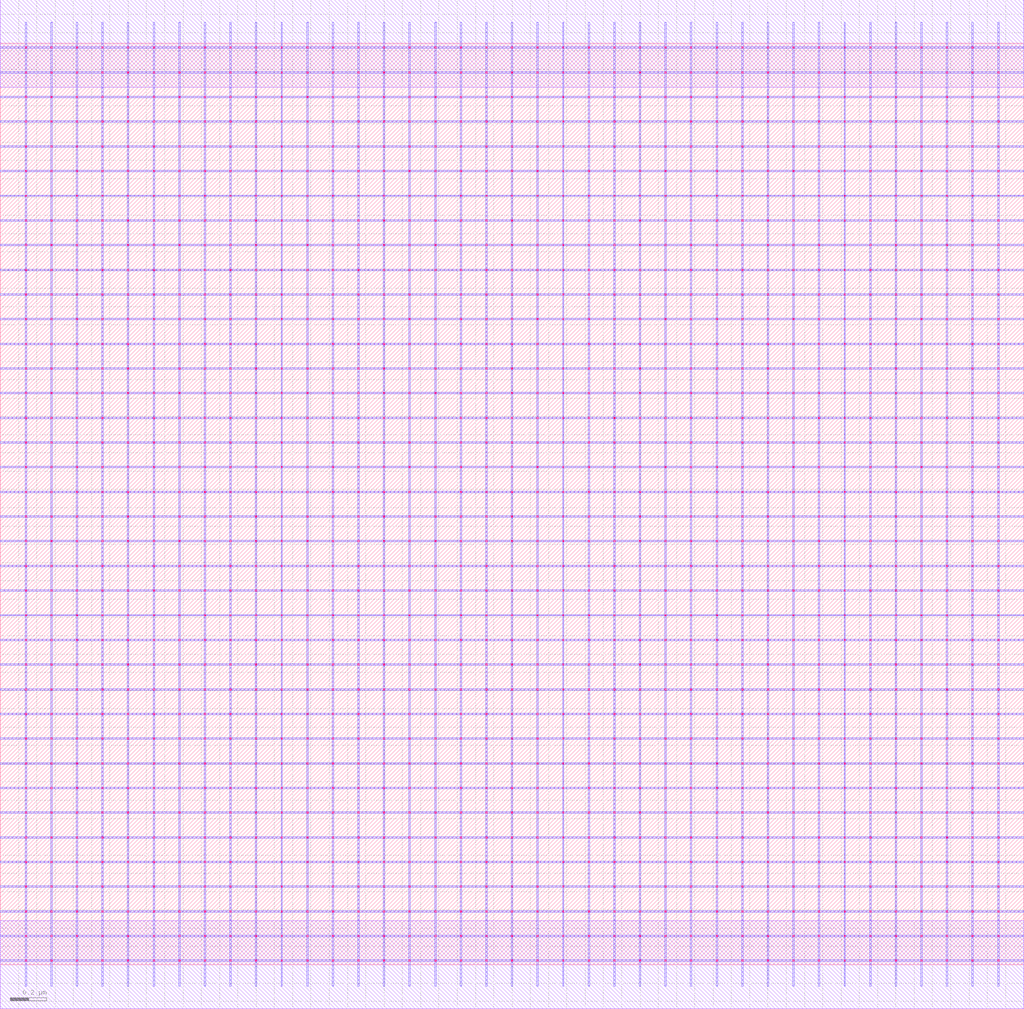
<source format=lef>
MACRO NOR4_DEBUG
 CLASS CORE ;
 FOREIGN NOR4_DEBUG 0 0 ;
 SIZE 5.6000000000000005 BY 5.04 ;
 ORIGIN 0 0 ;
 SYMMETRY X Y R90 ;
 SITE unit ;

 OBS
    LAYER polycont ;
     RECT 1.11600000 2.58300000 1.12400000 2.59100000 ;
     RECT 2.23600000 2.58300000 2.24400000 2.59100000 ;
     RECT 3.35600000 2.58300000 3.36400000 2.59100000 ;
     RECT 4.47600000 2.58300000 4.48400000 2.59100000 ;
     RECT 1.11600000 2.98800000 1.12400000 2.99600000 ;
     RECT 2.23600000 2.98800000 2.24400000 2.99600000 ;
     RECT 3.35600000 2.98800000 3.36400000 2.99600000 ;
     RECT 4.47600000 2.98800000 4.48400000 2.99600000 ;

    LAYER pdiffc ;
     RECT 0.41600000 3.39300000 0.42400000 3.40100000 ;
     RECT 5.17600000 3.39300000 5.18400000 3.40100000 ;
     RECT 0.41600000 3.52800000 0.42400000 3.53600000 ;
     RECT 5.17600000 3.52800000 5.18400000 3.53600000 ;
     RECT 0.41600000 3.66300000 0.42400000 3.67100000 ;
     RECT 5.17600000 3.66300000 5.18400000 3.67100000 ;
     RECT 0.41600000 3.79800000 0.42400000 3.80600000 ;
     RECT 5.17600000 3.79800000 5.18400000 3.80600000 ;
     RECT 0.41600000 3.93300000 0.42400000 3.94100000 ;
     RECT 5.17600000 3.93300000 5.18400000 3.94100000 ;
     RECT 0.41600000 4.06800000 0.42400000 4.07600000 ;
     RECT 5.17600000 4.06800000 5.18400000 4.07600000 ;
     RECT 0.41600000 4.20300000 0.42400000 4.21100000 ;
     RECT 5.17600000 4.20300000 5.18400000 4.21100000 ;
     RECT 0.41600000 4.33800000 0.42400000 4.34600000 ;
     RECT 5.17600000 4.33800000 5.18400000 4.34600000 ;
     RECT 0.41600000 4.47300000 0.42400000 4.48100000 ;
     RECT 5.17600000 4.47300000 5.18400000 4.48100000 ;
     RECT 0.41600000 4.60800000 0.42400000 4.61600000 ;
     RECT 5.17600000 4.60800000 5.18400000 4.61600000 ;

    LAYER ndiffc ;
     RECT 0.41600000 0.42300000 0.42400000 0.43100000 ;
     RECT 0.55600000 0.42300000 0.56400000 0.43100000 ;
     RECT 1.67600000 0.42300000 1.68400000 0.43100000 ;
     RECT 2.79600000 0.42300000 2.80400000 0.43100000 ;
     RECT 3.91600000 0.42300000 3.92400000 0.43100000 ;
     RECT 5.03600000 0.42300000 5.04400000 0.43100000 ;
     RECT 5.17600000 0.42300000 5.18400000 0.43100000 ;
     RECT 0.41600000 0.55800000 0.42400000 0.56600000 ;
     RECT 0.55600000 0.55800000 0.56400000 0.56600000 ;
     RECT 1.67600000 0.55800000 1.68400000 0.56600000 ;
     RECT 2.79600000 0.55800000 2.80400000 0.56600000 ;
     RECT 3.91600000 0.55800000 3.92400000 0.56600000 ;
     RECT 5.03600000 0.55800000 5.04400000 0.56600000 ;
     RECT 5.17600000 0.55800000 5.18400000 0.56600000 ;
     RECT 0.41600000 0.69300000 0.42400000 0.70100000 ;
     RECT 0.55600000 0.69300000 0.56400000 0.70100000 ;
     RECT 1.67600000 0.69300000 1.68400000 0.70100000 ;
     RECT 2.79600000 0.69300000 2.80400000 0.70100000 ;
     RECT 3.91600000 0.69300000 3.92400000 0.70100000 ;
     RECT 5.03600000 0.69300000 5.04400000 0.70100000 ;
     RECT 5.17600000 0.69300000 5.18400000 0.70100000 ;
     RECT 0.41600000 0.82800000 0.42400000 0.83600000 ;
     RECT 0.55600000 0.82800000 0.56400000 0.83600000 ;
     RECT 1.67600000 0.82800000 1.68400000 0.83600000 ;
     RECT 2.79600000 0.82800000 2.80400000 0.83600000 ;
     RECT 3.91600000 0.82800000 3.92400000 0.83600000 ;
     RECT 5.03600000 0.82800000 5.04400000 0.83600000 ;
     RECT 5.17600000 0.82800000 5.18400000 0.83600000 ;
     RECT 0.41600000 0.96300000 0.42400000 0.97100000 ;
     RECT 0.55600000 0.96300000 0.56400000 0.97100000 ;
     RECT 1.67600000 0.96300000 1.68400000 0.97100000 ;
     RECT 2.79600000 0.96300000 2.80400000 0.97100000 ;
     RECT 3.91600000 0.96300000 3.92400000 0.97100000 ;
     RECT 5.03600000 0.96300000 5.04400000 0.97100000 ;
     RECT 5.17600000 0.96300000 5.18400000 0.97100000 ;
     RECT 0.41600000 1.09800000 0.42400000 1.10600000 ;
     RECT 0.55600000 1.09800000 0.56400000 1.10600000 ;
     RECT 1.67600000 1.09800000 1.68400000 1.10600000 ;
     RECT 2.79600000 1.09800000 2.80400000 1.10600000 ;
     RECT 3.91600000 1.09800000 3.92400000 1.10600000 ;
     RECT 5.03600000 1.09800000 5.04400000 1.10600000 ;
     RECT 5.17600000 1.09800000 5.18400000 1.10600000 ;
     RECT 0.41600000 1.23300000 0.42400000 1.24100000 ;
     RECT 0.55600000 1.23300000 0.56400000 1.24100000 ;
     RECT 1.67600000 1.23300000 1.68400000 1.24100000 ;
     RECT 2.79600000 1.23300000 2.80400000 1.24100000 ;
     RECT 3.91600000 1.23300000 3.92400000 1.24100000 ;
     RECT 5.03600000 1.23300000 5.04400000 1.24100000 ;
     RECT 5.17600000 1.23300000 5.18400000 1.24100000 ;
     RECT 0.41600000 1.36800000 0.42400000 1.37600000 ;
     RECT 0.55600000 1.36800000 0.56400000 1.37600000 ;
     RECT 1.67600000 1.36800000 1.68400000 1.37600000 ;
     RECT 2.79600000 1.36800000 2.80400000 1.37600000 ;
     RECT 3.91600000 1.36800000 3.92400000 1.37600000 ;
     RECT 5.03600000 1.36800000 5.04400000 1.37600000 ;
     RECT 5.17600000 1.36800000 5.18400000 1.37600000 ;
     RECT 0.41600000 1.50300000 0.42400000 1.51100000 ;
     RECT 0.55600000 1.50300000 0.56400000 1.51100000 ;
     RECT 1.67600000 1.50300000 1.68400000 1.51100000 ;
     RECT 2.79600000 1.50300000 2.80400000 1.51100000 ;
     RECT 3.91600000 1.50300000 3.92400000 1.51100000 ;
     RECT 5.03600000 1.50300000 5.04400000 1.51100000 ;
     RECT 5.17600000 1.50300000 5.18400000 1.51100000 ;
     RECT 0.41600000 1.63800000 0.42400000 1.64600000 ;
     RECT 0.55600000 1.63800000 0.56400000 1.64600000 ;
     RECT 1.67600000 1.63800000 1.68400000 1.64600000 ;
     RECT 2.79600000 1.63800000 2.80400000 1.64600000 ;
     RECT 3.91600000 1.63800000 3.92400000 1.64600000 ;
     RECT 5.03600000 1.63800000 5.04400000 1.64600000 ;
     RECT 5.17600000 1.63800000 5.18400000 1.64600000 ;
     RECT 0.41600000 1.77300000 0.42400000 1.78100000 ;
     RECT 0.55600000 1.77300000 0.56400000 1.78100000 ;
     RECT 1.67600000 1.77300000 1.68400000 1.78100000 ;
     RECT 2.79600000 1.77300000 2.80400000 1.78100000 ;
     RECT 3.91600000 1.77300000 3.92400000 1.78100000 ;
     RECT 5.03600000 1.77300000 5.04400000 1.78100000 ;
     RECT 5.17600000 1.77300000 5.18400000 1.78100000 ;
     RECT 0.41600000 1.90800000 0.42400000 1.91600000 ;
     RECT 0.55600000 1.90800000 0.56400000 1.91600000 ;
     RECT 1.67600000 1.90800000 1.68400000 1.91600000 ;
     RECT 2.79600000 1.90800000 2.80400000 1.91600000 ;
     RECT 3.91600000 1.90800000 3.92400000 1.91600000 ;
     RECT 5.03600000 1.90800000 5.04400000 1.91600000 ;
     RECT 5.17600000 1.90800000 5.18400000 1.91600000 ;
     RECT 0.41600000 2.04300000 0.42400000 2.05100000 ;
     RECT 0.55600000 2.04300000 0.56400000 2.05100000 ;
     RECT 1.67600000 2.04300000 1.68400000 2.05100000 ;
     RECT 2.79600000 2.04300000 2.80400000 2.05100000 ;
     RECT 3.91600000 2.04300000 3.92400000 2.05100000 ;
     RECT 5.03600000 2.04300000 5.04400000 2.05100000 ;
     RECT 5.17600000 2.04300000 5.18400000 2.05100000 ;

    LAYER met1 ;
     RECT 0.00000000 -0.24000000 5.60000000 0.24000000 ;
     RECT 2.79600000 0.24000000 2.80400000 0.28800000 ;
     RECT 0.02500000 0.28800000 5.57500000 0.29600000 ;
     RECT 2.79600000 0.29600000 2.80400000 0.42300000 ;
     RECT 0.02500000 0.42300000 5.57500000 0.43100000 ;
     RECT 2.79600000 0.43100000 2.80400000 0.55800000 ;
     RECT 0.02500000 0.55800000 5.57500000 0.56600000 ;
     RECT 2.79600000 0.56600000 2.80400000 0.69300000 ;
     RECT 0.02500000 0.69300000 5.57500000 0.70100000 ;
     RECT 2.79600000 0.70100000 2.80400000 0.82800000 ;
     RECT 0.02500000 0.82800000 5.57500000 0.83600000 ;
     RECT 2.79600000 0.83600000 2.80400000 0.96300000 ;
     RECT 0.02500000 0.96300000 5.57500000 0.97100000 ;
     RECT 2.79600000 0.97100000 2.80400000 1.09800000 ;
     RECT 0.02500000 1.09800000 5.57500000 1.10600000 ;
     RECT 2.79600000 1.10600000 2.80400000 1.23300000 ;
     RECT 0.02500000 1.23300000 5.57500000 1.24100000 ;
     RECT 2.79600000 1.24100000 2.80400000 1.36800000 ;
     RECT 0.02500000 1.36800000 5.57500000 1.37600000 ;
     RECT 2.79600000 1.37600000 2.80400000 1.50300000 ;
     RECT 0.02500000 1.50300000 5.57500000 1.51100000 ;
     RECT 2.79600000 1.51100000 2.80400000 1.63800000 ;
     RECT 0.02500000 1.63800000 5.57500000 1.64600000 ;
     RECT 2.79600000 1.64600000 2.80400000 1.77300000 ;
     RECT 0.02500000 1.77300000 5.57500000 1.78100000 ;
     RECT 2.79600000 1.78100000 2.80400000 1.90800000 ;
     RECT 0.02500000 1.90800000 5.57500000 1.91600000 ;
     RECT 2.79600000 1.91600000 2.80400000 2.04300000 ;
     RECT 0.02500000 2.04300000 5.57500000 2.05100000 ;
     RECT 2.79600000 2.05100000 2.80400000 2.17800000 ;
     RECT 0.02500000 2.17800000 5.57500000 2.18600000 ;
     RECT 2.79600000 2.18600000 2.80400000 2.31300000 ;
     RECT 0.02500000 2.31300000 5.57500000 2.32100000 ;
     RECT 2.79600000 2.32100000 2.80400000 2.44800000 ;
     RECT 0.02500000 2.44800000 5.57500000 2.45600000 ;
     RECT 0.13600000 2.45600000 0.14400000 2.58300000 ;
     RECT 0.27600000 2.45600000 0.28400000 2.58300000 ;
     RECT 0.41600000 2.45600000 0.42400000 2.58300000 ;
     RECT 0.55600000 2.45600000 0.56400000 2.58300000 ;
     RECT 0.69600000 2.45600000 0.70400000 2.58300000 ;
     RECT 0.83600000 2.45600000 0.84400000 2.58300000 ;
     RECT 0.97600000 2.45600000 0.98400000 2.58300000 ;
     RECT 1.11600000 2.45600000 1.12400000 2.58300000 ;
     RECT 1.25600000 2.45600000 1.26400000 2.58300000 ;
     RECT 1.39600000 2.45600000 1.40400000 2.58300000 ;
     RECT 1.53600000 2.45600000 1.54400000 2.58300000 ;
     RECT 1.67600000 2.45600000 1.68400000 2.58300000 ;
     RECT 1.81600000 2.45600000 1.82400000 2.58300000 ;
     RECT 1.95600000 2.45600000 1.96400000 2.58300000 ;
     RECT 2.09600000 2.45600000 2.10400000 2.58300000 ;
     RECT 2.23600000 2.45600000 2.24400000 2.58300000 ;
     RECT 2.37600000 2.45600000 2.38400000 2.58300000 ;
     RECT 2.51600000 2.45600000 2.52400000 2.58300000 ;
     RECT 2.65600000 2.45600000 2.66400000 2.58300000 ;
     RECT 2.79600000 2.45600000 2.80400000 2.58300000 ;
     RECT 2.93600000 2.45600000 2.94400000 2.58300000 ;
     RECT 3.07600000 2.45600000 3.08400000 2.58300000 ;
     RECT 3.21600000 2.45600000 3.22400000 2.58300000 ;
     RECT 3.35600000 2.45600000 3.36400000 2.58300000 ;
     RECT 3.49600000 2.45600000 3.50400000 2.58300000 ;
     RECT 3.63600000 2.45600000 3.64400000 2.58300000 ;
     RECT 3.77600000 2.45600000 3.78400000 2.58300000 ;
     RECT 3.91600000 2.45600000 3.92400000 2.58300000 ;
     RECT 4.05600000 2.45600000 4.06400000 2.58300000 ;
     RECT 4.19600000 2.45600000 4.20400000 2.58300000 ;
     RECT 4.33600000 2.45600000 4.34400000 2.58300000 ;
     RECT 4.47600000 2.45600000 4.48400000 2.58300000 ;
     RECT 4.61600000 2.45600000 4.62400000 2.58300000 ;
     RECT 4.75600000 2.45600000 4.76400000 2.58300000 ;
     RECT 4.89600000 2.45600000 4.90400000 2.58300000 ;
     RECT 5.03600000 2.45600000 5.04400000 2.58300000 ;
     RECT 5.17600000 2.45600000 5.18400000 2.58300000 ;
     RECT 5.31600000 2.45600000 5.32400000 2.58300000 ;
     RECT 5.45600000 2.45600000 5.46400000 2.58300000 ;
     RECT 0.02500000 2.58300000 5.57500000 2.59100000 ;
     RECT 2.79600000 2.59100000 2.80400000 2.71800000 ;
     RECT 0.02500000 2.71800000 5.57500000 2.72600000 ;
     RECT 2.79600000 2.72600000 2.80400000 2.85300000 ;
     RECT 0.02500000 2.85300000 5.57500000 2.86100000 ;
     RECT 2.79600000 2.86100000 2.80400000 2.98800000 ;
     RECT 0.02500000 2.98800000 5.57500000 2.99600000 ;
     RECT 2.79600000 2.99600000 2.80400000 3.12300000 ;
     RECT 0.02500000 3.12300000 5.57500000 3.13100000 ;
     RECT 2.79600000 3.13100000 2.80400000 3.25800000 ;
     RECT 0.02500000 3.25800000 5.57500000 3.26600000 ;
     RECT 2.79600000 3.26600000 2.80400000 3.39300000 ;
     RECT 0.02500000 3.39300000 5.57500000 3.40100000 ;
     RECT 2.79600000 3.40100000 2.80400000 3.52800000 ;
     RECT 0.02500000 3.52800000 5.57500000 3.53600000 ;
     RECT 2.79600000 3.53600000 2.80400000 3.66300000 ;
     RECT 0.02500000 3.66300000 5.57500000 3.67100000 ;
     RECT 2.79600000 3.67100000 2.80400000 3.79800000 ;
     RECT 0.02500000 3.79800000 5.57500000 3.80600000 ;
     RECT 2.79600000 3.80600000 2.80400000 3.93300000 ;
     RECT 0.02500000 3.93300000 5.57500000 3.94100000 ;
     RECT 2.79600000 3.94100000 2.80400000 4.06800000 ;
     RECT 0.02500000 4.06800000 5.57500000 4.07600000 ;
     RECT 2.79600000 4.07600000 2.80400000 4.20300000 ;
     RECT 0.02500000 4.20300000 5.57500000 4.21100000 ;
     RECT 2.79600000 4.21100000 2.80400000 4.33800000 ;
     RECT 0.02500000 4.33800000 5.57500000 4.34600000 ;
     RECT 2.79600000 4.34600000 2.80400000 4.47300000 ;
     RECT 0.02500000 4.47300000 5.57500000 4.48100000 ;
     RECT 2.79600000 4.48100000 2.80400000 4.60800000 ;
     RECT 0.02500000 4.60800000 5.57500000 4.61600000 ;
     RECT 2.79600000 4.61600000 2.80400000 4.74300000 ;
     RECT 0.02500000 4.74300000 5.57500000 4.75100000 ;
     RECT 2.79600000 4.75100000 2.80400000 4.80000000 ;
     RECT 0.00000000 4.80000000 5.60000000 5.28000000 ;
     RECT 4.19600000 2.86100000 4.20400000 2.98800000 ;
     RECT 4.19600000 2.99600000 4.20400000 3.12300000 ;
     RECT 4.19600000 3.13100000 4.20400000 3.25800000 ;
     RECT 4.19600000 2.59100000 4.20400000 2.71800000 ;
     RECT 4.19600000 3.26600000 4.20400000 3.39300000 ;
     RECT 4.19600000 3.40100000 4.20400000 3.52800000 ;
     RECT 4.19600000 3.53600000 4.20400000 3.66300000 ;
     RECT 4.19600000 3.67100000 4.20400000 3.79800000 ;
     RECT 2.93600000 3.80600000 2.94400000 3.93300000 ;
     RECT 3.07600000 3.80600000 3.08400000 3.93300000 ;
     RECT 3.21600000 3.80600000 3.22400000 3.93300000 ;
     RECT 3.35600000 3.80600000 3.36400000 3.93300000 ;
     RECT 3.49600000 3.80600000 3.50400000 3.93300000 ;
     RECT 3.63600000 3.80600000 3.64400000 3.93300000 ;
     RECT 3.77600000 3.80600000 3.78400000 3.93300000 ;
     RECT 3.91600000 3.80600000 3.92400000 3.93300000 ;
     RECT 4.05600000 3.80600000 4.06400000 3.93300000 ;
     RECT 4.19600000 3.80600000 4.20400000 3.93300000 ;
     RECT 4.33600000 3.80600000 4.34400000 3.93300000 ;
     RECT 4.47600000 3.80600000 4.48400000 3.93300000 ;
     RECT 4.61600000 3.80600000 4.62400000 3.93300000 ;
     RECT 4.75600000 3.80600000 4.76400000 3.93300000 ;
     RECT 4.89600000 3.80600000 4.90400000 3.93300000 ;
     RECT 5.03600000 3.80600000 5.04400000 3.93300000 ;
     RECT 5.17600000 3.80600000 5.18400000 3.93300000 ;
     RECT 5.31600000 3.80600000 5.32400000 3.93300000 ;
     RECT 5.45600000 3.80600000 5.46400000 3.93300000 ;
     RECT 4.19600000 3.94100000 4.20400000 4.06800000 ;
     RECT 4.19600000 4.07600000 4.20400000 4.20300000 ;
     RECT 4.19600000 4.21100000 4.20400000 4.33800000 ;
     RECT 4.19600000 4.34600000 4.20400000 4.47300000 ;
     RECT 4.19600000 4.48100000 4.20400000 4.60800000 ;
     RECT 4.19600000 4.61600000 4.20400000 4.74300000 ;
     RECT 4.19600000 2.72600000 4.20400000 2.85300000 ;
     RECT 4.19600000 4.75100000 4.20400000 4.80000000 ;
     RECT 5.31600000 3.94100000 5.32400000 4.06800000 ;
     RECT 5.45600000 3.94100000 5.46400000 4.06800000 ;
     RECT 4.33600000 3.94100000 4.34400000 4.06800000 ;
     RECT 4.33600000 4.07600000 4.34400000 4.20300000 ;
     RECT 4.47600000 4.07600000 4.48400000 4.20300000 ;
     RECT 4.61600000 4.07600000 4.62400000 4.20300000 ;
     RECT 4.75600000 4.07600000 4.76400000 4.20300000 ;
     RECT 4.89600000 4.07600000 4.90400000 4.20300000 ;
     RECT 5.03600000 4.07600000 5.04400000 4.20300000 ;
     RECT 5.17600000 4.07600000 5.18400000 4.20300000 ;
     RECT 5.31600000 4.07600000 5.32400000 4.20300000 ;
     RECT 5.45600000 4.07600000 5.46400000 4.20300000 ;
     RECT 4.47600000 3.94100000 4.48400000 4.06800000 ;
     RECT 4.33600000 4.21100000 4.34400000 4.33800000 ;
     RECT 4.47600000 4.21100000 4.48400000 4.33800000 ;
     RECT 4.61600000 4.21100000 4.62400000 4.33800000 ;
     RECT 4.75600000 4.21100000 4.76400000 4.33800000 ;
     RECT 4.89600000 4.21100000 4.90400000 4.33800000 ;
     RECT 5.03600000 4.21100000 5.04400000 4.33800000 ;
     RECT 5.17600000 4.21100000 5.18400000 4.33800000 ;
     RECT 5.31600000 4.21100000 5.32400000 4.33800000 ;
     RECT 5.45600000 4.21100000 5.46400000 4.33800000 ;
     RECT 4.61600000 3.94100000 4.62400000 4.06800000 ;
     RECT 4.33600000 4.34600000 4.34400000 4.47300000 ;
     RECT 4.47600000 4.34600000 4.48400000 4.47300000 ;
     RECT 4.61600000 4.34600000 4.62400000 4.47300000 ;
     RECT 4.75600000 4.34600000 4.76400000 4.47300000 ;
     RECT 4.89600000 4.34600000 4.90400000 4.47300000 ;
     RECT 5.03600000 4.34600000 5.04400000 4.47300000 ;
     RECT 5.17600000 4.34600000 5.18400000 4.47300000 ;
     RECT 5.31600000 4.34600000 5.32400000 4.47300000 ;
     RECT 5.45600000 4.34600000 5.46400000 4.47300000 ;
     RECT 4.75600000 3.94100000 4.76400000 4.06800000 ;
     RECT 4.33600000 4.48100000 4.34400000 4.60800000 ;
     RECT 4.47600000 4.48100000 4.48400000 4.60800000 ;
     RECT 4.61600000 4.48100000 4.62400000 4.60800000 ;
     RECT 4.75600000 4.48100000 4.76400000 4.60800000 ;
     RECT 4.89600000 4.48100000 4.90400000 4.60800000 ;
     RECT 5.03600000 4.48100000 5.04400000 4.60800000 ;
     RECT 5.17600000 4.48100000 5.18400000 4.60800000 ;
     RECT 5.31600000 4.48100000 5.32400000 4.60800000 ;
     RECT 5.45600000 4.48100000 5.46400000 4.60800000 ;
     RECT 4.89600000 3.94100000 4.90400000 4.06800000 ;
     RECT 4.33600000 4.61600000 4.34400000 4.74300000 ;
     RECT 4.47600000 4.61600000 4.48400000 4.74300000 ;
     RECT 4.61600000 4.61600000 4.62400000 4.74300000 ;
     RECT 4.75600000 4.61600000 4.76400000 4.74300000 ;
     RECT 4.89600000 4.61600000 4.90400000 4.74300000 ;
     RECT 5.03600000 4.61600000 5.04400000 4.74300000 ;
     RECT 5.17600000 4.61600000 5.18400000 4.74300000 ;
     RECT 5.31600000 4.61600000 5.32400000 4.74300000 ;
     RECT 5.45600000 4.61600000 5.46400000 4.74300000 ;
     RECT 5.03600000 3.94100000 5.04400000 4.06800000 ;
     RECT 5.17600000 3.94100000 5.18400000 4.06800000 ;
     RECT 4.33600000 4.75100000 4.34400000 4.80000000 ;
     RECT 4.47600000 4.75100000 4.48400000 4.80000000 ;
     RECT 4.61600000 4.75100000 4.62400000 4.80000000 ;
     RECT 4.75600000 4.75100000 4.76400000 4.80000000 ;
     RECT 4.89600000 4.75100000 4.90400000 4.80000000 ;
     RECT 5.03600000 4.75100000 5.04400000 4.80000000 ;
     RECT 5.17600000 4.75100000 5.18400000 4.80000000 ;
     RECT 5.31600000 4.75100000 5.32400000 4.80000000 ;
     RECT 5.45600000 4.75100000 5.46400000 4.80000000 ;
     RECT 4.05600000 3.94100000 4.06400000 4.06800000 ;
     RECT 2.93600000 3.94100000 2.94400000 4.06800000 ;
     RECT 2.93600000 4.07600000 2.94400000 4.20300000 ;
     RECT 2.93600000 4.21100000 2.94400000 4.33800000 ;
     RECT 3.07600000 4.21100000 3.08400000 4.33800000 ;
     RECT 2.93600000 4.48100000 2.94400000 4.60800000 ;
     RECT 3.07600000 4.48100000 3.08400000 4.60800000 ;
     RECT 3.21600000 4.48100000 3.22400000 4.60800000 ;
     RECT 3.35600000 4.48100000 3.36400000 4.60800000 ;
     RECT 3.49600000 4.48100000 3.50400000 4.60800000 ;
     RECT 3.63600000 4.48100000 3.64400000 4.60800000 ;
     RECT 3.77600000 4.48100000 3.78400000 4.60800000 ;
     RECT 3.91600000 4.48100000 3.92400000 4.60800000 ;
     RECT 4.05600000 4.48100000 4.06400000 4.60800000 ;
     RECT 3.21600000 4.21100000 3.22400000 4.33800000 ;
     RECT 3.35600000 4.21100000 3.36400000 4.33800000 ;
     RECT 3.49600000 4.21100000 3.50400000 4.33800000 ;
     RECT 3.63600000 4.21100000 3.64400000 4.33800000 ;
     RECT 3.77600000 4.21100000 3.78400000 4.33800000 ;
     RECT 3.91600000 4.21100000 3.92400000 4.33800000 ;
     RECT 4.05600000 4.21100000 4.06400000 4.33800000 ;
     RECT 3.07600000 4.07600000 3.08400000 4.20300000 ;
     RECT 3.21600000 4.07600000 3.22400000 4.20300000 ;
     RECT 3.35600000 4.07600000 3.36400000 4.20300000 ;
     RECT 2.93600000 4.61600000 2.94400000 4.74300000 ;
     RECT 3.07600000 4.61600000 3.08400000 4.74300000 ;
     RECT 3.21600000 4.61600000 3.22400000 4.74300000 ;
     RECT 3.35600000 4.61600000 3.36400000 4.74300000 ;
     RECT 3.49600000 4.61600000 3.50400000 4.74300000 ;
     RECT 3.63600000 4.61600000 3.64400000 4.74300000 ;
     RECT 3.77600000 4.61600000 3.78400000 4.74300000 ;
     RECT 3.91600000 4.61600000 3.92400000 4.74300000 ;
     RECT 4.05600000 4.61600000 4.06400000 4.74300000 ;
     RECT 3.49600000 4.07600000 3.50400000 4.20300000 ;
     RECT 3.63600000 4.07600000 3.64400000 4.20300000 ;
     RECT 3.77600000 4.07600000 3.78400000 4.20300000 ;
     RECT 3.91600000 4.07600000 3.92400000 4.20300000 ;
     RECT 4.05600000 4.07600000 4.06400000 4.20300000 ;
     RECT 3.07600000 3.94100000 3.08400000 4.06800000 ;
     RECT 3.21600000 3.94100000 3.22400000 4.06800000 ;
     RECT 2.93600000 4.34600000 2.94400000 4.47300000 ;
     RECT 3.07600000 4.34600000 3.08400000 4.47300000 ;
     RECT 3.21600000 4.34600000 3.22400000 4.47300000 ;
     RECT 3.35600000 4.34600000 3.36400000 4.47300000 ;
     RECT 2.93600000 4.75100000 2.94400000 4.80000000 ;
     RECT 3.07600000 4.75100000 3.08400000 4.80000000 ;
     RECT 3.21600000 4.75100000 3.22400000 4.80000000 ;
     RECT 3.35600000 4.75100000 3.36400000 4.80000000 ;
     RECT 3.49600000 4.75100000 3.50400000 4.80000000 ;
     RECT 3.63600000 4.75100000 3.64400000 4.80000000 ;
     RECT 3.77600000 4.75100000 3.78400000 4.80000000 ;
     RECT 3.91600000 4.75100000 3.92400000 4.80000000 ;
     RECT 4.05600000 4.75100000 4.06400000 4.80000000 ;
     RECT 3.49600000 4.34600000 3.50400000 4.47300000 ;
     RECT 3.63600000 4.34600000 3.64400000 4.47300000 ;
     RECT 3.77600000 4.34600000 3.78400000 4.47300000 ;
     RECT 3.91600000 4.34600000 3.92400000 4.47300000 ;
     RECT 4.05600000 4.34600000 4.06400000 4.47300000 ;
     RECT 3.35600000 3.94100000 3.36400000 4.06800000 ;
     RECT 3.49600000 3.94100000 3.50400000 4.06800000 ;
     RECT 3.63600000 3.94100000 3.64400000 4.06800000 ;
     RECT 3.77600000 3.94100000 3.78400000 4.06800000 ;
     RECT 3.91600000 3.94100000 3.92400000 4.06800000 ;
     RECT 2.93600000 2.99600000 2.94400000 3.12300000 ;
     RECT 3.07600000 2.99600000 3.08400000 3.12300000 ;
     RECT 3.21600000 2.99600000 3.22400000 3.12300000 ;
     RECT 3.35600000 2.99600000 3.36400000 3.12300000 ;
     RECT 3.49600000 2.99600000 3.50400000 3.12300000 ;
     RECT 3.63600000 2.99600000 3.64400000 3.12300000 ;
     RECT 3.77600000 2.99600000 3.78400000 3.12300000 ;
     RECT 3.91600000 2.99600000 3.92400000 3.12300000 ;
     RECT 4.05600000 2.99600000 4.06400000 3.12300000 ;
     RECT 3.35600000 2.59100000 3.36400000 2.71800000 ;
     RECT 3.77600000 2.59100000 3.78400000 2.71800000 ;
     RECT 3.91600000 2.59100000 3.92400000 2.71800000 ;
     RECT 2.93600000 3.13100000 2.94400000 3.25800000 ;
     RECT 2.93600000 2.59100000 2.94400000 2.71800000 ;
     RECT 3.07600000 3.13100000 3.08400000 3.25800000 ;
     RECT 3.21600000 3.13100000 3.22400000 3.25800000 ;
     RECT 3.35600000 3.13100000 3.36400000 3.25800000 ;
     RECT 3.49600000 3.13100000 3.50400000 3.25800000 ;
     RECT 3.63600000 3.13100000 3.64400000 3.25800000 ;
     RECT 3.63600000 2.72600000 3.64400000 2.85300000 ;
     RECT 3.77600000 2.72600000 3.78400000 2.85300000 ;
     RECT 3.77600000 3.13100000 3.78400000 3.25800000 ;
     RECT 3.91600000 3.13100000 3.92400000 3.25800000 ;
     RECT 4.05600000 3.13100000 4.06400000 3.25800000 ;
     RECT 2.93600000 2.86100000 2.94400000 2.98800000 ;
     RECT 4.05600000 2.59100000 4.06400000 2.71800000 ;
     RECT 3.07600000 2.86100000 3.08400000 2.98800000 ;
     RECT 2.93600000 3.26600000 2.94400000 3.39300000 ;
     RECT 3.07600000 3.26600000 3.08400000 3.39300000 ;
     RECT 3.21600000 3.26600000 3.22400000 3.39300000 ;
     RECT 3.35600000 3.26600000 3.36400000 3.39300000 ;
     RECT 3.49600000 3.26600000 3.50400000 3.39300000 ;
     RECT 3.63600000 3.26600000 3.64400000 3.39300000 ;
     RECT 3.77600000 3.26600000 3.78400000 3.39300000 ;
     RECT 3.91600000 3.26600000 3.92400000 3.39300000 ;
     RECT 3.07600000 2.59100000 3.08400000 2.71800000 ;
     RECT 2.93600000 2.72600000 2.94400000 2.85300000 ;
     RECT 4.05600000 3.26600000 4.06400000 3.39300000 ;
     RECT 3.21600000 2.86100000 3.22400000 2.98800000 ;
     RECT 2.93600000 3.40100000 2.94400000 3.52800000 ;
     RECT 3.91600000 2.72600000 3.92400000 2.85300000 ;
     RECT 4.05600000 2.72600000 4.06400000 2.85300000 ;
     RECT 3.07600000 3.40100000 3.08400000 3.52800000 ;
     RECT 3.21600000 3.40100000 3.22400000 3.52800000 ;
     RECT 3.35600000 3.40100000 3.36400000 3.52800000 ;
     RECT 3.49600000 3.40100000 3.50400000 3.52800000 ;
     RECT 3.63600000 3.40100000 3.64400000 3.52800000 ;
     RECT 3.77600000 3.40100000 3.78400000 3.52800000 ;
     RECT 3.91600000 3.40100000 3.92400000 3.52800000 ;
     RECT 4.05600000 3.40100000 4.06400000 3.52800000 ;
     RECT 3.35600000 2.86100000 3.36400000 2.98800000 ;
     RECT 2.93600000 3.53600000 2.94400000 3.66300000 ;
     RECT 3.07600000 3.53600000 3.08400000 3.66300000 ;
     RECT 3.21600000 3.53600000 3.22400000 3.66300000 ;
     RECT 3.35600000 3.53600000 3.36400000 3.66300000 ;
     RECT 3.49600000 3.53600000 3.50400000 3.66300000 ;
     RECT 3.63600000 3.53600000 3.64400000 3.66300000 ;
     RECT 3.77600000 3.53600000 3.78400000 3.66300000 ;
     RECT 3.07600000 2.72600000 3.08400000 2.85300000 ;
     RECT 3.21600000 2.72600000 3.22400000 2.85300000 ;
     RECT 3.91600000 3.53600000 3.92400000 3.66300000 ;
     RECT 4.05600000 3.53600000 4.06400000 3.66300000 ;
     RECT 3.49600000 2.86100000 3.50400000 2.98800000 ;
     RECT 2.93600000 3.67100000 2.94400000 3.79800000 ;
     RECT 3.07600000 3.67100000 3.08400000 3.79800000 ;
     RECT 3.21600000 3.67100000 3.22400000 3.79800000 ;
     RECT 3.35600000 3.67100000 3.36400000 3.79800000 ;
     RECT 3.49600000 3.67100000 3.50400000 3.79800000 ;
     RECT 3.63600000 3.67100000 3.64400000 3.79800000 ;
     RECT 3.77600000 3.67100000 3.78400000 3.79800000 ;
     RECT 3.91600000 3.67100000 3.92400000 3.79800000 ;
     RECT 4.05600000 3.67100000 4.06400000 3.79800000 ;
     RECT 3.63600000 2.86100000 3.64400000 2.98800000 ;
     RECT 3.77600000 2.86100000 3.78400000 2.98800000 ;
     RECT 3.91600000 2.86100000 3.92400000 2.98800000 ;
     RECT 4.05600000 2.86100000 4.06400000 2.98800000 ;
     RECT 3.21600000 2.59100000 3.22400000 2.71800000 ;
     RECT 3.49600000 2.59100000 3.50400000 2.71800000 ;
     RECT 3.63600000 2.59100000 3.64400000 2.71800000 ;
     RECT 3.35600000 2.72600000 3.36400000 2.85300000 ;
     RECT 3.49600000 2.72600000 3.50400000 2.85300000 ;
     RECT 4.75600000 3.26600000 4.76400000 3.39300000 ;
     RECT 4.89600000 3.26600000 4.90400000 3.39300000 ;
     RECT 5.03600000 3.26600000 5.04400000 3.39300000 ;
     RECT 5.17600000 3.26600000 5.18400000 3.39300000 ;
     RECT 5.31600000 3.26600000 5.32400000 3.39300000 ;
     RECT 5.45600000 3.26600000 5.46400000 3.39300000 ;
     RECT 4.33600000 2.59100000 4.34400000 2.71800000 ;
     RECT 4.47600000 2.59100000 4.48400000 2.71800000 ;
     RECT 5.45600000 2.99600000 5.46400000 3.12300000 ;
     RECT 5.03600000 2.86100000 5.04400000 2.98800000 ;
     RECT 5.17600000 2.86100000 5.18400000 2.98800000 ;
     RECT 5.31600000 2.86100000 5.32400000 2.98800000 ;
     RECT 5.45600000 2.59100000 5.46400000 2.71800000 ;
     RECT 5.45600000 2.86100000 5.46400000 2.98800000 ;
     RECT 5.31600000 2.72600000 5.32400000 2.85300000 ;
     RECT 5.45600000 2.72600000 5.46400000 2.85300000 ;
     RECT 4.61600000 2.72600000 4.62400000 2.85300000 ;
     RECT 4.75600000 2.72600000 4.76400000 2.85300000 ;
     RECT 4.89600000 2.72600000 4.90400000 2.85300000 ;
     RECT 4.33600000 3.40100000 4.34400000 3.52800000 ;
     RECT 4.47600000 3.40100000 4.48400000 3.52800000 ;
     RECT 4.61600000 3.40100000 4.62400000 3.52800000 ;
     RECT 4.75600000 3.40100000 4.76400000 3.52800000 ;
     RECT 4.89600000 3.40100000 4.90400000 3.52800000 ;
     RECT 5.03600000 3.40100000 5.04400000 3.52800000 ;
     RECT 5.17600000 3.40100000 5.18400000 3.52800000 ;
     RECT 5.31600000 3.40100000 5.32400000 3.52800000 ;
     RECT 5.45600000 3.40100000 5.46400000 3.52800000 ;
     RECT 4.61600000 2.59100000 4.62400000 2.71800000 ;
     RECT 4.75600000 2.59100000 4.76400000 2.71800000 ;
     RECT 5.03600000 2.72600000 5.04400000 2.85300000 ;
     RECT 5.17600000 2.72600000 5.18400000 2.85300000 ;
     RECT 4.33600000 2.86100000 4.34400000 2.98800000 ;
     RECT 4.33600000 3.13100000 4.34400000 3.25800000 ;
     RECT 4.47600000 3.13100000 4.48400000 3.25800000 ;
     RECT 4.61600000 3.13100000 4.62400000 3.25800000 ;
     RECT 4.75600000 3.13100000 4.76400000 3.25800000 ;
     RECT 4.89600000 3.13100000 4.90400000 3.25800000 ;
     RECT 5.03600000 3.13100000 5.04400000 3.25800000 ;
     RECT 5.17600000 3.13100000 5.18400000 3.25800000 ;
     RECT 4.33600000 3.53600000 4.34400000 3.66300000 ;
     RECT 4.47600000 3.53600000 4.48400000 3.66300000 ;
     RECT 4.61600000 3.53600000 4.62400000 3.66300000 ;
     RECT 4.75600000 3.53600000 4.76400000 3.66300000 ;
     RECT 4.89600000 3.53600000 4.90400000 3.66300000 ;
     RECT 5.03600000 3.53600000 5.04400000 3.66300000 ;
     RECT 5.17600000 3.53600000 5.18400000 3.66300000 ;
     RECT 5.31600000 3.53600000 5.32400000 3.66300000 ;
     RECT 5.45600000 3.53600000 5.46400000 3.66300000 ;
     RECT 4.89600000 2.59100000 4.90400000 2.71800000 ;
     RECT 5.03600000 2.59100000 5.04400000 2.71800000 ;
     RECT 5.31600000 3.13100000 5.32400000 3.25800000 ;
     RECT 5.45600000 3.13100000 5.46400000 3.25800000 ;
     RECT 4.47600000 2.86100000 4.48400000 2.98800000 ;
     RECT 4.61600000 2.86100000 4.62400000 2.98800000 ;
     RECT 4.75600000 2.86100000 4.76400000 2.98800000 ;
     RECT 4.89600000 2.86100000 4.90400000 2.98800000 ;
     RECT 4.33600000 2.99600000 4.34400000 3.12300000 ;
     RECT 4.47600000 2.99600000 4.48400000 3.12300000 ;
     RECT 4.61600000 2.99600000 4.62400000 3.12300000 ;
     RECT 4.33600000 2.72600000 4.34400000 2.85300000 ;
     RECT 4.75600000 2.99600000 4.76400000 3.12300000 ;
     RECT 4.33600000 3.67100000 4.34400000 3.79800000 ;
     RECT 4.47600000 3.67100000 4.48400000 3.79800000 ;
     RECT 4.61600000 3.67100000 4.62400000 3.79800000 ;
     RECT 4.75600000 3.67100000 4.76400000 3.79800000 ;
     RECT 4.89600000 3.67100000 4.90400000 3.79800000 ;
     RECT 5.03600000 3.67100000 5.04400000 3.79800000 ;
     RECT 5.17600000 3.67100000 5.18400000 3.79800000 ;
     RECT 5.31600000 3.67100000 5.32400000 3.79800000 ;
     RECT 5.45600000 3.67100000 5.46400000 3.79800000 ;
     RECT 5.17600000 2.59100000 5.18400000 2.71800000 ;
     RECT 5.31600000 2.59100000 5.32400000 2.71800000 ;
     RECT 4.89600000 2.99600000 4.90400000 3.12300000 ;
     RECT 5.03600000 2.99600000 5.04400000 3.12300000 ;
     RECT 5.17600000 2.99600000 5.18400000 3.12300000 ;
     RECT 5.31600000 2.99600000 5.32400000 3.12300000 ;
     RECT 4.33600000 3.26600000 4.34400000 3.39300000 ;
     RECT 4.47600000 3.26600000 4.48400000 3.39300000 ;
     RECT 4.61600000 3.26600000 4.62400000 3.39300000 ;
     RECT 4.47600000 2.72600000 4.48400000 2.85300000 ;
     RECT 0.13600000 3.80600000 0.14400000 3.93300000 ;
     RECT 0.27600000 3.80600000 0.28400000 3.93300000 ;
     RECT 0.41600000 3.80600000 0.42400000 3.93300000 ;
     RECT 0.55600000 3.80600000 0.56400000 3.93300000 ;
     RECT 0.69600000 3.80600000 0.70400000 3.93300000 ;
     RECT 0.83600000 3.80600000 0.84400000 3.93300000 ;
     RECT 0.97600000 3.80600000 0.98400000 3.93300000 ;
     RECT 1.11600000 3.80600000 1.12400000 3.93300000 ;
     RECT 1.25600000 3.80600000 1.26400000 3.93300000 ;
     RECT 1.39600000 3.80600000 1.40400000 3.93300000 ;
     RECT 1.53600000 3.80600000 1.54400000 3.93300000 ;
     RECT 1.67600000 3.80600000 1.68400000 3.93300000 ;
     RECT 1.81600000 3.80600000 1.82400000 3.93300000 ;
     RECT 1.95600000 3.80600000 1.96400000 3.93300000 ;
     RECT 2.09600000 3.80600000 2.10400000 3.93300000 ;
     RECT 2.23600000 3.80600000 2.24400000 3.93300000 ;
     RECT 2.37600000 3.80600000 2.38400000 3.93300000 ;
     RECT 2.51600000 3.80600000 2.52400000 3.93300000 ;
     RECT 2.65600000 3.80600000 2.66400000 3.93300000 ;
     RECT 1.39600000 3.26600000 1.40400000 3.39300000 ;
     RECT 1.39600000 3.94100000 1.40400000 4.06800000 ;
     RECT 1.39600000 2.72600000 1.40400000 2.85300000 ;
     RECT 1.39600000 4.07600000 1.40400000 4.20300000 ;
     RECT 1.39600000 3.40100000 1.40400000 3.52800000 ;
     RECT 1.39600000 4.21100000 1.40400000 4.33800000 ;
     RECT 1.39600000 2.99600000 1.40400000 3.12300000 ;
     RECT 1.39600000 4.34600000 1.40400000 4.47300000 ;
     RECT 1.39600000 2.59100000 1.40400000 2.71800000 ;
     RECT 1.39600000 3.53600000 1.40400000 3.66300000 ;
     RECT 1.39600000 4.48100000 1.40400000 4.60800000 ;
     RECT 1.39600000 4.61600000 1.40400000 4.74300000 ;
     RECT 1.39600000 3.67100000 1.40400000 3.79800000 ;
     RECT 1.39600000 4.75100000 1.40400000 4.80000000 ;
     RECT 1.39600000 3.13100000 1.40400000 3.25800000 ;
     RECT 1.39600000 2.86100000 1.40400000 2.98800000 ;
     RECT 1.95600000 4.07600000 1.96400000 4.20300000 ;
     RECT 2.09600000 4.07600000 2.10400000 4.20300000 ;
     RECT 2.23600000 4.07600000 2.24400000 4.20300000 ;
     RECT 2.37600000 4.07600000 2.38400000 4.20300000 ;
     RECT 2.51600000 4.07600000 2.52400000 4.20300000 ;
     RECT 2.65600000 4.07600000 2.66400000 4.20300000 ;
     RECT 1.81600000 3.94100000 1.82400000 4.06800000 ;
     RECT 1.95600000 3.94100000 1.96400000 4.06800000 ;
     RECT 1.53600000 4.21100000 1.54400000 4.33800000 ;
     RECT 1.67600000 4.21100000 1.68400000 4.33800000 ;
     RECT 1.81600000 4.21100000 1.82400000 4.33800000 ;
     RECT 1.95600000 4.21100000 1.96400000 4.33800000 ;
     RECT 2.09600000 4.21100000 2.10400000 4.33800000 ;
     RECT 2.23600000 4.21100000 2.24400000 4.33800000 ;
     RECT 2.37600000 4.21100000 2.38400000 4.33800000 ;
     RECT 2.51600000 4.21100000 2.52400000 4.33800000 ;
     RECT 2.65600000 4.21100000 2.66400000 4.33800000 ;
     RECT 2.09600000 3.94100000 2.10400000 4.06800000 ;
     RECT 2.23600000 3.94100000 2.24400000 4.06800000 ;
     RECT 1.53600000 4.34600000 1.54400000 4.47300000 ;
     RECT 1.67600000 4.34600000 1.68400000 4.47300000 ;
     RECT 1.81600000 4.34600000 1.82400000 4.47300000 ;
     RECT 1.95600000 4.34600000 1.96400000 4.47300000 ;
     RECT 2.09600000 4.34600000 2.10400000 4.47300000 ;
     RECT 2.23600000 4.34600000 2.24400000 4.47300000 ;
     RECT 2.37600000 4.34600000 2.38400000 4.47300000 ;
     RECT 2.51600000 4.34600000 2.52400000 4.47300000 ;
     RECT 2.65600000 4.34600000 2.66400000 4.47300000 ;
     RECT 2.37600000 3.94100000 2.38400000 4.06800000 ;
     RECT 2.51600000 3.94100000 2.52400000 4.06800000 ;
     RECT 2.65600000 3.94100000 2.66400000 4.06800000 ;
     RECT 1.53600000 4.48100000 1.54400000 4.60800000 ;
     RECT 1.67600000 4.48100000 1.68400000 4.60800000 ;
     RECT 1.81600000 4.48100000 1.82400000 4.60800000 ;
     RECT 1.95600000 4.48100000 1.96400000 4.60800000 ;
     RECT 2.09600000 4.48100000 2.10400000 4.60800000 ;
     RECT 2.23600000 4.48100000 2.24400000 4.60800000 ;
     RECT 2.37600000 4.48100000 2.38400000 4.60800000 ;
     RECT 2.51600000 4.48100000 2.52400000 4.60800000 ;
     RECT 2.65600000 4.48100000 2.66400000 4.60800000 ;
     RECT 1.53600000 3.94100000 1.54400000 4.06800000 ;
     RECT 1.53600000 4.61600000 1.54400000 4.74300000 ;
     RECT 1.67600000 4.61600000 1.68400000 4.74300000 ;
     RECT 1.81600000 4.61600000 1.82400000 4.74300000 ;
     RECT 1.95600000 4.61600000 1.96400000 4.74300000 ;
     RECT 2.09600000 4.61600000 2.10400000 4.74300000 ;
     RECT 2.23600000 4.61600000 2.24400000 4.74300000 ;
     RECT 2.37600000 4.61600000 2.38400000 4.74300000 ;
     RECT 2.51600000 4.61600000 2.52400000 4.74300000 ;
     RECT 2.65600000 4.61600000 2.66400000 4.74300000 ;
     RECT 1.67600000 3.94100000 1.68400000 4.06800000 ;
     RECT 1.53600000 4.07600000 1.54400000 4.20300000 ;
     RECT 1.53600000 4.75100000 1.54400000 4.80000000 ;
     RECT 1.67600000 4.75100000 1.68400000 4.80000000 ;
     RECT 1.81600000 4.75100000 1.82400000 4.80000000 ;
     RECT 1.95600000 4.75100000 1.96400000 4.80000000 ;
     RECT 2.09600000 4.75100000 2.10400000 4.80000000 ;
     RECT 2.23600000 4.75100000 2.24400000 4.80000000 ;
     RECT 2.37600000 4.75100000 2.38400000 4.80000000 ;
     RECT 2.51600000 4.75100000 2.52400000 4.80000000 ;
     RECT 2.65600000 4.75100000 2.66400000 4.80000000 ;
     RECT 1.67600000 4.07600000 1.68400000 4.20300000 ;
     RECT 1.81600000 4.07600000 1.82400000 4.20300000 ;
     RECT 0.41600000 4.21100000 0.42400000 4.33800000 ;
     RECT 0.55600000 4.21100000 0.56400000 4.33800000 ;
     RECT 0.69600000 4.21100000 0.70400000 4.33800000 ;
     RECT 0.13600000 4.48100000 0.14400000 4.60800000 ;
     RECT 0.27600000 4.48100000 0.28400000 4.60800000 ;
     RECT 0.41600000 4.48100000 0.42400000 4.60800000 ;
     RECT 0.55600000 4.48100000 0.56400000 4.60800000 ;
     RECT 0.69600000 4.48100000 0.70400000 4.60800000 ;
     RECT 0.83600000 4.48100000 0.84400000 4.60800000 ;
     RECT 0.97600000 4.48100000 0.98400000 4.60800000 ;
     RECT 1.11600000 4.48100000 1.12400000 4.60800000 ;
     RECT 1.25600000 4.48100000 1.26400000 4.60800000 ;
     RECT 0.83600000 4.21100000 0.84400000 4.33800000 ;
     RECT 0.97600000 4.21100000 0.98400000 4.33800000 ;
     RECT 1.11600000 4.21100000 1.12400000 4.33800000 ;
     RECT 1.25600000 4.21100000 1.26400000 4.33800000 ;
     RECT 0.41600000 4.07600000 0.42400000 4.20300000 ;
     RECT 0.55600000 4.07600000 0.56400000 4.20300000 ;
     RECT 0.69600000 4.07600000 0.70400000 4.20300000 ;
     RECT 0.83600000 4.07600000 0.84400000 4.20300000 ;
     RECT 0.97600000 4.07600000 0.98400000 4.20300000 ;
     RECT 1.11600000 4.07600000 1.12400000 4.20300000 ;
     RECT 0.13600000 4.61600000 0.14400000 4.74300000 ;
     RECT 0.27600000 4.61600000 0.28400000 4.74300000 ;
     RECT 0.41600000 4.61600000 0.42400000 4.74300000 ;
     RECT 0.55600000 4.61600000 0.56400000 4.74300000 ;
     RECT 0.69600000 4.61600000 0.70400000 4.74300000 ;
     RECT 0.83600000 4.61600000 0.84400000 4.74300000 ;
     RECT 0.97600000 4.61600000 0.98400000 4.74300000 ;
     RECT 1.11600000 4.61600000 1.12400000 4.74300000 ;
     RECT 1.25600000 4.61600000 1.26400000 4.74300000 ;
     RECT 1.25600000 4.07600000 1.26400000 4.20300000 ;
     RECT 0.41600000 3.94100000 0.42400000 4.06800000 ;
     RECT 0.55600000 3.94100000 0.56400000 4.06800000 ;
     RECT 0.69600000 3.94100000 0.70400000 4.06800000 ;
     RECT 0.83600000 3.94100000 0.84400000 4.06800000 ;
     RECT 0.13600000 4.34600000 0.14400000 4.47300000 ;
     RECT 0.27600000 4.34600000 0.28400000 4.47300000 ;
     RECT 0.41600000 4.34600000 0.42400000 4.47300000 ;
     RECT 0.55600000 4.34600000 0.56400000 4.47300000 ;
     RECT 0.69600000 4.34600000 0.70400000 4.47300000 ;
     RECT 0.83600000 4.34600000 0.84400000 4.47300000 ;
     RECT 0.13600000 4.75100000 0.14400000 4.80000000 ;
     RECT 0.27600000 4.75100000 0.28400000 4.80000000 ;
     RECT 0.41600000 4.75100000 0.42400000 4.80000000 ;
     RECT 0.55600000 4.75100000 0.56400000 4.80000000 ;
     RECT 0.69600000 4.75100000 0.70400000 4.80000000 ;
     RECT 0.83600000 4.75100000 0.84400000 4.80000000 ;
     RECT 0.97600000 4.75100000 0.98400000 4.80000000 ;
     RECT 1.11600000 4.75100000 1.12400000 4.80000000 ;
     RECT 1.25600000 4.75100000 1.26400000 4.80000000 ;
     RECT 0.97600000 4.34600000 0.98400000 4.47300000 ;
     RECT 1.11600000 4.34600000 1.12400000 4.47300000 ;
     RECT 1.25600000 4.34600000 1.26400000 4.47300000 ;
     RECT 0.97600000 3.94100000 0.98400000 4.06800000 ;
     RECT 1.11600000 3.94100000 1.12400000 4.06800000 ;
     RECT 1.25600000 3.94100000 1.26400000 4.06800000 ;
     RECT 0.13600000 3.94100000 0.14400000 4.06800000 ;
     RECT 0.27600000 3.94100000 0.28400000 4.06800000 ;
     RECT 0.13600000 4.07600000 0.14400000 4.20300000 ;
     RECT 0.27600000 4.07600000 0.28400000 4.20300000 ;
     RECT 0.13600000 4.21100000 0.14400000 4.33800000 ;
     RECT 0.27600000 4.21100000 0.28400000 4.33800000 ;
     RECT 0.55600000 2.59100000 0.56400000 2.71800000 ;
     RECT 0.69600000 2.59100000 0.70400000 2.71800000 ;
     RECT 0.83600000 2.59100000 0.84400000 2.71800000 ;
     RECT 0.97600000 2.99600000 0.98400000 3.12300000 ;
     RECT 1.11600000 2.99600000 1.12400000 3.12300000 ;
     RECT 1.25600000 2.99600000 1.26400000 3.12300000 ;
     RECT 0.13600000 2.99600000 0.14400000 3.12300000 ;
     RECT 0.97600000 2.59100000 0.98400000 2.71800000 ;
     RECT 0.27600000 2.99600000 0.28400000 3.12300000 ;
     RECT 0.13600000 2.59100000 0.14400000 2.71800000 ;
     RECT 0.27600000 2.59100000 0.28400000 2.71800000 ;
     RECT 0.13600000 2.72600000 0.14400000 2.85300000 ;
     RECT 0.27600000 2.72600000 0.28400000 2.85300000 ;
     RECT 0.13600000 2.86100000 0.14400000 2.98800000 ;
     RECT 0.27600000 2.86100000 0.28400000 2.98800000 ;
     RECT 0.41600000 2.86100000 0.42400000 2.98800000 ;
     RECT 0.55600000 2.86100000 0.56400000 2.98800000 ;
     RECT 0.13600000 3.13100000 0.14400000 3.25800000 ;
     RECT 0.27600000 3.13100000 0.28400000 3.25800000 ;
     RECT 0.41600000 3.13100000 0.42400000 3.25800000 ;
     RECT 0.41600000 2.99600000 0.42400000 3.12300000 ;
     RECT 0.55600000 2.99600000 0.56400000 3.12300000 ;
     RECT 0.69600000 2.99600000 0.70400000 3.12300000 ;
     RECT 0.83600000 2.99600000 0.84400000 3.12300000 ;
     RECT 0.13600000 3.40100000 0.14400000 3.52800000 ;
     RECT 0.27600000 3.40100000 0.28400000 3.52800000 ;
     RECT 0.41600000 3.40100000 0.42400000 3.52800000 ;
     RECT 0.55600000 3.40100000 0.56400000 3.52800000 ;
     RECT 0.69600000 3.40100000 0.70400000 3.52800000 ;
     RECT 0.83600000 3.40100000 0.84400000 3.52800000 ;
     RECT 0.97600000 3.40100000 0.98400000 3.52800000 ;
     RECT 1.11600000 3.40100000 1.12400000 3.52800000 ;
     RECT 1.25600000 3.40100000 1.26400000 3.52800000 ;
     RECT 0.41600000 3.26600000 0.42400000 3.39300000 ;
     RECT 0.55600000 3.26600000 0.56400000 3.39300000 ;
     RECT 0.69600000 3.26600000 0.70400000 3.39300000 ;
     RECT 0.83600000 3.26600000 0.84400000 3.39300000 ;
     RECT 0.97600000 3.26600000 0.98400000 3.39300000 ;
     RECT 1.11600000 2.59100000 1.12400000 2.71800000 ;
     RECT 0.55600000 3.13100000 0.56400000 3.25800000 ;
     RECT 0.69600000 3.13100000 0.70400000 3.25800000 ;
     RECT 0.83600000 3.13100000 0.84400000 3.25800000 ;
     RECT 0.97600000 3.13100000 0.98400000 3.25800000 ;
     RECT 1.11600000 3.13100000 1.12400000 3.25800000 ;
     RECT 0.13600000 3.67100000 0.14400000 3.79800000 ;
     RECT 0.27600000 3.67100000 0.28400000 3.79800000 ;
     RECT 0.41600000 3.67100000 0.42400000 3.79800000 ;
     RECT 0.55600000 3.67100000 0.56400000 3.79800000 ;
     RECT 0.69600000 3.67100000 0.70400000 3.79800000 ;
     RECT 0.83600000 3.67100000 0.84400000 3.79800000 ;
     RECT 0.97600000 3.67100000 0.98400000 3.79800000 ;
     RECT 1.11600000 3.67100000 1.12400000 3.79800000 ;
     RECT 1.25600000 3.67100000 1.26400000 3.79800000 ;
     RECT 1.25600000 2.59100000 1.26400000 2.71800000 ;
     RECT 1.11600000 3.26600000 1.12400000 3.39300000 ;
     RECT 0.13600000 3.53600000 0.14400000 3.66300000 ;
     RECT 0.27600000 3.53600000 0.28400000 3.66300000 ;
     RECT 0.41600000 3.53600000 0.42400000 3.66300000 ;
     RECT 0.55600000 3.53600000 0.56400000 3.66300000 ;
     RECT 0.69600000 3.53600000 0.70400000 3.66300000 ;
     RECT 0.83600000 3.53600000 0.84400000 3.66300000 ;
     RECT 0.97600000 3.53600000 0.98400000 3.66300000 ;
     RECT 1.11600000 3.53600000 1.12400000 3.66300000 ;
     RECT 1.25600000 3.53600000 1.26400000 3.66300000 ;
     RECT 1.25600000 3.26600000 1.26400000 3.39300000 ;
     RECT 0.41600000 2.72600000 0.42400000 2.85300000 ;
     RECT 0.55600000 2.72600000 0.56400000 2.85300000 ;
     RECT 0.69600000 2.72600000 0.70400000 2.85300000 ;
     RECT 0.83600000 2.72600000 0.84400000 2.85300000 ;
     RECT 0.97600000 2.72600000 0.98400000 2.85300000 ;
     RECT 1.25600000 2.72600000 1.26400000 2.85300000 ;
     RECT 1.11600000 2.72600000 1.12400000 2.85300000 ;
     RECT 0.41600000 2.59100000 0.42400000 2.71800000 ;
     RECT 1.25600000 3.13100000 1.26400000 3.25800000 ;
     RECT 0.13600000 3.26600000 0.14400000 3.39300000 ;
     RECT 0.69600000 2.86100000 0.70400000 2.98800000 ;
     RECT 0.83600000 2.86100000 0.84400000 2.98800000 ;
     RECT 0.97600000 2.86100000 0.98400000 2.98800000 ;
     RECT 1.11600000 2.86100000 1.12400000 2.98800000 ;
     RECT 1.25600000 2.86100000 1.26400000 2.98800000 ;
     RECT 0.27600000 3.26600000 0.28400000 3.39300000 ;
     RECT 2.37600000 2.86100000 2.38400000 2.98800000 ;
     RECT 2.51600000 2.86100000 2.52400000 2.98800000 ;
     RECT 2.65600000 2.86100000 2.66400000 2.98800000 ;
     RECT 1.81600000 2.86100000 1.82400000 2.98800000 ;
     RECT 1.95600000 2.86100000 1.96400000 2.98800000 ;
     RECT 1.53600000 2.59100000 1.54400000 2.71800000 ;
     RECT 1.67600000 2.59100000 1.68400000 2.71800000 ;
     RECT 1.81600000 2.59100000 1.82400000 2.71800000 ;
     RECT 1.95600000 2.59100000 1.96400000 2.71800000 ;
     RECT 1.67600000 2.86100000 1.68400000 2.98800000 ;
     RECT 1.81600000 3.40100000 1.82400000 3.52800000 ;
     RECT 1.95600000 3.40100000 1.96400000 3.52800000 ;
     RECT 2.09600000 3.40100000 2.10400000 3.52800000 ;
     RECT 2.23600000 3.40100000 2.24400000 3.52800000 ;
     RECT 2.37600000 3.40100000 2.38400000 3.52800000 ;
     RECT 2.51600000 3.40100000 2.52400000 3.52800000 ;
     RECT 2.65600000 3.40100000 2.66400000 3.52800000 ;
     RECT 1.53600000 3.26600000 1.54400000 3.39300000 ;
     RECT 1.67600000 3.26600000 1.68400000 3.39300000 ;
     RECT 1.53600000 3.53600000 1.54400000 3.66300000 ;
     RECT 1.67600000 3.53600000 1.68400000 3.66300000 ;
     RECT 1.81600000 3.53600000 1.82400000 3.66300000 ;
     RECT 1.95600000 3.53600000 1.96400000 3.66300000 ;
     RECT 1.81600000 3.26600000 1.82400000 3.39300000 ;
     RECT 1.95600000 3.26600000 1.96400000 3.39300000 ;
     RECT 1.53600000 2.99600000 1.54400000 3.12300000 ;
     RECT 1.67600000 2.99600000 1.68400000 3.12300000 ;
     RECT 1.81600000 2.99600000 1.82400000 3.12300000 ;
     RECT 1.95600000 2.99600000 1.96400000 3.12300000 ;
     RECT 2.09600000 2.99600000 2.10400000 3.12300000 ;
     RECT 2.23600000 2.99600000 2.24400000 3.12300000 ;
     RECT 2.37600000 2.99600000 2.38400000 3.12300000 ;
     RECT 2.51600000 2.99600000 2.52400000 3.12300000 ;
     RECT 2.65600000 2.99600000 2.66400000 3.12300000 ;
     RECT 2.09600000 3.26600000 2.10400000 3.39300000 ;
     RECT 1.53600000 3.67100000 1.54400000 3.79800000 ;
     RECT 1.67600000 3.67100000 1.68400000 3.79800000 ;
     RECT 1.81600000 3.67100000 1.82400000 3.79800000 ;
     RECT 1.95600000 3.67100000 1.96400000 3.79800000 ;
     RECT 2.09600000 3.67100000 2.10400000 3.79800000 ;
     RECT 2.23600000 3.67100000 2.24400000 3.79800000 ;
     RECT 2.23600000 3.26600000 2.24400000 3.39300000 ;
     RECT 2.37600000 3.26600000 2.38400000 3.39300000 ;
     RECT 1.53600000 3.40100000 1.54400000 3.52800000 ;
     RECT 1.67600000 3.40100000 1.68400000 3.52800000 ;
     RECT 2.51600000 3.26600000 2.52400000 3.39300000 ;
     RECT 2.65600000 3.26600000 2.66400000 3.39300000 ;
     RECT 2.09600000 2.86100000 2.10400000 2.98800000 ;
     RECT 2.09600000 3.53600000 2.10400000 3.66300000 ;
     RECT 2.23600000 3.53600000 2.24400000 3.66300000 ;
     RECT 2.37600000 3.53600000 2.38400000 3.66300000 ;
     RECT 2.51600000 3.53600000 2.52400000 3.66300000 ;
     RECT 2.65600000 3.53600000 2.66400000 3.66300000 ;
     RECT 2.09600000 2.59100000 2.10400000 2.71800000 ;
     RECT 2.23600000 2.59100000 2.24400000 2.71800000 ;
     RECT 2.37600000 2.59100000 2.38400000 2.71800000 ;
     RECT 2.51600000 2.59100000 2.52400000 2.71800000 ;
     RECT 2.65600000 2.59100000 2.66400000 2.71800000 ;
     RECT 2.23600000 2.86100000 2.24400000 2.98800000 ;
     RECT 1.53600000 2.72600000 1.54400000 2.85300000 ;
     RECT 2.37600000 3.67100000 2.38400000 3.79800000 ;
     RECT 2.51600000 3.67100000 2.52400000 3.79800000 ;
     RECT 2.65600000 3.67100000 2.66400000 3.79800000 ;
     RECT 1.67600000 2.72600000 1.68400000 2.85300000 ;
     RECT 1.81600000 2.72600000 1.82400000 2.85300000 ;
     RECT 1.53600000 3.13100000 1.54400000 3.25800000 ;
     RECT 1.67600000 3.13100000 1.68400000 3.25800000 ;
     RECT 1.81600000 3.13100000 1.82400000 3.25800000 ;
     RECT 1.95600000 3.13100000 1.96400000 3.25800000 ;
     RECT 2.09600000 3.13100000 2.10400000 3.25800000 ;
     RECT 2.23600000 3.13100000 2.24400000 3.25800000 ;
     RECT 2.37600000 3.13100000 2.38400000 3.25800000 ;
     RECT 2.51600000 3.13100000 2.52400000 3.25800000 ;
     RECT 2.65600000 3.13100000 2.66400000 3.25800000 ;
     RECT 1.95600000 2.72600000 1.96400000 2.85300000 ;
     RECT 2.09600000 2.72600000 2.10400000 2.85300000 ;
     RECT 2.23600000 2.72600000 2.24400000 2.85300000 ;
     RECT 2.37600000 2.72600000 2.38400000 2.85300000 ;
     RECT 2.51600000 2.72600000 2.52400000 2.85300000 ;
     RECT 2.65600000 2.72600000 2.66400000 2.85300000 ;
     RECT 1.53600000 2.86100000 1.54400000 2.98800000 ;
     RECT 1.39600000 0.83600000 1.40400000 0.96300000 ;
     RECT 1.39600000 0.97100000 1.40400000 1.09800000 ;
     RECT 0.13600000 1.10600000 0.14400000 1.23300000 ;
     RECT 0.27600000 1.10600000 0.28400000 1.23300000 ;
     RECT 0.41600000 1.10600000 0.42400000 1.23300000 ;
     RECT 0.55600000 1.10600000 0.56400000 1.23300000 ;
     RECT 0.69600000 1.10600000 0.70400000 1.23300000 ;
     RECT 0.83600000 1.10600000 0.84400000 1.23300000 ;
     RECT 0.97600000 1.10600000 0.98400000 1.23300000 ;
     RECT 1.11600000 1.10600000 1.12400000 1.23300000 ;
     RECT 1.25600000 1.10600000 1.26400000 1.23300000 ;
     RECT 1.39600000 1.10600000 1.40400000 1.23300000 ;
     RECT 1.53600000 1.10600000 1.54400000 1.23300000 ;
     RECT 1.67600000 1.10600000 1.68400000 1.23300000 ;
     RECT 1.81600000 1.10600000 1.82400000 1.23300000 ;
     RECT 1.95600000 1.10600000 1.96400000 1.23300000 ;
     RECT 2.09600000 1.10600000 2.10400000 1.23300000 ;
     RECT 2.23600000 1.10600000 2.24400000 1.23300000 ;
     RECT 2.37600000 1.10600000 2.38400000 1.23300000 ;
     RECT 2.51600000 1.10600000 2.52400000 1.23300000 ;
     RECT 2.65600000 1.10600000 2.66400000 1.23300000 ;
     RECT 1.39600000 1.24100000 1.40400000 1.36800000 ;
     RECT 1.39600000 1.37600000 1.40400000 1.50300000 ;
     RECT 1.39600000 1.51100000 1.40400000 1.63800000 ;
     RECT 1.39600000 1.64600000 1.40400000 1.77300000 ;
     RECT 1.39600000 1.78100000 1.40400000 1.90800000 ;
     RECT 1.39600000 1.91600000 1.40400000 2.04300000 ;
     RECT 1.39600000 2.05100000 1.40400000 2.17800000 ;
     RECT 1.39600000 2.18600000 1.40400000 2.31300000 ;
     RECT 1.39600000 0.29600000 1.40400000 0.42300000 ;
     RECT 1.39600000 2.32100000 1.40400000 2.44800000 ;
     RECT 1.39600000 0.43100000 1.40400000 0.55800000 ;
     RECT 1.39600000 0.56600000 1.40400000 0.69300000 ;
     RECT 1.39600000 0.70100000 1.40400000 0.82800000 ;
     RECT 1.39600000 0.24000000 1.40400000 0.28800000 ;
     RECT 1.95600000 1.37600000 1.96400000 1.50300000 ;
     RECT 2.09600000 1.37600000 2.10400000 1.50300000 ;
     RECT 2.23600000 1.37600000 2.24400000 1.50300000 ;
     RECT 2.37600000 1.37600000 2.38400000 1.50300000 ;
     RECT 2.51600000 1.37600000 2.52400000 1.50300000 ;
     RECT 2.65600000 1.37600000 2.66400000 1.50300000 ;
     RECT 1.67600000 1.24100000 1.68400000 1.36800000 ;
     RECT 1.53600000 1.51100000 1.54400000 1.63800000 ;
     RECT 1.67600000 1.51100000 1.68400000 1.63800000 ;
     RECT 1.81600000 1.51100000 1.82400000 1.63800000 ;
     RECT 1.95600000 1.51100000 1.96400000 1.63800000 ;
     RECT 2.09600000 1.51100000 2.10400000 1.63800000 ;
     RECT 2.23600000 1.51100000 2.24400000 1.63800000 ;
     RECT 2.37600000 1.51100000 2.38400000 1.63800000 ;
     RECT 2.51600000 1.51100000 2.52400000 1.63800000 ;
     RECT 2.65600000 1.51100000 2.66400000 1.63800000 ;
     RECT 1.81600000 1.24100000 1.82400000 1.36800000 ;
     RECT 1.53600000 1.64600000 1.54400000 1.77300000 ;
     RECT 1.67600000 1.64600000 1.68400000 1.77300000 ;
     RECT 1.81600000 1.64600000 1.82400000 1.77300000 ;
     RECT 1.95600000 1.64600000 1.96400000 1.77300000 ;
     RECT 2.09600000 1.64600000 2.10400000 1.77300000 ;
     RECT 2.23600000 1.64600000 2.24400000 1.77300000 ;
     RECT 2.37600000 1.64600000 2.38400000 1.77300000 ;
     RECT 2.51600000 1.64600000 2.52400000 1.77300000 ;
     RECT 2.65600000 1.64600000 2.66400000 1.77300000 ;
     RECT 1.95600000 1.24100000 1.96400000 1.36800000 ;
     RECT 1.53600000 1.78100000 1.54400000 1.90800000 ;
     RECT 1.67600000 1.78100000 1.68400000 1.90800000 ;
     RECT 1.81600000 1.78100000 1.82400000 1.90800000 ;
     RECT 1.95600000 1.78100000 1.96400000 1.90800000 ;
     RECT 2.09600000 1.78100000 2.10400000 1.90800000 ;
     RECT 2.23600000 1.78100000 2.24400000 1.90800000 ;
     RECT 2.37600000 1.78100000 2.38400000 1.90800000 ;
     RECT 2.51600000 1.78100000 2.52400000 1.90800000 ;
     RECT 2.65600000 1.78100000 2.66400000 1.90800000 ;
     RECT 2.09600000 1.24100000 2.10400000 1.36800000 ;
     RECT 1.53600000 1.91600000 1.54400000 2.04300000 ;
     RECT 1.67600000 1.91600000 1.68400000 2.04300000 ;
     RECT 1.81600000 1.91600000 1.82400000 2.04300000 ;
     RECT 1.95600000 1.91600000 1.96400000 2.04300000 ;
     RECT 2.09600000 1.91600000 2.10400000 2.04300000 ;
     RECT 2.23600000 1.91600000 2.24400000 2.04300000 ;
     RECT 2.37600000 1.91600000 2.38400000 2.04300000 ;
     RECT 2.51600000 1.91600000 2.52400000 2.04300000 ;
     RECT 2.65600000 1.91600000 2.66400000 2.04300000 ;
     RECT 2.23600000 1.24100000 2.24400000 1.36800000 ;
     RECT 1.53600000 2.05100000 1.54400000 2.17800000 ;
     RECT 1.67600000 2.05100000 1.68400000 2.17800000 ;
     RECT 1.81600000 2.05100000 1.82400000 2.17800000 ;
     RECT 1.95600000 2.05100000 1.96400000 2.17800000 ;
     RECT 2.09600000 2.05100000 2.10400000 2.17800000 ;
     RECT 2.23600000 2.05100000 2.24400000 2.17800000 ;
     RECT 2.37600000 2.05100000 2.38400000 2.17800000 ;
     RECT 2.51600000 2.05100000 2.52400000 2.17800000 ;
     RECT 2.65600000 2.05100000 2.66400000 2.17800000 ;
     RECT 2.37600000 1.24100000 2.38400000 1.36800000 ;
     RECT 1.53600000 2.18600000 1.54400000 2.31300000 ;
     RECT 1.67600000 2.18600000 1.68400000 2.31300000 ;
     RECT 1.81600000 2.18600000 1.82400000 2.31300000 ;
     RECT 1.95600000 2.18600000 1.96400000 2.31300000 ;
     RECT 2.09600000 2.18600000 2.10400000 2.31300000 ;
     RECT 2.23600000 2.18600000 2.24400000 2.31300000 ;
     RECT 2.37600000 2.18600000 2.38400000 2.31300000 ;
     RECT 2.51600000 2.18600000 2.52400000 2.31300000 ;
     RECT 2.65600000 2.18600000 2.66400000 2.31300000 ;
     RECT 2.51600000 1.24100000 2.52400000 1.36800000 ;
     RECT 2.65600000 1.24100000 2.66400000 1.36800000 ;
     RECT 1.53600000 2.32100000 1.54400000 2.44800000 ;
     RECT 1.67600000 2.32100000 1.68400000 2.44800000 ;
     RECT 1.81600000 2.32100000 1.82400000 2.44800000 ;
     RECT 1.95600000 2.32100000 1.96400000 2.44800000 ;
     RECT 2.09600000 2.32100000 2.10400000 2.44800000 ;
     RECT 2.23600000 2.32100000 2.24400000 2.44800000 ;
     RECT 2.37600000 2.32100000 2.38400000 2.44800000 ;
     RECT 2.51600000 2.32100000 2.52400000 2.44800000 ;
     RECT 2.65600000 2.32100000 2.66400000 2.44800000 ;
     RECT 1.53600000 1.24100000 1.54400000 1.36800000 ;
     RECT 1.53600000 1.37600000 1.54400000 1.50300000 ;
     RECT 1.67600000 1.37600000 1.68400000 1.50300000 ;
     RECT 1.81600000 1.37600000 1.82400000 1.50300000 ;
     RECT 0.13600000 1.91600000 0.14400000 2.04300000 ;
     RECT 0.27600000 1.91600000 0.28400000 2.04300000 ;
     RECT 0.41600000 1.91600000 0.42400000 2.04300000 ;
     RECT 0.55600000 1.91600000 0.56400000 2.04300000 ;
     RECT 0.69600000 1.91600000 0.70400000 2.04300000 ;
     RECT 0.83600000 1.91600000 0.84400000 2.04300000 ;
     RECT 0.97600000 1.91600000 0.98400000 2.04300000 ;
     RECT 1.11600000 1.91600000 1.12400000 2.04300000 ;
     RECT 1.25600000 1.91600000 1.26400000 2.04300000 ;
     RECT 0.69600000 1.37600000 0.70400000 1.50300000 ;
     RECT 0.83600000 1.37600000 0.84400000 1.50300000 ;
     RECT 0.97600000 1.37600000 0.98400000 1.50300000 ;
     RECT 1.11600000 1.37600000 1.12400000 1.50300000 ;
     RECT 1.25600000 1.37600000 1.26400000 1.50300000 ;
     RECT 0.27600000 1.24100000 0.28400000 1.36800000 ;
     RECT 0.41600000 1.24100000 0.42400000 1.36800000 ;
     RECT 0.13600000 1.64600000 0.14400000 1.77300000 ;
     RECT 0.27600000 1.64600000 0.28400000 1.77300000 ;
     RECT 0.41600000 1.64600000 0.42400000 1.77300000 ;
     RECT 0.13600000 2.05100000 0.14400000 2.17800000 ;
     RECT 0.27600000 2.05100000 0.28400000 2.17800000 ;
     RECT 0.41600000 2.05100000 0.42400000 2.17800000 ;
     RECT 0.55600000 2.05100000 0.56400000 2.17800000 ;
     RECT 0.69600000 2.05100000 0.70400000 2.17800000 ;
     RECT 0.83600000 2.05100000 0.84400000 2.17800000 ;
     RECT 0.97600000 2.05100000 0.98400000 2.17800000 ;
     RECT 1.11600000 2.05100000 1.12400000 2.17800000 ;
     RECT 1.25600000 2.05100000 1.26400000 2.17800000 ;
     RECT 0.55600000 1.64600000 0.56400000 1.77300000 ;
     RECT 0.69600000 1.64600000 0.70400000 1.77300000 ;
     RECT 0.83600000 1.64600000 0.84400000 1.77300000 ;
     RECT 0.97600000 1.64600000 0.98400000 1.77300000 ;
     RECT 1.11600000 1.64600000 1.12400000 1.77300000 ;
     RECT 1.25600000 1.64600000 1.26400000 1.77300000 ;
     RECT 0.55600000 1.24100000 0.56400000 1.36800000 ;
     RECT 0.69600000 1.24100000 0.70400000 1.36800000 ;
     RECT 0.83600000 1.24100000 0.84400000 1.36800000 ;
     RECT 0.97600000 1.24100000 0.98400000 1.36800000 ;
     RECT 0.13600000 2.18600000 0.14400000 2.31300000 ;
     RECT 0.27600000 2.18600000 0.28400000 2.31300000 ;
     RECT 0.41600000 2.18600000 0.42400000 2.31300000 ;
     RECT 0.55600000 2.18600000 0.56400000 2.31300000 ;
     RECT 0.69600000 2.18600000 0.70400000 2.31300000 ;
     RECT 0.83600000 2.18600000 0.84400000 2.31300000 ;
     RECT 0.97600000 2.18600000 0.98400000 2.31300000 ;
     RECT 1.11600000 2.18600000 1.12400000 2.31300000 ;
     RECT 1.25600000 2.18600000 1.26400000 2.31300000 ;
     RECT 1.11600000 1.24100000 1.12400000 1.36800000 ;
     RECT 1.25600000 1.24100000 1.26400000 1.36800000 ;
     RECT 0.13600000 1.24100000 0.14400000 1.36800000 ;
     RECT 0.13600000 1.37600000 0.14400000 1.50300000 ;
     RECT 0.13600000 1.51100000 0.14400000 1.63800000 ;
     RECT 0.27600000 1.51100000 0.28400000 1.63800000 ;
     RECT 0.13600000 1.78100000 0.14400000 1.90800000 ;
     RECT 0.27600000 1.78100000 0.28400000 1.90800000 ;
     RECT 0.41600000 1.78100000 0.42400000 1.90800000 ;
     RECT 0.55600000 1.78100000 0.56400000 1.90800000 ;
     RECT 0.69600000 1.78100000 0.70400000 1.90800000 ;
     RECT 0.13600000 2.32100000 0.14400000 2.44800000 ;
     RECT 0.27600000 2.32100000 0.28400000 2.44800000 ;
     RECT 0.41600000 2.32100000 0.42400000 2.44800000 ;
     RECT 0.55600000 2.32100000 0.56400000 2.44800000 ;
     RECT 0.69600000 2.32100000 0.70400000 2.44800000 ;
     RECT 0.83600000 2.32100000 0.84400000 2.44800000 ;
     RECT 0.97600000 2.32100000 0.98400000 2.44800000 ;
     RECT 1.11600000 2.32100000 1.12400000 2.44800000 ;
     RECT 1.25600000 2.32100000 1.26400000 2.44800000 ;
     RECT 0.83600000 1.78100000 0.84400000 1.90800000 ;
     RECT 0.97600000 1.78100000 0.98400000 1.90800000 ;
     RECT 1.11600000 1.78100000 1.12400000 1.90800000 ;
     RECT 1.25600000 1.78100000 1.26400000 1.90800000 ;
     RECT 0.41600000 1.51100000 0.42400000 1.63800000 ;
     RECT 0.55600000 1.51100000 0.56400000 1.63800000 ;
     RECT 0.69600000 1.51100000 0.70400000 1.63800000 ;
     RECT 0.83600000 1.51100000 0.84400000 1.63800000 ;
     RECT 0.97600000 1.51100000 0.98400000 1.63800000 ;
     RECT 1.11600000 1.51100000 1.12400000 1.63800000 ;
     RECT 1.25600000 1.51100000 1.26400000 1.63800000 ;
     RECT 0.27600000 1.37600000 0.28400000 1.50300000 ;
     RECT 0.41600000 1.37600000 0.42400000 1.50300000 ;
     RECT 0.55600000 1.37600000 0.56400000 1.50300000 ;
     RECT 0.69600000 0.97100000 0.70400000 1.09800000 ;
     RECT 0.83600000 0.97100000 0.84400000 1.09800000 ;
     RECT 0.97600000 0.97100000 0.98400000 1.09800000 ;
     RECT 0.13600000 0.24000000 0.14400000 0.28800000 ;
     RECT 1.11600000 0.97100000 1.12400000 1.09800000 ;
     RECT 1.25600000 0.97100000 1.26400000 1.09800000 ;
     RECT 0.69600000 0.83600000 0.70400000 0.96300000 ;
     RECT 1.11600000 0.29600000 1.12400000 0.42300000 ;
     RECT 1.25600000 0.29600000 1.26400000 0.42300000 ;
     RECT 0.27600000 0.24000000 0.28400000 0.28800000 ;
     RECT 0.13600000 0.29600000 0.14400000 0.42300000 ;
     RECT 0.83600000 0.83600000 0.84400000 0.96300000 ;
     RECT 0.83600000 0.29600000 0.84400000 0.42300000 ;
     RECT 0.97600000 0.29600000 0.98400000 0.42300000 ;
     RECT 0.27600000 0.29600000 0.28400000 0.42300000 ;
     RECT 0.55600000 0.29600000 0.56400000 0.42300000 ;
     RECT 0.69600000 0.29600000 0.70400000 0.42300000 ;
     RECT 0.41600000 0.29600000 0.42400000 0.42300000 ;
     RECT 0.97600000 0.83600000 0.98400000 0.96300000 ;
     RECT 1.11600000 0.83600000 1.12400000 0.96300000 ;
     RECT 1.25600000 0.83600000 1.26400000 0.96300000 ;
     RECT 0.55600000 0.83600000 0.56400000 0.96300000 ;
     RECT 0.41600000 0.24000000 0.42400000 0.28800000 ;
     RECT 0.55600000 0.24000000 0.56400000 0.28800000 ;
     RECT 0.13600000 0.43100000 0.14400000 0.55800000 ;
     RECT 0.27600000 0.43100000 0.28400000 0.55800000 ;
     RECT 0.41600000 0.43100000 0.42400000 0.55800000 ;
     RECT 0.55600000 0.43100000 0.56400000 0.55800000 ;
     RECT 0.69600000 0.43100000 0.70400000 0.55800000 ;
     RECT 0.83600000 0.43100000 0.84400000 0.55800000 ;
     RECT 0.97600000 0.43100000 0.98400000 0.55800000 ;
     RECT 1.11600000 0.43100000 1.12400000 0.55800000 ;
     RECT 1.25600000 0.43100000 1.26400000 0.55800000 ;
     RECT 0.13600000 0.97100000 0.14400000 1.09800000 ;
     RECT 0.69600000 0.24000000 0.70400000 0.28800000 ;
     RECT 0.83600000 0.24000000 0.84400000 0.28800000 ;
     RECT 0.13600000 0.56600000 0.14400000 0.69300000 ;
     RECT 0.27600000 0.56600000 0.28400000 0.69300000 ;
     RECT 0.41600000 0.56600000 0.42400000 0.69300000 ;
     RECT 0.55600000 0.56600000 0.56400000 0.69300000 ;
     RECT 0.69600000 0.56600000 0.70400000 0.69300000 ;
     RECT 0.83600000 0.56600000 0.84400000 0.69300000 ;
     RECT 0.97600000 0.56600000 0.98400000 0.69300000 ;
     RECT 1.11600000 0.56600000 1.12400000 0.69300000 ;
     RECT 1.25600000 0.56600000 1.26400000 0.69300000 ;
     RECT 0.27600000 0.97100000 0.28400000 1.09800000 ;
     RECT 0.97600000 0.24000000 0.98400000 0.28800000 ;
     RECT 1.11600000 0.24000000 1.12400000 0.28800000 ;
     RECT 0.13600000 0.70100000 0.14400000 0.82800000 ;
     RECT 0.27600000 0.70100000 0.28400000 0.82800000 ;
     RECT 0.41600000 0.70100000 0.42400000 0.82800000 ;
     RECT 0.55600000 0.70100000 0.56400000 0.82800000 ;
     RECT 0.69600000 0.70100000 0.70400000 0.82800000 ;
     RECT 0.83600000 0.70100000 0.84400000 0.82800000 ;
     RECT 0.97600000 0.70100000 0.98400000 0.82800000 ;
     RECT 1.11600000 0.70100000 1.12400000 0.82800000 ;
     RECT 1.25600000 0.70100000 1.26400000 0.82800000 ;
     RECT 0.41600000 0.97100000 0.42400000 1.09800000 ;
     RECT 1.25600000 0.24000000 1.26400000 0.28800000 ;
     RECT 0.55600000 0.97100000 0.56400000 1.09800000 ;
     RECT 0.13600000 0.83600000 0.14400000 0.96300000 ;
     RECT 0.27600000 0.83600000 0.28400000 0.96300000 ;
     RECT 0.41600000 0.83600000 0.42400000 0.96300000 ;
     RECT 1.67600000 0.24000000 1.68400000 0.28800000 ;
     RECT 1.53600000 0.83600000 1.54400000 0.96300000 ;
     RECT 1.67600000 0.83600000 1.68400000 0.96300000 ;
     RECT 1.53600000 0.29600000 1.54400000 0.42300000 ;
     RECT 1.81600000 0.83600000 1.82400000 0.96300000 ;
     RECT 1.95600000 0.83600000 1.96400000 0.96300000 ;
     RECT 2.09600000 0.83600000 2.10400000 0.96300000 ;
     RECT 1.53600000 0.43100000 1.54400000 0.55800000 ;
     RECT 1.67600000 0.43100000 1.68400000 0.55800000 ;
     RECT 1.81600000 0.43100000 1.82400000 0.55800000 ;
     RECT 1.95600000 0.43100000 1.96400000 0.55800000 ;
     RECT 2.09600000 0.43100000 2.10400000 0.55800000 ;
     RECT 2.23600000 0.43100000 2.24400000 0.55800000 ;
     RECT 2.37600000 0.43100000 2.38400000 0.55800000 ;
     RECT 2.51600000 0.43100000 2.52400000 0.55800000 ;
     RECT 2.65600000 0.43100000 2.66400000 0.55800000 ;
     RECT 2.23600000 0.83600000 2.24400000 0.96300000 ;
     RECT 2.37600000 0.83600000 2.38400000 0.96300000 ;
     RECT 2.51600000 0.83600000 2.52400000 0.96300000 ;
     RECT 2.65600000 0.83600000 2.66400000 0.96300000 ;
     RECT 1.53600000 0.24000000 1.54400000 0.28800000 ;
     RECT 2.65600000 0.24000000 2.66400000 0.28800000 ;
     RECT 1.53600000 0.97100000 1.54400000 1.09800000 ;
     RECT 1.67600000 0.97100000 1.68400000 1.09800000 ;
     RECT 1.81600000 0.97100000 1.82400000 1.09800000 ;
     RECT 1.95600000 0.97100000 1.96400000 1.09800000 ;
     RECT 2.09600000 0.97100000 2.10400000 1.09800000 ;
     RECT 2.37600000 0.24000000 2.38400000 0.28800000 ;
     RECT 1.53600000 0.56600000 1.54400000 0.69300000 ;
     RECT 1.67600000 0.56600000 1.68400000 0.69300000 ;
     RECT 1.81600000 0.56600000 1.82400000 0.69300000 ;
     RECT 1.95600000 0.56600000 1.96400000 0.69300000 ;
     RECT 2.09600000 0.56600000 2.10400000 0.69300000 ;
     RECT 2.23600000 0.56600000 2.24400000 0.69300000 ;
     RECT 2.37600000 0.56600000 2.38400000 0.69300000 ;
     RECT 2.51600000 0.56600000 2.52400000 0.69300000 ;
     RECT 2.65600000 0.56600000 2.66400000 0.69300000 ;
     RECT 2.51600000 0.24000000 2.52400000 0.28800000 ;
     RECT 2.23600000 0.97100000 2.24400000 1.09800000 ;
     RECT 2.37600000 0.97100000 2.38400000 1.09800000 ;
     RECT 2.51600000 0.97100000 2.52400000 1.09800000 ;
     RECT 1.67600000 0.29600000 1.68400000 0.42300000 ;
     RECT 1.81600000 0.29600000 1.82400000 0.42300000 ;
     RECT 1.95600000 0.29600000 1.96400000 0.42300000 ;
     RECT 2.09600000 0.29600000 2.10400000 0.42300000 ;
     RECT 2.23600000 0.29600000 2.24400000 0.42300000 ;
     RECT 2.37600000 0.29600000 2.38400000 0.42300000 ;
     RECT 2.51600000 0.29600000 2.52400000 0.42300000 ;
     RECT 2.65600000 0.29600000 2.66400000 0.42300000 ;
     RECT 1.53600000 0.70100000 1.54400000 0.82800000 ;
     RECT 1.67600000 0.70100000 1.68400000 0.82800000 ;
     RECT 1.81600000 0.70100000 1.82400000 0.82800000 ;
     RECT 1.95600000 0.70100000 1.96400000 0.82800000 ;
     RECT 2.09600000 0.70100000 2.10400000 0.82800000 ;
     RECT 2.23600000 0.70100000 2.24400000 0.82800000 ;
     RECT 2.37600000 0.70100000 2.38400000 0.82800000 ;
     RECT 2.51600000 0.70100000 2.52400000 0.82800000 ;
     RECT 2.65600000 0.70100000 2.66400000 0.82800000 ;
     RECT 2.09600000 0.24000000 2.10400000 0.28800000 ;
     RECT 2.23600000 0.24000000 2.24400000 0.28800000 ;
     RECT 2.65600000 0.97100000 2.66400000 1.09800000 ;
     RECT 1.81600000 0.24000000 1.82400000 0.28800000 ;
     RECT 1.95600000 0.24000000 1.96400000 0.28800000 ;
     RECT 4.19600000 0.29600000 4.20400000 0.42300000 ;
     RECT 4.19600000 1.64600000 4.20400000 1.77300000 ;
     RECT 4.19600000 0.97100000 4.20400000 1.09800000 ;
     RECT 4.19600000 1.78100000 4.20400000 1.90800000 ;
     RECT 4.19600000 0.56600000 4.20400000 0.69300000 ;
     RECT 4.19600000 1.91600000 4.20400000 2.04300000 ;
     RECT 4.19600000 0.24000000 4.20400000 0.28800000 ;
     RECT 2.93600000 1.10600000 2.94400000 1.23300000 ;
     RECT 3.07600000 1.10600000 3.08400000 1.23300000 ;
     RECT 3.21600000 1.10600000 3.22400000 1.23300000 ;
     RECT 3.35600000 1.10600000 3.36400000 1.23300000 ;
     RECT 3.49600000 1.10600000 3.50400000 1.23300000 ;
     RECT 3.63600000 1.10600000 3.64400000 1.23300000 ;
     RECT 3.77600000 1.10600000 3.78400000 1.23300000 ;
     RECT 3.91600000 1.10600000 3.92400000 1.23300000 ;
     RECT 4.05600000 1.10600000 4.06400000 1.23300000 ;
     RECT 4.19600000 1.10600000 4.20400000 1.23300000 ;
     RECT 4.33600000 1.10600000 4.34400000 1.23300000 ;
     RECT 4.47600000 1.10600000 4.48400000 1.23300000 ;
     RECT 4.61600000 1.10600000 4.62400000 1.23300000 ;
     RECT 4.75600000 1.10600000 4.76400000 1.23300000 ;
     RECT 4.19600000 2.05100000 4.20400000 2.17800000 ;
     RECT 4.89600000 1.10600000 4.90400000 1.23300000 ;
     RECT 5.03600000 1.10600000 5.04400000 1.23300000 ;
     RECT 5.17600000 1.10600000 5.18400000 1.23300000 ;
     RECT 5.31600000 1.10600000 5.32400000 1.23300000 ;
     RECT 5.45600000 1.10600000 5.46400000 1.23300000 ;
     RECT 4.19600000 2.18600000 4.20400000 2.31300000 ;
     RECT 4.19600000 1.24100000 4.20400000 1.36800000 ;
     RECT 4.19600000 2.32100000 4.20400000 2.44800000 ;
     RECT 4.19600000 0.70100000 4.20400000 0.82800000 ;
     RECT 4.19600000 0.43100000 4.20400000 0.55800000 ;
     RECT 4.19600000 1.37600000 4.20400000 1.50300000 ;
     RECT 4.19600000 0.83600000 4.20400000 0.96300000 ;
     RECT 4.19600000 1.51100000 4.20400000 1.63800000 ;
     RECT 4.75600000 1.91600000 4.76400000 2.04300000 ;
     RECT 4.89600000 1.91600000 4.90400000 2.04300000 ;
     RECT 5.03600000 1.91600000 5.04400000 2.04300000 ;
     RECT 5.17600000 1.91600000 5.18400000 2.04300000 ;
     RECT 5.31600000 1.91600000 5.32400000 2.04300000 ;
     RECT 5.45600000 1.91600000 5.46400000 2.04300000 ;
     RECT 5.31600000 1.51100000 5.32400000 1.63800000 ;
     RECT 5.45600000 1.51100000 5.46400000 1.63800000 ;
     RECT 4.47600000 1.51100000 4.48400000 1.63800000 ;
     RECT 4.61600000 1.51100000 4.62400000 1.63800000 ;
     RECT 4.33600000 1.64600000 4.34400000 1.77300000 ;
     RECT 4.47600000 1.64600000 4.48400000 1.77300000 ;
     RECT 4.61600000 1.64600000 4.62400000 1.77300000 ;
     RECT 4.75600000 1.64600000 4.76400000 1.77300000 ;
     RECT 4.89600000 1.64600000 4.90400000 1.77300000 ;
     RECT 5.03600000 1.64600000 5.04400000 1.77300000 ;
     RECT 5.17600000 1.64600000 5.18400000 1.77300000 ;
     RECT 5.31600000 1.64600000 5.32400000 1.77300000 ;
     RECT 5.45600000 1.64600000 5.46400000 1.77300000 ;
     RECT 4.75600000 1.51100000 4.76400000 1.63800000 ;
     RECT 4.89600000 1.51100000 4.90400000 1.63800000 ;
     RECT 4.33600000 1.78100000 4.34400000 1.90800000 ;
     RECT 4.33600000 2.05100000 4.34400000 2.17800000 ;
     RECT 4.47600000 2.05100000 4.48400000 2.17800000 ;
     RECT 4.61600000 2.05100000 4.62400000 2.17800000 ;
     RECT 4.75600000 2.05100000 4.76400000 2.17800000 ;
     RECT 4.89600000 2.05100000 4.90400000 2.17800000 ;
     RECT 5.03600000 2.05100000 5.04400000 2.17800000 ;
     RECT 5.17600000 2.05100000 5.18400000 2.17800000 ;
     RECT 5.31600000 2.05100000 5.32400000 2.17800000 ;
     RECT 5.45600000 2.05100000 5.46400000 2.17800000 ;
     RECT 4.47600000 1.78100000 4.48400000 1.90800000 ;
     RECT 4.61600000 1.78100000 4.62400000 1.90800000 ;
     RECT 4.75600000 1.78100000 4.76400000 1.90800000 ;
     RECT 4.89600000 1.78100000 4.90400000 1.90800000 ;
     RECT 5.03600000 1.78100000 5.04400000 1.90800000 ;
     RECT 5.17600000 1.78100000 5.18400000 1.90800000 ;
     RECT 4.33600000 2.18600000 4.34400000 2.31300000 ;
     RECT 4.47600000 2.18600000 4.48400000 2.31300000 ;
     RECT 4.61600000 2.18600000 4.62400000 2.31300000 ;
     RECT 4.75600000 2.18600000 4.76400000 2.31300000 ;
     RECT 4.89600000 2.18600000 4.90400000 2.31300000 ;
     RECT 5.03600000 2.18600000 5.04400000 2.31300000 ;
     RECT 5.17600000 2.18600000 5.18400000 2.31300000 ;
     RECT 5.31600000 2.18600000 5.32400000 2.31300000 ;
     RECT 5.45600000 2.18600000 5.46400000 2.31300000 ;
     RECT 5.31600000 1.78100000 5.32400000 1.90800000 ;
     RECT 4.33600000 1.24100000 4.34400000 1.36800000 ;
     RECT 4.47600000 1.24100000 4.48400000 1.36800000 ;
     RECT 4.61600000 1.24100000 4.62400000 1.36800000 ;
     RECT 4.75600000 1.24100000 4.76400000 1.36800000 ;
     RECT 4.89600000 1.24100000 4.90400000 1.36800000 ;
     RECT 5.03600000 1.24100000 5.04400000 1.36800000 ;
     RECT 5.45600000 1.78100000 5.46400000 1.90800000 ;
     RECT 4.33600000 2.32100000 4.34400000 2.44800000 ;
     RECT 4.47600000 2.32100000 4.48400000 2.44800000 ;
     RECT 4.61600000 2.32100000 4.62400000 2.44800000 ;
     RECT 4.75600000 2.32100000 4.76400000 2.44800000 ;
     RECT 4.89600000 2.32100000 4.90400000 2.44800000 ;
     RECT 5.03600000 2.32100000 5.04400000 2.44800000 ;
     RECT 5.17600000 2.32100000 5.18400000 2.44800000 ;
     RECT 5.31600000 2.32100000 5.32400000 2.44800000 ;
     RECT 5.45600000 2.32100000 5.46400000 2.44800000 ;
     RECT 5.17600000 1.24100000 5.18400000 1.36800000 ;
     RECT 5.31600000 1.24100000 5.32400000 1.36800000 ;
     RECT 5.45600000 1.24100000 5.46400000 1.36800000 ;
     RECT 5.03600000 1.51100000 5.04400000 1.63800000 ;
     RECT 5.17600000 1.51100000 5.18400000 1.63800000 ;
     RECT 4.33600000 1.91600000 4.34400000 2.04300000 ;
     RECT 4.33600000 1.37600000 4.34400000 1.50300000 ;
     RECT 4.47600000 1.37600000 4.48400000 1.50300000 ;
     RECT 4.61600000 1.37600000 4.62400000 1.50300000 ;
     RECT 4.75600000 1.37600000 4.76400000 1.50300000 ;
     RECT 4.89600000 1.37600000 4.90400000 1.50300000 ;
     RECT 5.03600000 1.37600000 5.04400000 1.50300000 ;
     RECT 5.17600000 1.37600000 5.18400000 1.50300000 ;
     RECT 5.31600000 1.37600000 5.32400000 1.50300000 ;
     RECT 5.45600000 1.37600000 5.46400000 1.50300000 ;
     RECT 4.47600000 1.91600000 4.48400000 2.04300000 ;
     RECT 4.61600000 1.91600000 4.62400000 2.04300000 ;
     RECT 4.33600000 1.51100000 4.34400000 1.63800000 ;
     RECT 4.05600000 1.64600000 4.06400000 1.77300000 ;
     RECT 2.93600000 1.64600000 2.94400000 1.77300000 ;
     RECT 3.07600000 1.64600000 3.08400000 1.77300000 ;
     RECT 2.93600000 1.78100000 2.94400000 1.90800000 ;
     RECT 3.07600000 1.78100000 3.08400000 1.90800000 ;
     RECT 2.93600000 1.91600000 2.94400000 2.04300000 ;
     RECT 3.07600000 1.91600000 3.08400000 2.04300000 ;
     RECT 3.21600000 1.91600000 3.22400000 2.04300000 ;
     RECT 3.35600000 1.91600000 3.36400000 2.04300000 ;
     RECT 3.49600000 1.91600000 3.50400000 2.04300000 ;
     RECT 2.93600000 1.24100000 2.94400000 1.36800000 ;
     RECT 3.07600000 1.24100000 3.08400000 1.36800000 ;
     RECT 3.21600000 1.24100000 3.22400000 1.36800000 ;
     RECT 3.35600000 1.24100000 3.36400000 1.36800000 ;
     RECT 3.49600000 1.24100000 3.50400000 1.36800000 ;
     RECT 3.63600000 1.24100000 3.64400000 1.36800000 ;
     RECT 3.77600000 1.24100000 3.78400000 1.36800000 ;
     RECT 3.91600000 1.24100000 3.92400000 1.36800000 ;
     RECT 4.05600000 1.24100000 4.06400000 1.36800000 ;
     RECT 3.63600000 1.91600000 3.64400000 2.04300000 ;
     RECT 3.77600000 1.91600000 3.78400000 2.04300000 ;
     RECT 2.93600000 2.05100000 2.94400000 2.17800000 ;
     RECT 3.07600000 2.05100000 3.08400000 2.17800000 ;
     RECT 3.21600000 2.05100000 3.22400000 2.17800000 ;
     RECT 3.35600000 2.05100000 3.36400000 2.17800000 ;
     RECT 3.49600000 2.05100000 3.50400000 2.17800000 ;
     RECT 2.93600000 2.32100000 2.94400000 2.44800000 ;
     RECT 3.07600000 2.32100000 3.08400000 2.44800000 ;
     RECT 3.21600000 2.32100000 3.22400000 2.44800000 ;
     RECT 3.35600000 2.32100000 3.36400000 2.44800000 ;
     RECT 3.49600000 2.32100000 3.50400000 2.44800000 ;
     RECT 3.63600000 2.32100000 3.64400000 2.44800000 ;
     RECT 3.77600000 2.32100000 3.78400000 2.44800000 ;
     RECT 3.91600000 2.32100000 3.92400000 2.44800000 ;
     RECT 4.05600000 2.32100000 4.06400000 2.44800000 ;
     RECT 3.63600000 2.05100000 3.64400000 2.17800000 ;
     RECT 3.77600000 2.05100000 3.78400000 2.17800000 ;
     RECT 3.91600000 2.05100000 3.92400000 2.17800000 ;
     RECT 4.05600000 2.05100000 4.06400000 2.17800000 ;
     RECT 3.91600000 1.91600000 3.92400000 2.04300000 ;
     RECT 4.05600000 1.91600000 4.06400000 2.04300000 ;
     RECT 3.21600000 1.78100000 3.22400000 1.90800000 ;
     RECT 3.35600000 1.78100000 3.36400000 1.90800000 ;
     RECT 3.49600000 1.78100000 3.50400000 1.90800000 ;
     RECT 3.63600000 1.78100000 3.64400000 1.90800000 ;
     RECT 3.77600000 1.78100000 3.78400000 1.90800000 ;
     RECT 3.91600000 1.78100000 3.92400000 1.90800000 ;
     RECT 4.05600000 1.78100000 4.06400000 1.90800000 ;
     RECT 3.21600000 1.64600000 3.22400000 1.77300000 ;
     RECT 3.35600000 1.64600000 3.36400000 1.77300000 ;
     RECT 2.93600000 1.37600000 2.94400000 1.50300000 ;
     RECT 3.07600000 1.37600000 3.08400000 1.50300000 ;
     RECT 3.21600000 1.37600000 3.22400000 1.50300000 ;
     RECT 3.35600000 1.37600000 3.36400000 1.50300000 ;
     RECT 3.49600000 1.37600000 3.50400000 1.50300000 ;
     RECT 3.63600000 1.37600000 3.64400000 1.50300000 ;
     RECT 3.77600000 1.37600000 3.78400000 1.50300000 ;
     RECT 3.91600000 1.37600000 3.92400000 1.50300000 ;
     RECT 4.05600000 1.37600000 4.06400000 1.50300000 ;
     RECT 3.49600000 1.64600000 3.50400000 1.77300000 ;
     RECT 3.63600000 1.64600000 3.64400000 1.77300000 ;
     RECT 3.77600000 1.64600000 3.78400000 1.77300000 ;
     RECT 3.91600000 1.64600000 3.92400000 1.77300000 ;
     RECT 2.93600000 2.18600000 2.94400000 2.31300000 ;
     RECT 3.07600000 2.18600000 3.08400000 2.31300000 ;
     RECT 3.21600000 2.18600000 3.22400000 2.31300000 ;
     RECT 3.35600000 2.18600000 3.36400000 2.31300000 ;
     RECT 3.49600000 2.18600000 3.50400000 2.31300000 ;
     RECT 3.63600000 2.18600000 3.64400000 2.31300000 ;
     RECT 3.77600000 2.18600000 3.78400000 2.31300000 ;
     RECT 2.93600000 1.51100000 2.94400000 1.63800000 ;
     RECT 3.07600000 1.51100000 3.08400000 1.63800000 ;
     RECT 3.21600000 1.51100000 3.22400000 1.63800000 ;
     RECT 3.35600000 1.51100000 3.36400000 1.63800000 ;
     RECT 3.49600000 1.51100000 3.50400000 1.63800000 ;
     RECT 3.63600000 1.51100000 3.64400000 1.63800000 ;
     RECT 3.77600000 1.51100000 3.78400000 1.63800000 ;
     RECT 3.91600000 1.51100000 3.92400000 1.63800000 ;
     RECT 4.05600000 1.51100000 4.06400000 1.63800000 ;
     RECT 3.91600000 2.18600000 3.92400000 2.31300000 ;
     RECT 4.05600000 2.18600000 4.06400000 2.31300000 ;
     RECT 3.91600000 0.24000000 3.92400000 0.28800000 ;
     RECT 4.05600000 0.24000000 4.06400000 0.28800000 ;
     RECT 3.77600000 0.56600000 3.78400000 0.69300000 ;
     RECT 3.91600000 0.56600000 3.92400000 0.69300000 ;
     RECT 4.05600000 0.56600000 4.06400000 0.69300000 ;
     RECT 3.21600000 0.24000000 3.22400000 0.28800000 ;
     RECT 3.77600000 0.24000000 3.78400000 0.28800000 ;
     RECT 4.05600000 0.29600000 4.06400000 0.42300000 ;
     RECT 3.35600000 0.70100000 3.36400000 0.82800000 ;
     RECT 4.05600000 0.70100000 4.06400000 0.82800000 ;
     RECT 3.49600000 0.70100000 3.50400000 0.82800000 ;
     RECT 3.49600000 0.43100000 3.50400000 0.55800000 ;
     RECT 3.63600000 0.43100000 3.64400000 0.55800000 ;
     RECT 3.77600000 0.43100000 3.78400000 0.55800000 ;
     RECT 3.91600000 0.43100000 3.92400000 0.55800000 ;
     RECT 4.05600000 0.43100000 4.06400000 0.55800000 ;
     RECT 3.63600000 0.70100000 3.64400000 0.82800000 ;
     RECT 3.77600000 0.70100000 3.78400000 0.82800000 ;
     RECT 3.91600000 0.70100000 3.92400000 0.82800000 ;
     RECT 3.35600000 0.24000000 3.36400000 0.28800000 ;
     RECT 3.49600000 0.24000000 3.50400000 0.28800000 ;
     RECT 3.63600000 0.24000000 3.64400000 0.28800000 ;
     RECT 2.93600000 0.56600000 2.94400000 0.69300000 ;
     RECT 3.07600000 0.56600000 3.08400000 0.69300000 ;
     RECT 3.21600000 0.56600000 3.22400000 0.69300000 ;
     RECT 3.35600000 0.56600000 3.36400000 0.69300000 ;
     RECT 2.93600000 0.24000000 2.94400000 0.28800000 ;
     RECT 3.07600000 0.24000000 3.08400000 0.28800000 ;
     RECT 2.93600000 0.29600000 2.94400000 0.42300000 ;
     RECT 3.07600000 0.29600000 3.08400000 0.42300000 ;
     RECT 2.93600000 0.43100000 2.94400000 0.55800000 ;
     RECT 3.07600000 0.43100000 3.08400000 0.55800000 ;
     RECT 3.21600000 0.43100000 3.22400000 0.55800000 ;
     RECT 3.35600000 0.43100000 3.36400000 0.55800000 ;
     RECT 2.93600000 0.70100000 2.94400000 0.82800000 ;
     RECT 3.07600000 0.70100000 3.08400000 0.82800000 ;
     RECT 3.21600000 0.29600000 3.22400000 0.42300000 ;
     RECT 3.35600000 0.29600000 3.36400000 0.42300000 ;
     RECT 3.49600000 0.29600000 3.50400000 0.42300000 ;
     RECT 3.63600000 0.29600000 3.64400000 0.42300000 ;
     RECT 3.77600000 0.29600000 3.78400000 0.42300000 ;
     RECT 3.91600000 0.29600000 3.92400000 0.42300000 ;
     RECT 2.93600000 0.83600000 2.94400000 0.96300000 ;
     RECT 3.07600000 0.83600000 3.08400000 0.96300000 ;
     RECT 3.21600000 0.83600000 3.22400000 0.96300000 ;
     RECT 3.35600000 0.83600000 3.36400000 0.96300000 ;
     RECT 3.49600000 0.83600000 3.50400000 0.96300000 ;
     RECT 3.63600000 0.83600000 3.64400000 0.96300000 ;
     RECT 3.77600000 0.83600000 3.78400000 0.96300000 ;
     RECT 3.91600000 0.83600000 3.92400000 0.96300000 ;
     RECT 4.05600000 0.83600000 4.06400000 0.96300000 ;
     RECT 3.21600000 0.70100000 3.22400000 0.82800000 ;
     RECT 3.49600000 0.56600000 3.50400000 0.69300000 ;
     RECT 3.63600000 0.56600000 3.64400000 0.69300000 ;
     RECT 2.93600000 0.97100000 2.94400000 1.09800000 ;
     RECT 3.07600000 0.97100000 3.08400000 1.09800000 ;
     RECT 3.21600000 0.97100000 3.22400000 1.09800000 ;
     RECT 3.35600000 0.97100000 3.36400000 1.09800000 ;
     RECT 3.49600000 0.97100000 3.50400000 1.09800000 ;
     RECT 3.63600000 0.97100000 3.64400000 1.09800000 ;
     RECT 3.77600000 0.97100000 3.78400000 1.09800000 ;
     RECT 3.91600000 0.97100000 3.92400000 1.09800000 ;
     RECT 4.05600000 0.97100000 4.06400000 1.09800000 ;
     RECT 5.31600000 0.70100000 5.32400000 0.82800000 ;
     RECT 5.45600000 0.70100000 5.46400000 0.82800000 ;
     RECT 4.33600000 0.97100000 4.34400000 1.09800000 ;
     RECT 4.61600000 0.97100000 4.62400000 1.09800000 ;
     RECT 4.75600000 0.97100000 4.76400000 1.09800000 ;
     RECT 4.89600000 0.97100000 4.90400000 1.09800000 ;
     RECT 5.03600000 0.97100000 5.04400000 1.09800000 ;
     RECT 5.17600000 0.97100000 5.18400000 1.09800000 ;
     RECT 4.33600000 0.43100000 4.34400000 0.55800000 ;
     RECT 4.47600000 0.43100000 4.48400000 0.55800000 ;
     RECT 4.61600000 0.43100000 4.62400000 0.55800000 ;
     RECT 4.75600000 0.43100000 4.76400000 0.55800000 ;
     RECT 5.31600000 0.97100000 5.32400000 1.09800000 ;
     RECT 5.45600000 0.97100000 5.46400000 1.09800000 ;
     RECT 4.33600000 0.24000000 4.34400000 0.28800000 ;
     RECT 4.47600000 0.24000000 4.48400000 0.28800000 ;
     RECT 4.89600000 0.24000000 4.90400000 0.28800000 ;
     RECT 5.03600000 0.24000000 5.04400000 0.28800000 ;
     RECT 5.17600000 0.24000000 5.18400000 0.28800000 ;
     RECT 5.31600000 0.24000000 5.32400000 0.28800000 ;
     RECT 5.45600000 0.24000000 5.46400000 0.28800000 ;
     RECT 4.61600000 0.24000000 4.62400000 0.28800000 ;
     RECT 4.75600000 0.24000000 4.76400000 0.28800000 ;
     RECT 4.47600000 0.97100000 4.48400000 1.09800000 ;
     RECT 5.03600000 0.83600000 5.04400000 0.96300000 ;
     RECT 5.17600000 0.83600000 5.18400000 0.96300000 ;
     RECT 5.31600000 0.83600000 5.32400000 0.96300000 ;
     RECT 4.33600000 0.56600000 4.34400000 0.69300000 ;
     RECT 4.47600000 0.56600000 4.48400000 0.69300000 ;
     RECT 4.61600000 0.56600000 4.62400000 0.69300000 ;
     RECT 4.75600000 0.56600000 4.76400000 0.69300000 ;
     RECT 4.89600000 0.43100000 4.90400000 0.55800000 ;
     RECT 5.03600000 0.43100000 5.04400000 0.55800000 ;
     RECT 5.17600000 0.43100000 5.18400000 0.55800000 ;
     RECT 5.31600000 0.43100000 5.32400000 0.55800000 ;
     RECT 5.45600000 0.43100000 5.46400000 0.55800000 ;
     RECT 4.89600000 0.56600000 4.90400000 0.69300000 ;
     RECT 5.03600000 0.56600000 5.04400000 0.69300000 ;
     RECT 5.17600000 0.56600000 5.18400000 0.69300000 ;
     RECT 5.31600000 0.56600000 5.32400000 0.69300000 ;
     RECT 5.45600000 0.56600000 5.46400000 0.69300000 ;
     RECT 5.45600000 0.83600000 5.46400000 0.96300000 ;
     RECT 4.33600000 0.83600000 4.34400000 0.96300000 ;
     RECT 4.47600000 0.83600000 4.48400000 0.96300000 ;
     RECT 4.33600000 0.29600000 4.34400000 0.42300000 ;
     RECT 4.47600000 0.29600000 4.48400000 0.42300000 ;
     RECT 4.61600000 0.29600000 4.62400000 0.42300000 ;
     RECT 4.75600000 0.29600000 4.76400000 0.42300000 ;
     RECT 4.89600000 0.29600000 4.90400000 0.42300000 ;
     RECT 5.03600000 0.29600000 5.04400000 0.42300000 ;
     RECT 5.17600000 0.29600000 5.18400000 0.42300000 ;
     RECT 5.31600000 0.29600000 5.32400000 0.42300000 ;
     RECT 5.45600000 0.29600000 5.46400000 0.42300000 ;
     RECT 4.61600000 0.83600000 4.62400000 0.96300000 ;
     RECT 4.75600000 0.83600000 4.76400000 0.96300000 ;
     RECT 4.89600000 0.83600000 4.90400000 0.96300000 ;
     RECT 4.33600000 0.70100000 4.34400000 0.82800000 ;
     RECT 4.47600000 0.70100000 4.48400000 0.82800000 ;
     RECT 4.61600000 0.70100000 4.62400000 0.82800000 ;
     RECT 4.75600000 0.70100000 4.76400000 0.82800000 ;
     RECT 4.89600000 0.70100000 4.90400000 0.82800000 ;
     RECT 5.03600000 0.70100000 5.04400000 0.82800000 ;
     RECT 5.17600000 0.70100000 5.18400000 0.82800000 ;

    LAYER via1 ;
     RECT 2.79600000 0.01800000 2.80400000 0.02600000 ;
     RECT 2.79600000 0.15300000 2.80400000 0.16100000 ;
     RECT 2.79600000 0.28800000 2.80400000 0.29600000 ;
     RECT 2.79600000 0.42300000 2.80400000 0.43100000 ;
     RECT 2.79600000 0.55800000 2.80400000 0.56600000 ;
     RECT 2.79600000 0.69300000 2.80400000 0.70100000 ;
     RECT 2.79600000 0.82800000 2.80400000 0.83600000 ;
     RECT 2.79600000 0.96300000 2.80400000 0.97100000 ;
     RECT 2.79600000 1.09800000 2.80400000 1.10600000 ;
     RECT 2.79600000 1.23300000 2.80400000 1.24100000 ;
     RECT 2.79600000 1.36800000 2.80400000 1.37600000 ;
     RECT 2.79600000 1.50300000 2.80400000 1.51100000 ;
     RECT 2.79600000 1.63800000 2.80400000 1.64600000 ;
     RECT 2.79600000 1.77300000 2.80400000 1.78100000 ;
     RECT 2.79600000 1.90800000 2.80400000 1.91600000 ;
     RECT 2.79600000 2.04300000 2.80400000 2.05100000 ;
     RECT 2.79600000 2.17800000 2.80400000 2.18600000 ;
     RECT 2.79600000 2.31300000 2.80400000 2.32100000 ;
     RECT 2.79600000 2.44800000 2.80400000 2.45600000 ;
     RECT 2.79600000 2.58300000 2.80400000 2.59100000 ;
     RECT 2.79600000 2.71800000 2.80400000 2.72600000 ;
     RECT 2.79600000 2.85300000 2.80400000 2.86100000 ;
     RECT 2.79600000 2.98800000 2.80400000 2.99600000 ;
     RECT 2.79600000 3.12300000 2.80400000 3.13100000 ;
     RECT 2.79600000 3.25800000 2.80400000 3.26600000 ;
     RECT 2.79600000 3.39300000 2.80400000 3.40100000 ;
     RECT 2.79600000 3.52800000 2.80400000 3.53600000 ;
     RECT 2.79600000 3.66300000 2.80400000 3.67100000 ;
     RECT 2.79600000 3.79800000 2.80400000 3.80600000 ;
     RECT 2.79600000 3.93300000 2.80400000 3.94100000 ;
     RECT 2.79600000 4.06800000 2.80400000 4.07600000 ;
     RECT 2.79600000 4.20300000 2.80400000 4.21100000 ;
     RECT 2.79600000 4.33800000 2.80400000 4.34600000 ;
     RECT 2.79600000 4.47300000 2.80400000 4.48100000 ;
     RECT 2.79600000 4.60800000 2.80400000 4.61600000 ;
     RECT 2.79600000 4.74300000 2.80400000 4.75100000 ;
     RECT 2.79600000 4.87800000 2.80400000 4.88600000 ;
     RECT 2.79600000 5.01300000 2.80400000 5.02100000 ;
     RECT 4.19600000 3.79800000 4.20400000 3.80600000 ;
     RECT 4.33600000 3.79800000 4.34400000 3.80600000 ;
     RECT 4.47600000 3.79800000 4.48400000 3.80600000 ;
     RECT 4.61600000 3.79800000 4.62400000 3.80600000 ;
     RECT 4.75600000 3.79800000 4.76400000 3.80600000 ;
     RECT 4.89600000 3.79800000 4.90400000 3.80600000 ;
     RECT 5.03600000 3.79800000 5.04400000 3.80600000 ;
     RECT 5.17600000 3.79800000 5.18400000 3.80600000 ;
     RECT 5.31600000 3.79800000 5.32400000 3.80600000 ;
     RECT 5.45600000 3.79800000 5.46400000 3.80600000 ;
     RECT 4.19600000 3.93300000 4.20400000 3.94100000 ;
     RECT 4.33600000 3.93300000 4.34400000 3.94100000 ;
     RECT 4.47600000 3.93300000 4.48400000 3.94100000 ;
     RECT 4.61600000 3.93300000 4.62400000 3.94100000 ;
     RECT 4.75600000 3.93300000 4.76400000 3.94100000 ;
     RECT 4.89600000 3.93300000 4.90400000 3.94100000 ;
     RECT 5.03600000 3.93300000 5.04400000 3.94100000 ;
     RECT 5.17600000 3.93300000 5.18400000 3.94100000 ;
     RECT 5.31600000 3.93300000 5.32400000 3.94100000 ;
     RECT 5.45600000 3.93300000 5.46400000 3.94100000 ;
     RECT 4.19600000 4.06800000 4.20400000 4.07600000 ;
     RECT 4.33600000 4.06800000 4.34400000 4.07600000 ;
     RECT 4.47600000 4.06800000 4.48400000 4.07600000 ;
     RECT 4.61600000 4.06800000 4.62400000 4.07600000 ;
     RECT 4.75600000 4.06800000 4.76400000 4.07600000 ;
     RECT 4.89600000 4.06800000 4.90400000 4.07600000 ;
     RECT 5.03600000 4.06800000 5.04400000 4.07600000 ;
     RECT 5.17600000 4.06800000 5.18400000 4.07600000 ;
     RECT 5.31600000 4.06800000 5.32400000 4.07600000 ;
     RECT 5.45600000 4.06800000 5.46400000 4.07600000 ;
     RECT 4.19600000 4.20300000 4.20400000 4.21100000 ;
     RECT 4.33600000 4.20300000 4.34400000 4.21100000 ;
     RECT 4.47600000 4.20300000 4.48400000 4.21100000 ;
     RECT 4.61600000 4.20300000 4.62400000 4.21100000 ;
     RECT 4.75600000 4.20300000 4.76400000 4.21100000 ;
     RECT 4.89600000 4.20300000 4.90400000 4.21100000 ;
     RECT 5.03600000 4.20300000 5.04400000 4.21100000 ;
     RECT 5.17600000 4.20300000 5.18400000 4.21100000 ;
     RECT 5.31600000 4.20300000 5.32400000 4.21100000 ;
     RECT 5.45600000 4.20300000 5.46400000 4.21100000 ;
     RECT 4.19600000 4.33800000 4.20400000 4.34600000 ;
     RECT 4.33600000 4.33800000 4.34400000 4.34600000 ;
     RECT 4.47600000 4.33800000 4.48400000 4.34600000 ;
     RECT 4.61600000 4.33800000 4.62400000 4.34600000 ;
     RECT 4.75600000 4.33800000 4.76400000 4.34600000 ;
     RECT 4.89600000 4.33800000 4.90400000 4.34600000 ;
     RECT 5.03600000 4.33800000 5.04400000 4.34600000 ;
     RECT 5.17600000 4.33800000 5.18400000 4.34600000 ;
     RECT 5.31600000 4.33800000 5.32400000 4.34600000 ;
     RECT 5.45600000 4.33800000 5.46400000 4.34600000 ;
     RECT 4.19600000 4.47300000 4.20400000 4.48100000 ;
     RECT 4.33600000 4.47300000 4.34400000 4.48100000 ;
     RECT 4.47600000 4.47300000 4.48400000 4.48100000 ;
     RECT 4.61600000 4.47300000 4.62400000 4.48100000 ;
     RECT 4.75600000 4.47300000 4.76400000 4.48100000 ;
     RECT 4.89600000 4.47300000 4.90400000 4.48100000 ;
     RECT 5.03600000 4.47300000 5.04400000 4.48100000 ;
     RECT 5.17600000 4.47300000 5.18400000 4.48100000 ;
     RECT 5.31600000 4.47300000 5.32400000 4.48100000 ;
     RECT 5.45600000 4.47300000 5.46400000 4.48100000 ;
     RECT 4.19600000 4.60800000 4.20400000 4.61600000 ;
     RECT 4.33600000 4.60800000 4.34400000 4.61600000 ;
     RECT 4.47600000 4.60800000 4.48400000 4.61600000 ;
     RECT 4.61600000 4.60800000 4.62400000 4.61600000 ;
     RECT 4.75600000 4.60800000 4.76400000 4.61600000 ;
     RECT 4.89600000 4.60800000 4.90400000 4.61600000 ;
     RECT 5.03600000 4.60800000 5.04400000 4.61600000 ;
     RECT 5.17600000 4.60800000 5.18400000 4.61600000 ;
     RECT 5.31600000 4.60800000 5.32400000 4.61600000 ;
     RECT 5.45600000 4.60800000 5.46400000 4.61600000 ;
     RECT 4.19600000 4.74300000 4.20400000 4.75100000 ;
     RECT 4.33600000 4.74300000 4.34400000 4.75100000 ;
     RECT 4.47600000 4.74300000 4.48400000 4.75100000 ;
     RECT 4.61600000 4.74300000 4.62400000 4.75100000 ;
     RECT 4.75600000 4.74300000 4.76400000 4.75100000 ;
     RECT 4.89600000 4.74300000 4.90400000 4.75100000 ;
     RECT 5.03600000 4.74300000 5.04400000 4.75100000 ;
     RECT 5.17600000 4.74300000 5.18400000 4.75100000 ;
     RECT 5.31600000 4.74300000 5.32400000 4.75100000 ;
     RECT 5.45600000 4.74300000 5.46400000 4.75100000 ;
     RECT 4.19600000 4.87800000 4.20400000 4.88600000 ;
     RECT 4.33600000 4.87800000 4.34400000 4.88600000 ;
     RECT 4.47600000 4.87800000 4.48400000 4.88600000 ;
     RECT 4.61600000 4.87800000 4.62400000 4.88600000 ;
     RECT 4.75600000 4.87800000 4.76400000 4.88600000 ;
     RECT 4.89600000 4.87800000 4.90400000 4.88600000 ;
     RECT 5.03600000 4.87800000 5.04400000 4.88600000 ;
     RECT 5.17600000 4.87800000 5.18400000 4.88600000 ;
     RECT 5.31600000 4.87800000 5.32400000 4.88600000 ;
     RECT 5.45600000 4.87800000 5.46400000 4.88600000 ;
     RECT 4.19600000 5.01300000 4.20400000 5.02100000 ;
     RECT 4.33600000 5.01300000 4.34400000 5.02100000 ;
     RECT 4.47600000 5.01300000 4.48400000 5.02100000 ;
     RECT 4.61600000 5.01300000 4.62400000 5.02100000 ;
     RECT 4.75600000 5.01300000 4.76400000 5.02100000 ;
     RECT 4.89600000 5.01300000 4.90400000 5.02100000 ;
     RECT 5.03600000 5.01300000 5.04400000 5.02100000 ;
     RECT 5.17600000 5.01300000 5.18400000 5.02100000 ;
     RECT 5.31600000 5.01300000 5.32400000 5.02100000 ;
     RECT 5.45600000 5.01300000 5.46400000 5.02100000 ;
     RECT 3.63600000 4.47300000 3.64400000 4.48100000 ;
     RECT 3.77600000 4.47300000 3.78400000 4.48100000 ;
     RECT 3.91600000 4.47300000 3.92400000 4.48100000 ;
     RECT 4.05600000 4.47300000 4.06400000 4.48100000 ;
     RECT 3.49600000 3.93300000 3.50400000 3.94100000 ;
     RECT 3.63600000 3.93300000 3.64400000 3.94100000 ;
     RECT 3.77600000 3.93300000 3.78400000 3.94100000 ;
     RECT 3.91600000 3.93300000 3.92400000 3.94100000 ;
     RECT 4.05600000 3.93300000 4.06400000 3.94100000 ;
     RECT 3.07600000 3.79800000 3.08400000 3.80600000 ;
     RECT 3.21600000 3.79800000 3.22400000 3.80600000 ;
     RECT 2.93600000 4.20300000 2.94400000 4.21100000 ;
     RECT 3.07600000 4.20300000 3.08400000 4.21100000 ;
     RECT 3.21600000 4.20300000 3.22400000 4.21100000 ;
     RECT 2.93600000 4.60800000 2.94400000 4.61600000 ;
     RECT 3.07600000 4.60800000 3.08400000 4.61600000 ;
     RECT 3.21600000 4.60800000 3.22400000 4.61600000 ;
     RECT 3.35600000 4.60800000 3.36400000 4.61600000 ;
     RECT 3.49600000 4.60800000 3.50400000 4.61600000 ;
     RECT 3.63600000 4.60800000 3.64400000 4.61600000 ;
     RECT 3.77600000 4.60800000 3.78400000 4.61600000 ;
     RECT 3.91600000 4.60800000 3.92400000 4.61600000 ;
     RECT 4.05600000 4.60800000 4.06400000 4.61600000 ;
     RECT 3.35600000 4.20300000 3.36400000 4.21100000 ;
     RECT 3.49600000 4.20300000 3.50400000 4.21100000 ;
     RECT 3.63600000 4.20300000 3.64400000 4.21100000 ;
     RECT 3.77600000 4.20300000 3.78400000 4.21100000 ;
     RECT 3.91600000 4.20300000 3.92400000 4.21100000 ;
     RECT 4.05600000 4.20300000 4.06400000 4.21100000 ;
     RECT 3.35600000 3.79800000 3.36400000 3.80600000 ;
     RECT 3.49600000 3.79800000 3.50400000 3.80600000 ;
     RECT 3.63600000 3.79800000 3.64400000 3.80600000 ;
     RECT 3.77600000 3.79800000 3.78400000 3.80600000 ;
     RECT 2.93600000 4.74300000 2.94400000 4.75100000 ;
     RECT 3.07600000 4.74300000 3.08400000 4.75100000 ;
     RECT 3.21600000 4.74300000 3.22400000 4.75100000 ;
     RECT 3.35600000 4.74300000 3.36400000 4.75100000 ;
     RECT 3.49600000 4.74300000 3.50400000 4.75100000 ;
     RECT 3.63600000 4.74300000 3.64400000 4.75100000 ;
     RECT 3.77600000 4.74300000 3.78400000 4.75100000 ;
     RECT 3.91600000 4.74300000 3.92400000 4.75100000 ;
     RECT 4.05600000 4.74300000 4.06400000 4.75100000 ;
     RECT 3.91600000 3.79800000 3.92400000 3.80600000 ;
     RECT 4.05600000 3.79800000 4.06400000 3.80600000 ;
     RECT 2.93600000 3.79800000 2.94400000 3.80600000 ;
     RECT 2.93600000 3.93300000 2.94400000 3.94100000 ;
     RECT 2.93600000 4.06800000 2.94400000 4.07600000 ;
     RECT 3.07600000 4.06800000 3.08400000 4.07600000 ;
     RECT 2.93600000 4.33800000 2.94400000 4.34600000 ;
     RECT 3.07600000 4.33800000 3.08400000 4.34600000 ;
     RECT 3.21600000 4.33800000 3.22400000 4.34600000 ;
     RECT 3.35600000 4.33800000 3.36400000 4.34600000 ;
     RECT 2.93600000 4.87800000 2.94400000 4.88600000 ;
     RECT 3.07600000 4.87800000 3.08400000 4.88600000 ;
     RECT 3.21600000 4.87800000 3.22400000 4.88600000 ;
     RECT 3.35600000 4.87800000 3.36400000 4.88600000 ;
     RECT 3.49600000 4.87800000 3.50400000 4.88600000 ;
     RECT 3.63600000 4.87800000 3.64400000 4.88600000 ;
     RECT 3.77600000 4.87800000 3.78400000 4.88600000 ;
     RECT 3.91600000 4.87800000 3.92400000 4.88600000 ;
     RECT 4.05600000 4.87800000 4.06400000 4.88600000 ;
     RECT 3.49600000 4.33800000 3.50400000 4.34600000 ;
     RECT 3.63600000 4.33800000 3.64400000 4.34600000 ;
     RECT 3.77600000 4.33800000 3.78400000 4.34600000 ;
     RECT 3.91600000 4.33800000 3.92400000 4.34600000 ;
     RECT 4.05600000 4.33800000 4.06400000 4.34600000 ;
     RECT 3.21600000 4.06800000 3.22400000 4.07600000 ;
     RECT 3.35600000 4.06800000 3.36400000 4.07600000 ;
     RECT 3.49600000 4.06800000 3.50400000 4.07600000 ;
     RECT 3.63600000 4.06800000 3.64400000 4.07600000 ;
     RECT 3.77600000 4.06800000 3.78400000 4.07600000 ;
     RECT 2.93600000 5.01300000 2.94400000 5.02100000 ;
     RECT 3.07600000 5.01300000 3.08400000 5.02100000 ;
     RECT 3.21600000 5.01300000 3.22400000 5.02100000 ;
     RECT 3.35600000 5.01300000 3.36400000 5.02100000 ;
     RECT 3.49600000 5.01300000 3.50400000 5.02100000 ;
     RECT 3.63600000 5.01300000 3.64400000 5.02100000 ;
     RECT 3.77600000 5.01300000 3.78400000 5.02100000 ;
     RECT 3.91600000 5.01300000 3.92400000 5.02100000 ;
     RECT 4.05600000 5.01300000 4.06400000 5.02100000 ;
     RECT 3.91600000 4.06800000 3.92400000 4.07600000 ;
     RECT 4.05600000 4.06800000 4.06400000 4.07600000 ;
     RECT 3.07600000 3.93300000 3.08400000 3.94100000 ;
     RECT 3.21600000 3.93300000 3.22400000 3.94100000 ;
     RECT 3.35600000 3.93300000 3.36400000 3.94100000 ;
     RECT 2.93600000 4.47300000 2.94400000 4.48100000 ;
     RECT 3.07600000 4.47300000 3.08400000 4.48100000 ;
     RECT 3.21600000 4.47300000 3.22400000 4.48100000 ;
     RECT 3.35600000 4.47300000 3.36400000 4.48100000 ;
     RECT 3.49600000 4.47300000 3.50400000 4.48100000 ;
     RECT 3.91600000 2.98800000 3.92400000 2.99600000 ;
     RECT 4.05600000 2.98800000 4.06400000 2.99600000 ;
     RECT 3.35600000 2.58300000 3.36400000 2.59100000 ;
     RECT 2.93600000 3.12300000 2.94400000 3.13100000 ;
     RECT 3.07600000 3.12300000 3.08400000 3.13100000 ;
     RECT 3.21600000 3.12300000 3.22400000 3.13100000 ;
     RECT 3.35600000 3.12300000 3.36400000 3.13100000 ;
     RECT 3.49600000 3.12300000 3.50400000 3.13100000 ;
     RECT 3.63600000 3.12300000 3.64400000 3.13100000 ;
     RECT 3.77600000 3.12300000 3.78400000 3.13100000 ;
     RECT 3.91600000 3.12300000 3.92400000 3.13100000 ;
     RECT 4.05600000 3.12300000 4.06400000 3.13100000 ;
     RECT 3.49600000 2.58300000 3.50400000 2.59100000 ;
     RECT 2.93600000 3.25800000 2.94400000 3.26600000 ;
     RECT 3.07600000 3.25800000 3.08400000 3.26600000 ;
     RECT 3.21600000 3.25800000 3.22400000 3.26600000 ;
     RECT 3.35600000 3.25800000 3.36400000 3.26600000 ;
     RECT 3.49600000 3.25800000 3.50400000 3.26600000 ;
     RECT 3.63600000 3.25800000 3.64400000 3.26600000 ;
     RECT 3.77600000 3.25800000 3.78400000 3.26600000 ;
     RECT 3.91600000 3.25800000 3.92400000 3.26600000 ;
     RECT 4.05600000 3.25800000 4.06400000 3.26600000 ;
     RECT 3.63600000 2.58300000 3.64400000 2.59100000 ;
     RECT 2.93600000 3.39300000 2.94400000 3.40100000 ;
     RECT 3.07600000 3.39300000 3.08400000 3.40100000 ;
     RECT 3.21600000 3.39300000 3.22400000 3.40100000 ;
     RECT 3.35600000 3.39300000 3.36400000 3.40100000 ;
     RECT 3.49600000 3.39300000 3.50400000 3.40100000 ;
     RECT 3.63600000 3.39300000 3.64400000 3.40100000 ;
     RECT 3.77600000 3.39300000 3.78400000 3.40100000 ;
     RECT 3.91600000 3.39300000 3.92400000 3.40100000 ;
     RECT 4.05600000 3.39300000 4.06400000 3.40100000 ;
     RECT 3.77600000 2.58300000 3.78400000 2.59100000 ;
     RECT 2.93600000 3.52800000 2.94400000 3.53600000 ;
     RECT 3.07600000 3.52800000 3.08400000 3.53600000 ;
     RECT 3.21600000 3.52800000 3.22400000 3.53600000 ;
     RECT 3.35600000 3.52800000 3.36400000 3.53600000 ;
     RECT 3.49600000 3.52800000 3.50400000 3.53600000 ;
     RECT 3.63600000 3.52800000 3.64400000 3.53600000 ;
     RECT 3.77600000 3.52800000 3.78400000 3.53600000 ;
     RECT 3.91600000 3.52800000 3.92400000 3.53600000 ;
     RECT 4.05600000 3.52800000 4.06400000 3.53600000 ;
     RECT 3.91600000 2.58300000 3.92400000 2.59100000 ;
     RECT 2.93600000 3.66300000 2.94400000 3.67100000 ;
     RECT 3.07600000 3.66300000 3.08400000 3.67100000 ;
     RECT 3.21600000 3.66300000 3.22400000 3.67100000 ;
     RECT 3.35600000 3.66300000 3.36400000 3.67100000 ;
     RECT 3.49600000 3.66300000 3.50400000 3.67100000 ;
     RECT 3.63600000 3.66300000 3.64400000 3.67100000 ;
     RECT 3.77600000 3.66300000 3.78400000 3.67100000 ;
     RECT 3.91600000 3.66300000 3.92400000 3.67100000 ;
     RECT 4.05600000 3.66300000 4.06400000 3.67100000 ;
     RECT 4.05600000 2.58300000 4.06400000 2.59100000 ;
     RECT 2.93600000 2.58300000 2.94400000 2.59100000 ;
     RECT 2.93600000 2.71800000 2.94400000 2.72600000 ;
     RECT 3.07600000 2.71800000 3.08400000 2.72600000 ;
     RECT 3.21600000 2.71800000 3.22400000 2.72600000 ;
     RECT 3.35600000 2.71800000 3.36400000 2.72600000 ;
     RECT 3.49600000 2.71800000 3.50400000 2.72600000 ;
     RECT 3.63600000 2.71800000 3.64400000 2.72600000 ;
     RECT 3.77600000 2.71800000 3.78400000 2.72600000 ;
     RECT 3.91600000 2.71800000 3.92400000 2.72600000 ;
     RECT 4.05600000 2.71800000 4.06400000 2.72600000 ;
     RECT 3.07600000 2.58300000 3.08400000 2.59100000 ;
     RECT 2.93600000 2.85300000 2.94400000 2.86100000 ;
     RECT 3.07600000 2.85300000 3.08400000 2.86100000 ;
     RECT 3.21600000 2.85300000 3.22400000 2.86100000 ;
     RECT 3.35600000 2.85300000 3.36400000 2.86100000 ;
     RECT 3.49600000 2.85300000 3.50400000 2.86100000 ;
     RECT 3.63600000 2.85300000 3.64400000 2.86100000 ;
     RECT 3.77600000 2.85300000 3.78400000 2.86100000 ;
     RECT 3.91600000 2.85300000 3.92400000 2.86100000 ;
     RECT 4.05600000 2.85300000 4.06400000 2.86100000 ;
     RECT 3.21600000 2.58300000 3.22400000 2.59100000 ;
     RECT 2.93600000 2.98800000 2.94400000 2.99600000 ;
     RECT 3.07600000 2.98800000 3.08400000 2.99600000 ;
     RECT 3.21600000 2.98800000 3.22400000 2.99600000 ;
     RECT 3.35600000 2.98800000 3.36400000 2.99600000 ;
     RECT 3.49600000 2.98800000 3.50400000 2.99600000 ;
     RECT 3.63600000 2.98800000 3.64400000 2.99600000 ;
     RECT 3.77600000 2.98800000 3.78400000 2.99600000 ;
     RECT 4.33600000 2.98800000 4.34400000 2.99600000 ;
     RECT 4.47600000 2.98800000 4.48400000 2.99600000 ;
     RECT 4.61600000 2.98800000 4.62400000 2.99600000 ;
     RECT 4.75600000 2.98800000 4.76400000 2.99600000 ;
     RECT 4.89600000 2.98800000 4.90400000 2.99600000 ;
     RECT 5.03600000 2.98800000 5.04400000 2.99600000 ;
     RECT 5.17600000 2.98800000 5.18400000 2.99600000 ;
     RECT 5.31600000 2.98800000 5.32400000 2.99600000 ;
     RECT 4.19600000 3.39300000 4.20400000 3.40100000 ;
     RECT 4.33600000 3.39300000 4.34400000 3.40100000 ;
     RECT 4.89600000 2.58300000 4.90400000 2.59100000 ;
     RECT 4.47600000 3.39300000 4.48400000 3.40100000 ;
     RECT 4.61600000 3.39300000 4.62400000 3.40100000 ;
     RECT 4.75600000 3.39300000 4.76400000 3.40100000 ;
     RECT 4.89600000 3.39300000 4.90400000 3.40100000 ;
     RECT 5.03600000 3.39300000 5.04400000 3.40100000 ;
     RECT 5.17600000 3.39300000 5.18400000 3.40100000 ;
     RECT 4.33600000 2.58300000 4.34400000 2.59100000 ;
     RECT 5.31600000 3.39300000 5.32400000 3.40100000 ;
     RECT 5.45600000 3.39300000 5.46400000 3.40100000 ;
     RECT 5.45600000 2.98800000 5.46400000 2.99600000 ;
     RECT 5.31600000 2.71800000 5.32400000 2.72600000 ;
     RECT 4.19600000 2.85300000 4.20400000 2.86100000 ;
     RECT 4.33600000 2.85300000 4.34400000 2.86100000 ;
     RECT 4.47600000 2.85300000 4.48400000 2.86100000 ;
     RECT 4.61600000 2.85300000 4.62400000 2.86100000 ;
     RECT 4.75600000 2.85300000 4.76400000 2.86100000 ;
     RECT 4.89600000 2.85300000 4.90400000 2.86100000 ;
     RECT 5.03600000 2.85300000 5.04400000 2.86100000 ;
     RECT 5.17600000 2.85300000 5.18400000 2.86100000 ;
     RECT 5.03600000 2.58300000 5.04400000 2.59100000 ;
     RECT 4.19600000 3.52800000 4.20400000 3.53600000 ;
     RECT 4.33600000 3.52800000 4.34400000 3.53600000 ;
     RECT 4.47600000 3.52800000 4.48400000 3.53600000 ;
     RECT 4.61600000 3.52800000 4.62400000 3.53600000 ;
     RECT 4.75600000 3.52800000 4.76400000 3.53600000 ;
     RECT 4.89600000 3.52800000 4.90400000 3.53600000 ;
     RECT 5.03600000 3.52800000 5.04400000 3.53600000 ;
     RECT 4.47600000 2.58300000 4.48400000 2.59100000 ;
     RECT 5.17600000 3.52800000 5.18400000 3.53600000 ;
     RECT 5.31600000 3.52800000 5.32400000 3.53600000 ;
     RECT 5.45600000 3.52800000 5.46400000 3.53600000 ;
     RECT 5.31600000 2.85300000 5.32400000 2.86100000 ;
     RECT 4.19600000 3.12300000 4.20400000 3.13100000 ;
     RECT 4.33600000 3.12300000 4.34400000 3.13100000 ;
     RECT 4.47600000 3.12300000 4.48400000 3.13100000 ;
     RECT 4.61600000 3.12300000 4.62400000 3.13100000 ;
     RECT 4.75600000 3.12300000 4.76400000 3.13100000 ;
     RECT 4.89600000 3.12300000 4.90400000 3.13100000 ;
     RECT 5.03600000 3.12300000 5.04400000 3.13100000 ;
     RECT 5.17600000 2.58300000 5.18400000 2.59100000 ;
     RECT 5.17600000 3.12300000 5.18400000 3.13100000 ;
     RECT 5.31600000 3.12300000 5.32400000 3.13100000 ;
     RECT 4.19600000 3.66300000 4.20400000 3.67100000 ;
     RECT 4.33600000 3.66300000 4.34400000 3.67100000 ;
     RECT 4.47600000 3.66300000 4.48400000 3.67100000 ;
     RECT 4.61600000 3.66300000 4.62400000 3.67100000 ;
     RECT 4.75600000 3.66300000 4.76400000 3.67100000 ;
     RECT 4.89600000 3.66300000 4.90400000 3.67100000 ;
     RECT 4.61600000 2.58300000 4.62400000 2.59100000 ;
     RECT 5.03600000 3.66300000 5.04400000 3.67100000 ;
     RECT 5.17600000 3.66300000 5.18400000 3.67100000 ;
     RECT 5.31600000 3.66300000 5.32400000 3.67100000 ;
     RECT 5.45600000 3.66300000 5.46400000 3.67100000 ;
     RECT 5.45600000 3.12300000 5.46400000 3.13100000 ;
     RECT 5.45600000 2.85300000 5.46400000 2.86100000 ;
     RECT 5.45600000 2.71800000 5.46400000 2.72600000 ;
     RECT 5.45600000 2.58300000 5.46400000 2.59100000 ;
     RECT 4.19600000 2.71800000 4.20400000 2.72600000 ;
     RECT 4.33600000 2.71800000 4.34400000 2.72600000 ;
     RECT 5.31600000 2.58300000 5.32400000 2.59100000 ;
     RECT 4.47600000 2.71800000 4.48400000 2.72600000 ;
     RECT 4.61600000 2.71800000 4.62400000 2.72600000 ;
     RECT 4.75600000 2.71800000 4.76400000 2.72600000 ;
     RECT 4.89600000 2.71800000 4.90400000 2.72600000 ;
     RECT 5.03600000 2.71800000 5.04400000 2.72600000 ;
     RECT 4.19600000 3.25800000 4.20400000 3.26600000 ;
     RECT 4.33600000 3.25800000 4.34400000 3.26600000 ;
     RECT 4.47600000 3.25800000 4.48400000 3.26600000 ;
     RECT 4.61600000 3.25800000 4.62400000 3.26600000 ;
     RECT 4.75600000 2.58300000 4.76400000 2.59100000 ;
     RECT 4.75600000 3.25800000 4.76400000 3.26600000 ;
     RECT 4.89600000 3.25800000 4.90400000 3.26600000 ;
     RECT 5.03600000 3.25800000 5.04400000 3.26600000 ;
     RECT 5.17600000 3.25800000 5.18400000 3.26600000 ;
     RECT 5.31600000 3.25800000 5.32400000 3.26600000 ;
     RECT 4.19600000 2.58300000 4.20400000 2.59100000 ;
     RECT 5.45600000 3.25800000 5.46400000 3.26600000 ;
     RECT 5.17600000 2.71800000 5.18400000 2.72600000 ;
     RECT 4.19600000 2.98800000 4.20400000 2.99600000 ;
     RECT 1.53600000 3.93300000 1.54400000 3.94100000 ;
     RECT 1.67600000 3.93300000 1.68400000 3.94100000 ;
     RECT 1.81600000 3.93300000 1.82400000 3.94100000 ;
     RECT 1.95600000 3.93300000 1.96400000 3.94100000 ;
     RECT 2.09600000 3.93300000 2.10400000 3.94100000 ;
     RECT 2.23600000 3.93300000 2.24400000 3.94100000 ;
     RECT 2.37600000 3.93300000 2.38400000 3.94100000 ;
     RECT 2.51600000 3.93300000 2.52400000 3.94100000 ;
     RECT 2.65600000 3.93300000 2.66400000 3.94100000 ;
     RECT 1.53600000 4.06800000 1.54400000 4.07600000 ;
     RECT 1.67600000 4.06800000 1.68400000 4.07600000 ;
     RECT 1.81600000 4.06800000 1.82400000 4.07600000 ;
     RECT 1.95600000 4.06800000 1.96400000 4.07600000 ;
     RECT 2.09600000 4.06800000 2.10400000 4.07600000 ;
     RECT 2.23600000 4.06800000 2.24400000 4.07600000 ;
     RECT 2.37600000 4.06800000 2.38400000 4.07600000 ;
     RECT 2.51600000 4.06800000 2.52400000 4.07600000 ;
     RECT 2.65600000 4.06800000 2.66400000 4.07600000 ;
     RECT 1.53600000 4.20300000 1.54400000 4.21100000 ;
     RECT 1.67600000 4.20300000 1.68400000 4.21100000 ;
     RECT 1.81600000 4.20300000 1.82400000 4.21100000 ;
     RECT 1.95600000 4.20300000 1.96400000 4.21100000 ;
     RECT 2.09600000 4.20300000 2.10400000 4.21100000 ;
     RECT 2.23600000 4.20300000 2.24400000 4.21100000 ;
     RECT 2.37600000 4.20300000 2.38400000 4.21100000 ;
     RECT 2.51600000 4.20300000 2.52400000 4.21100000 ;
     RECT 2.65600000 4.20300000 2.66400000 4.21100000 ;
     RECT 1.53600000 4.33800000 1.54400000 4.34600000 ;
     RECT 1.67600000 4.33800000 1.68400000 4.34600000 ;
     RECT 1.81600000 4.33800000 1.82400000 4.34600000 ;
     RECT 1.95600000 4.33800000 1.96400000 4.34600000 ;
     RECT 2.09600000 4.33800000 2.10400000 4.34600000 ;
     RECT 2.23600000 4.33800000 2.24400000 4.34600000 ;
     RECT 2.37600000 4.33800000 2.38400000 4.34600000 ;
     RECT 2.51600000 4.33800000 2.52400000 4.34600000 ;
     RECT 2.65600000 4.33800000 2.66400000 4.34600000 ;
     RECT 1.53600000 4.47300000 1.54400000 4.48100000 ;
     RECT 1.67600000 4.47300000 1.68400000 4.48100000 ;
     RECT 1.81600000 4.47300000 1.82400000 4.48100000 ;
     RECT 1.95600000 4.47300000 1.96400000 4.48100000 ;
     RECT 2.09600000 4.47300000 2.10400000 4.48100000 ;
     RECT 2.23600000 4.47300000 2.24400000 4.48100000 ;
     RECT 2.37600000 4.47300000 2.38400000 4.48100000 ;
     RECT 2.51600000 4.47300000 2.52400000 4.48100000 ;
     RECT 2.65600000 4.47300000 2.66400000 4.48100000 ;
     RECT 1.53600000 4.60800000 1.54400000 4.61600000 ;
     RECT 1.67600000 4.60800000 1.68400000 4.61600000 ;
     RECT 1.81600000 4.60800000 1.82400000 4.61600000 ;
     RECT 1.95600000 4.60800000 1.96400000 4.61600000 ;
     RECT 2.09600000 4.60800000 2.10400000 4.61600000 ;
     RECT 2.23600000 4.60800000 2.24400000 4.61600000 ;
     RECT 2.37600000 4.60800000 2.38400000 4.61600000 ;
     RECT 2.51600000 4.60800000 2.52400000 4.61600000 ;
     RECT 2.65600000 4.60800000 2.66400000 4.61600000 ;
     RECT 1.53600000 4.74300000 1.54400000 4.75100000 ;
     RECT 1.67600000 4.74300000 1.68400000 4.75100000 ;
     RECT 1.81600000 4.74300000 1.82400000 4.75100000 ;
     RECT 1.95600000 4.74300000 1.96400000 4.75100000 ;
     RECT 2.09600000 4.74300000 2.10400000 4.75100000 ;
     RECT 2.23600000 4.74300000 2.24400000 4.75100000 ;
     RECT 2.37600000 4.74300000 2.38400000 4.75100000 ;
     RECT 2.51600000 4.74300000 2.52400000 4.75100000 ;
     RECT 2.65600000 4.74300000 2.66400000 4.75100000 ;
     RECT 1.53600000 4.87800000 1.54400000 4.88600000 ;
     RECT 1.67600000 4.87800000 1.68400000 4.88600000 ;
     RECT 1.81600000 4.87800000 1.82400000 4.88600000 ;
     RECT 1.95600000 4.87800000 1.96400000 4.88600000 ;
     RECT 2.09600000 4.87800000 2.10400000 4.88600000 ;
     RECT 2.23600000 4.87800000 2.24400000 4.88600000 ;
     RECT 2.37600000 4.87800000 2.38400000 4.88600000 ;
     RECT 2.51600000 4.87800000 2.52400000 4.88600000 ;
     RECT 2.65600000 4.87800000 2.66400000 4.88600000 ;
     RECT 1.53600000 5.01300000 1.54400000 5.02100000 ;
     RECT 1.67600000 5.01300000 1.68400000 5.02100000 ;
     RECT 1.81600000 5.01300000 1.82400000 5.02100000 ;
     RECT 1.95600000 5.01300000 1.96400000 5.02100000 ;
     RECT 2.09600000 5.01300000 2.10400000 5.02100000 ;
     RECT 2.23600000 5.01300000 2.24400000 5.02100000 ;
     RECT 2.37600000 5.01300000 2.38400000 5.02100000 ;
     RECT 2.51600000 5.01300000 2.52400000 5.02100000 ;
     RECT 2.65600000 5.01300000 2.66400000 5.02100000 ;
     RECT 1.53600000 3.79800000 1.54400000 3.80600000 ;
     RECT 1.67600000 3.79800000 1.68400000 3.80600000 ;
     RECT 1.81600000 3.79800000 1.82400000 3.80600000 ;
     RECT 1.95600000 3.79800000 1.96400000 3.80600000 ;
     RECT 2.09600000 3.79800000 2.10400000 3.80600000 ;
     RECT 2.23600000 3.79800000 2.24400000 3.80600000 ;
     RECT 2.37600000 3.79800000 2.38400000 3.80600000 ;
     RECT 2.51600000 3.79800000 2.52400000 3.80600000 ;
     RECT 2.65600000 3.79800000 2.66400000 3.80600000 ;
     RECT 0.41600000 4.20300000 0.42400000 4.21100000 ;
     RECT 0.55600000 4.20300000 0.56400000 4.21100000 ;
     RECT 0.69600000 4.20300000 0.70400000 4.21100000 ;
     RECT 0.83600000 4.20300000 0.84400000 4.21100000 ;
     RECT 0.97600000 4.20300000 0.98400000 4.21100000 ;
     RECT 0.13600000 4.60800000 0.14400000 4.61600000 ;
     RECT 0.27600000 4.60800000 0.28400000 4.61600000 ;
     RECT 0.41600000 4.60800000 0.42400000 4.61600000 ;
     RECT 0.55600000 4.60800000 0.56400000 4.61600000 ;
     RECT 0.69600000 4.60800000 0.70400000 4.61600000 ;
     RECT 0.83600000 4.60800000 0.84400000 4.61600000 ;
     RECT 0.97600000 4.60800000 0.98400000 4.61600000 ;
     RECT 1.11600000 4.60800000 1.12400000 4.61600000 ;
     RECT 1.25600000 4.60800000 1.26400000 4.61600000 ;
     RECT 1.39600000 4.60800000 1.40400000 4.61600000 ;
     RECT 1.11600000 4.20300000 1.12400000 4.21100000 ;
     RECT 1.25600000 4.20300000 1.26400000 4.21100000 ;
     RECT 1.39600000 4.20300000 1.40400000 4.21100000 ;
     RECT 1.25600000 3.93300000 1.26400000 3.94100000 ;
     RECT 0.13600000 4.06800000 0.14400000 4.07600000 ;
     RECT 0.27600000 4.06800000 0.28400000 4.07600000 ;
     RECT 0.41600000 4.06800000 0.42400000 4.07600000 ;
     RECT 0.55600000 4.06800000 0.56400000 4.07600000 ;
     RECT 0.69600000 4.06800000 0.70400000 4.07600000 ;
     RECT 0.13600000 4.74300000 0.14400000 4.75100000 ;
     RECT 0.27600000 4.74300000 0.28400000 4.75100000 ;
     RECT 0.41600000 4.74300000 0.42400000 4.75100000 ;
     RECT 0.55600000 4.74300000 0.56400000 4.75100000 ;
     RECT 0.69600000 4.74300000 0.70400000 4.75100000 ;
     RECT 0.83600000 4.74300000 0.84400000 4.75100000 ;
     RECT 0.97600000 4.74300000 0.98400000 4.75100000 ;
     RECT 1.11600000 4.74300000 1.12400000 4.75100000 ;
     RECT 1.25600000 4.74300000 1.26400000 4.75100000 ;
     RECT 1.39600000 4.74300000 1.40400000 4.75100000 ;
     RECT 0.83600000 4.06800000 0.84400000 4.07600000 ;
     RECT 0.97600000 4.06800000 0.98400000 4.07600000 ;
     RECT 1.11600000 4.06800000 1.12400000 4.07600000 ;
     RECT 0.13600000 4.33800000 0.14400000 4.34600000 ;
     RECT 0.27600000 4.33800000 0.28400000 4.34600000 ;
     RECT 0.41600000 4.33800000 0.42400000 4.34600000 ;
     RECT 0.55600000 4.33800000 0.56400000 4.34600000 ;
     RECT 0.69600000 4.33800000 0.70400000 4.34600000 ;
     RECT 0.83600000 4.33800000 0.84400000 4.34600000 ;
     RECT 0.13600000 4.87800000 0.14400000 4.88600000 ;
     RECT 0.27600000 4.87800000 0.28400000 4.88600000 ;
     RECT 0.41600000 4.87800000 0.42400000 4.88600000 ;
     RECT 0.55600000 4.87800000 0.56400000 4.88600000 ;
     RECT 0.69600000 4.87800000 0.70400000 4.88600000 ;
     RECT 0.83600000 4.87800000 0.84400000 4.88600000 ;
     RECT 0.97600000 4.87800000 0.98400000 4.88600000 ;
     RECT 1.11600000 4.87800000 1.12400000 4.88600000 ;
     RECT 1.25600000 4.87800000 1.26400000 4.88600000 ;
     RECT 1.39600000 4.87800000 1.40400000 4.88600000 ;
     RECT 0.97600000 4.33800000 0.98400000 4.34600000 ;
     RECT 1.11600000 4.33800000 1.12400000 4.34600000 ;
     RECT 1.25600000 4.33800000 1.26400000 4.34600000 ;
     RECT 1.39600000 4.33800000 1.40400000 4.34600000 ;
     RECT 1.25600000 4.06800000 1.26400000 4.07600000 ;
     RECT 1.39600000 4.06800000 1.40400000 4.07600000 ;
     RECT 1.39600000 3.93300000 1.40400000 3.94100000 ;
     RECT 0.13600000 3.93300000 0.14400000 3.94100000 ;
     RECT 0.27600000 3.93300000 0.28400000 3.94100000 ;
     RECT 0.13600000 3.79800000 0.14400000 3.80600000 ;
     RECT 0.27600000 3.79800000 0.28400000 3.80600000 ;
     RECT 0.41600000 3.79800000 0.42400000 3.80600000 ;
     RECT 0.55600000 3.79800000 0.56400000 3.80600000 ;
     RECT 0.69600000 3.79800000 0.70400000 3.80600000 ;
     RECT 0.83600000 3.79800000 0.84400000 3.80600000 ;
     RECT 0.97600000 3.79800000 0.98400000 3.80600000 ;
     RECT 1.11600000 3.79800000 1.12400000 3.80600000 ;
     RECT 1.25600000 3.79800000 1.26400000 3.80600000 ;
     RECT 0.13600000 5.01300000 0.14400000 5.02100000 ;
     RECT 0.27600000 5.01300000 0.28400000 5.02100000 ;
     RECT 0.41600000 5.01300000 0.42400000 5.02100000 ;
     RECT 0.55600000 5.01300000 0.56400000 5.02100000 ;
     RECT 0.69600000 5.01300000 0.70400000 5.02100000 ;
     RECT 0.83600000 5.01300000 0.84400000 5.02100000 ;
     RECT 0.97600000 5.01300000 0.98400000 5.02100000 ;
     RECT 1.11600000 5.01300000 1.12400000 5.02100000 ;
     RECT 1.25600000 5.01300000 1.26400000 5.02100000 ;
     RECT 1.39600000 5.01300000 1.40400000 5.02100000 ;
     RECT 0.41600000 3.93300000 0.42400000 3.94100000 ;
     RECT 0.55600000 3.93300000 0.56400000 3.94100000 ;
     RECT 0.69600000 3.93300000 0.70400000 3.94100000 ;
     RECT 0.83600000 3.93300000 0.84400000 3.94100000 ;
     RECT 0.13600000 4.47300000 0.14400000 4.48100000 ;
     RECT 0.27600000 4.47300000 0.28400000 4.48100000 ;
     RECT 0.41600000 4.47300000 0.42400000 4.48100000 ;
     RECT 0.55600000 4.47300000 0.56400000 4.48100000 ;
     RECT 0.69600000 4.47300000 0.70400000 4.48100000 ;
     RECT 1.39600000 3.79800000 1.40400000 3.80600000 ;
     RECT 0.83600000 4.47300000 0.84400000 4.48100000 ;
     RECT 0.97600000 4.47300000 0.98400000 4.48100000 ;
     RECT 1.11600000 4.47300000 1.12400000 4.48100000 ;
     RECT 1.25600000 4.47300000 1.26400000 4.48100000 ;
     RECT 1.39600000 4.47300000 1.40400000 4.48100000 ;
     RECT 0.97600000 3.93300000 0.98400000 3.94100000 ;
     RECT 1.11600000 3.93300000 1.12400000 3.94100000 ;
     RECT 0.13600000 4.20300000 0.14400000 4.21100000 ;
     RECT 0.27600000 4.20300000 0.28400000 4.21100000 ;
     RECT 0.55600000 2.71800000 0.56400000 2.72600000 ;
     RECT 0.55600000 2.58300000 0.56400000 2.59100000 ;
     RECT 0.69600000 2.58300000 0.70400000 2.59100000 ;
     RECT 0.83600000 2.58300000 0.84400000 2.59100000 ;
     RECT 0.97600000 2.58300000 0.98400000 2.59100000 ;
     RECT 0.13600000 3.52800000 0.14400000 3.53600000 ;
     RECT 0.27600000 3.52800000 0.28400000 3.53600000 ;
     RECT 0.41600000 3.52800000 0.42400000 3.53600000 ;
     RECT 0.55600000 3.52800000 0.56400000 3.53600000 ;
     RECT 0.69600000 3.52800000 0.70400000 3.53600000 ;
     RECT 0.83600000 3.52800000 0.84400000 3.53600000 ;
     RECT 0.97600000 3.52800000 0.98400000 3.53600000 ;
     RECT 0.83600000 3.25800000 0.84400000 3.26600000 ;
     RECT 0.97600000 3.25800000 0.98400000 3.26600000 ;
     RECT 1.11600000 3.25800000 1.12400000 3.26600000 ;
     RECT 1.25600000 3.25800000 1.26400000 3.26600000 ;
     RECT 1.39600000 3.25800000 1.40400000 3.26600000 ;
     RECT 1.25600000 3.66300000 1.26400000 3.67100000 ;
     RECT 1.39600000 3.66300000 1.40400000 3.67100000 ;
     RECT 0.69600000 3.12300000 0.70400000 3.13100000 ;
     RECT 0.83600000 3.12300000 0.84400000 3.13100000 ;
     RECT 0.97600000 3.12300000 0.98400000 3.13100000 ;
     RECT 1.11600000 3.12300000 1.12400000 3.13100000 ;
     RECT 1.25600000 3.12300000 1.26400000 3.13100000 ;
     RECT 1.39600000 3.12300000 1.40400000 3.13100000 ;
     RECT 0.69600000 2.71800000 0.70400000 2.72600000 ;
     RECT 0.83600000 2.71800000 0.84400000 2.72600000 ;
     RECT 0.97600000 2.71800000 0.98400000 2.72600000 ;
     RECT 1.11600000 2.71800000 1.12400000 2.72600000 ;
     RECT 1.25600000 2.71800000 1.26400000 2.72600000 ;
     RECT 1.39600000 2.71800000 1.40400000 2.72600000 ;
     RECT 0.97600000 3.39300000 0.98400000 3.40100000 ;
     RECT 1.11600000 3.39300000 1.12400000 3.40100000 ;
     RECT 1.25600000 3.39300000 1.26400000 3.40100000 ;
     RECT 1.39600000 3.39300000 1.40400000 3.40100000 ;
     RECT 0.55600000 2.98800000 0.56400000 2.99600000 ;
     RECT 0.69600000 2.98800000 0.70400000 2.99600000 ;
     RECT 0.83600000 2.98800000 0.84400000 2.99600000 ;
     RECT 0.97600000 2.98800000 0.98400000 2.99600000 ;
     RECT 1.11600000 3.52800000 1.12400000 3.53600000 ;
     RECT 1.25600000 3.52800000 1.26400000 3.53600000 ;
     RECT 1.39600000 3.52800000 1.40400000 3.53600000 ;
     RECT 1.11600000 2.58300000 1.12400000 2.59100000 ;
     RECT 1.25600000 2.58300000 1.26400000 2.59100000 ;
     RECT 0.41600000 2.85300000 0.42400000 2.86100000 ;
     RECT 0.55600000 2.85300000 0.56400000 2.86100000 ;
     RECT 0.69600000 2.85300000 0.70400000 2.86100000 ;
     RECT 0.83600000 2.85300000 0.84400000 2.86100000 ;
     RECT 0.97600000 2.85300000 0.98400000 2.86100000 ;
     RECT 1.39600000 2.58300000 1.40400000 2.59100000 ;
     RECT 1.11600000 2.98800000 1.12400000 2.99600000 ;
     RECT 1.25600000 2.98800000 1.26400000 2.99600000 ;
     RECT 1.39600000 2.98800000 1.40400000 2.99600000 ;
     RECT 0.27600000 2.58300000 0.28400000 2.59100000 ;
     RECT 0.41600000 2.58300000 0.42400000 2.59100000 ;
     RECT 0.13600000 2.98800000 0.14400000 2.99600000 ;
     RECT 0.27600000 2.98800000 0.28400000 2.99600000 ;
     RECT 0.41600000 2.98800000 0.42400000 2.99600000 ;
     RECT 0.13600000 3.39300000 0.14400000 3.40100000 ;
     RECT 0.27600000 3.39300000 0.28400000 3.40100000 ;
     RECT 0.41600000 3.39300000 0.42400000 3.40100000 ;
     RECT 0.55600000 3.39300000 0.56400000 3.40100000 ;
     RECT 0.69600000 3.39300000 0.70400000 3.40100000 ;
     RECT 0.83600000 3.39300000 0.84400000 3.40100000 ;
     RECT 0.13600000 3.25800000 0.14400000 3.26600000 ;
     RECT 0.27600000 3.25800000 0.28400000 3.26600000 ;
     RECT 0.41600000 3.25800000 0.42400000 3.26600000 ;
     RECT 0.55600000 3.25800000 0.56400000 3.26600000 ;
     RECT 0.69600000 3.25800000 0.70400000 3.26600000 ;
     RECT 0.13600000 2.58300000 0.14400000 2.59100000 ;
     RECT 0.13600000 2.71800000 0.14400000 2.72600000 ;
     RECT 0.13600000 2.85300000 0.14400000 2.86100000 ;
     RECT 0.27600000 2.85300000 0.28400000 2.86100000 ;
     RECT 0.13600000 3.12300000 0.14400000 3.13100000 ;
     RECT 0.27600000 3.12300000 0.28400000 3.13100000 ;
     RECT 0.41600000 3.12300000 0.42400000 3.13100000 ;
     RECT 0.55600000 3.12300000 0.56400000 3.13100000 ;
     RECT 0.13600000 3.66300000 0.14400000 3.67100000 ;
     RECT 0.27600000 3.66300000 0.28400000 3.67100000 ;
     RECT 0.41600000 3.66300000 0.42400000 3.67100000 ;
     RECT 0.55600000 3.66300000 0.56400000 3.67100000 ;
     RECT 0.69600000 3.66300000 0.70400000 3.67100000 ;
     RECT 0.83600000 3.66300000 0.84400000 3.67100000 ;
     RECT 0.97600000 3.66300000 0.98400000 3.67100000 ;
     RECT 1.11600000 3.66300000 1.12400000 3.67100000 ;
     RECT 0.27600000 2.71800000 0.28400000 2.72600000 ;
     RECT 0.41600000 2.71800000 0.42400000 2.72600000 ;
     RECT 1.11600000 2.85300000 1.12400000 2.86100000 ;
     RECT 1.25600000 2.85300000 1.26400000 2.86100000 ;
     RECT 1.39600000 2.85300000 1.40400000 2.86100000 ;
     RECT 1.53600000 3.12300000 1.54400000 3.13100000 ;
     RECT 1.67600000 3.12300000 1.68400000 3.13100000 ;
     RECT 1.81600000 3.12300000 1.82400000 3.13100000 ;
     RECT 2.65600000 2.71800000 2.66400000 2.72600000 ;
     RECT 1.67600000 3.25800000 1.68400000 3.26600000 ;
     RECT 1.81600000 3.25800000 1.82400000 3.26600000 ;
     RECT 1.95600000 3.25800000 1.96400000 3.26600000 ;
     RECT 2.09600000 3.25800000 2.10400000 3.26600000 ;
     RECT 2.23600000 3.25800000 2.24400000 3.26600000 ;
     RECT 2.37600000 3.25800000 2.38400000 3.26600000 ;
     RECT 2.51600000 3.25800000 2.52400000 3.26600000 ;
     RECT 2.65600000 3.25800000 2.66400000 3.26600000 ;
     RECT 2.23600000 2.58300000 2.24400000 2.59100000 ;
     RECT 2.37600000 2.58300000 2.38400000 2.59100000 ;
     RECT 2.51600000 2.58300000 2.52400000 2.59100000 ;
     RECT 2.65600000 2.58300000 2.66400000 2.59100000 ;
     RECT 2.51600000 2.85300000 2.52400000 2.86100000 ;
     RECT 2.65600000 2.85300000 2.66400000 2.86100000 ;
     RECT 1.53600000 3.25800000 1.54400000 3.26600000 ;
     RECT 1.53600000 2.71800000 1.54400000 2.72600000 ;
     RECT 1.67600000 2.71800000 1.68400000 2.72600000 ;
     RECT 1.81600000 2.71800000 1.82400000 2.72600000 ;
     RECT 1.95600000 3.12300000 1.96400000 3.13100000 ;
     RECT 2.09600000 3.12300000 2.10400000 3.13100000 ;
     RECT 2.23600000 3.12300000 2.24400000 3.13100000 ;
     RECT 2.37600000 3.12300000 2.38400000 3.13100000 ;
     RECT 2.51600000 3.12300000 2.52400000 3.13100000 ;
     RECT 2.65600000 3.12300000 2.66400000 3.13100000 ;
     RECT 1.53600000 3.39300000 1.54400000 3.40100000 ;
     RECT 1.67600000 3.39300000 1.68400000 3.40100000 ;
     RECT 1.81600000 3.39300000 1.82400000 3.40100000 ;
     RECT 1.95600000 3.39300000 1.96400000 3.40100000 ;
     RECT 2.09600000 3.39300000 2.10400000 3.40100000 ;
     RECT 2.23600000 3.39300000 2.24400000 3.40100000 ;
     RECT 1.53600000 2.98800000 1.54400000 2.99600000 ;
     RECT 1.67600000 2.98800000 1.68400000 2.99600000 ;
     RECT 1.81600000 2.98800000 1.82400000 2.99600000 ;
     RECT 1.95600000 2.98800000 1.96400000 2.99600000 ;
     RECT 1.53600000 3.52800000 1.54400000 3.53600000 ;
     RECT 1.67600000 3.52800000 1.68400000 3.53600000 ;
     RECT 1.81600000 3.52800000 1.82400000 3.53600000 ;
     RECT 1.95600000 3.52800000 1.96400000 3.53600000 ;
     RECT 2.09600000 3.52800000 2.10400000 3.53600000 ;
     RECT 2.23600000 3.52800000 2.24400000 3.53600000 ;
     RECT 2.37600000 3.52800000 2.38400000 3.53600000 ;
     RECT 2.51600000 3.52800000 2.52400000 3.53600000 ;
     RECT 2.65600000 3.52800000 2.66400000 3.53600000 ;
     RECT 2.09600000 2.98800000 2.10400000 2.99600000 ;
     RECT 2.23600000 2.98800000 2.24400000 2.99600000 ;
     RECT 2.37600000 2.98800000 2.38400000 2.99600000 ;
     RECT 1.53600000 2.58300000 1.54400000 2.59100000 ;
     RECT 1.67600000 2.58300000 1.68400000 2.59100000 ;
     RECT 1.81600000 2.58300000 1.82400000 2.59100000 ;
     RECT 1.95600000 2.58300000 1.96400000 2.59100000 ;
     RECT 2.09600000 2.58300000 2.10400000 2.59100000 ;
     RECT 2.51600000 2.98800000 2.52400000 2.99600000 ;
     RECT 2.65600000 2.98800000 2.66400000 2.99600000 ;
     RECT 2.37600000 3.39300000 2.38400000 3.40100000 ;
     RECT 2.51600000 3.39300000 2.52400000 3.40100000 ;
     RECT 1.53600000 3.66300000 1.54400000 3.67100000 ;
     RECT 1.67600000 3.66300000 1.68400000 3.67100000 ;
     RECT 1.81600000 3.66300000 1.82400000 3.67100000 ;
     RECT 1.95600000 3.66300000 1.96400000 3.67100000 ;
     RECT 2.09600000 3.66300000 2.10400000 3.67100000 ;
     RECT 2.23600000 3.66300000 2.24400000 3.67100000 ;
     RECT 2.37600000 3.66300000 2.38400000 3.67100000 ;
     RECT 2.51600000 3.66300000 2.52400000 3.67100000 ;
     RECT 2.65600000 3.66300000 2.66400000 3.67100000 ;
     RECT 2.65600000 3.39300000 2.66400000 3.40100000 ;
     RECT 1.95600000 2.71800000 1.96400000 2.72600000 ;
     RECT 2.09600000 2.71800000 2.10400000 2.72600000 ;
     RECT 2.23600000 2.71800000 2.24400000 2.72600000 ;
     RECT 2.37600000 2.71800000 2.38400000 2.72600000 ;
     RECT 2.51600000 2.71800000 2.52400000 2.72600000 ;
     RECT 1.53600000 2.85300000 1.54400000 2.86100000 ;
     RECT 1.67600000 2.85300000 1.68400000 2.86100000 ;
     RECT 1.81600000 2.85300000 1.82400000 2.86100000 ;
     RECT 1.95600000 2.85300000 1.96400000 2.86100000 ;
     RECT 2.09600000 2.85300000 2.10400000 2.86100000 ;
     RECT 2.23600000 2.85300000 2.24400000 2.86100000 ;
     RECT 2.37600000 2.85300000 2.38400000 2.86100000 ;
     RECT 1.53600000 1.36800000 1.54400000 1.37600000 ;
     RECT 1.67600000 1.36800000 1.68400000 1.37600000 ;
     RECT 1.81600000 1.36800000 1.82400000 1.37600000 ;
     RECT 1.95600000 1.36800000 1.96400000 1.37600000 ;
     RECT 2.09600000 1.36800000 2.10400000 1.37600000 ;
     RECT 2.23600000 1.36800000 2.24400000 1.37600000 ;
     RECT 2.37600000 1.36800000 2.38400000 1.37600000 ;
     RECT 2.51600000 1.36800000 2.52400000 1.37600000 ;
     RECT 2.65600000 1.36800000 2.66400000 1.37600000 ;
     RECT 1.53600000 1.50300000 1.54400000 1.51100000 ;
     RECT 1.67600000 1.50300000 1.68400000 1.51100000 ;
     RECT 1.81600000 1.50300000 1.82400000 1.51100000 ;
     RECT 1.95600000 1.50300000 1.96400000 1.51100000 ;
     RECT 2.09600000 1.50300000 2.10400000 1.51100000 ;
     RECT 2.23600000 1.50300000 2.24400000 1.51100000 ;
     RECT 2.37600000 1.50300000 2.38400000 1.51100000 ;
     RECT 2.51600000 1.50300000 2.52400000 1.51100000 ;
     RECT 2.65600000 1.50300000 2.66400000 1.51100000 ;
     RECT 1.53600000 1.63800000 1.54400000 1.64600000 ;
     RECT 1.67600000 1.63800000 1.68400000 1.64600000 ;
     RECT 1.81600000 1.63800000 1.82400000 1.64600000 ;
     RECT 1.95600000 1.63800000 1.96400000 1.64600000 ;
     RECT 2.09600000 1.63800000 2.10400000 1.64600000 ;
     RECT 2.23600000 1.63800000 2.24400000 1.64600000 ;
     RECT 2.37600000 1.63800000 2.38400000 1.64600000 ;
     RECT 2.51600000 1.63800000 2.52400000 1.64600000 ;
     RECT 2.65600000 1.63800000 2.66400000 1.64600000 ;
     RECT 1.53600000 1.77300000 1.54400000 1.78100000 ;
     RECT 1.67600000 1.77300000 1.68400000 1.78100000 ;
     RECT 1.81600000 1.77300000 1.82400000 1.78100000 ;
     RECT 1.95600000 1.77300000 1.96400000 1.78100000 ;
     RECT 2.09600000 1.77300000 2.10400000 1.78100000 ;
     RECT 2.23600000 1.77300000 2.24400000 1.78100000 ;
     RECT 2.37600000 1.77300000 2.38400000 1.78100000 ;
     RECT 2.51600000 1.77300000 2.52400000 1.78100000 ;
     RECT 2.65600000 1.77300000 2.66400000 1.78100000 ;
     RECT 1.53600000 1.90800000 1.54400000 1.91600000 ;
     RECT 1.67600000 1.90800000 1.68400000 1.91600000 ;
     RECT 1.81600000 1.90800000 1.82400000 1.91600000 ;
     RECT 1.95600000 1.90800000 1.96400000 1.91600000 ;
     RECT 2.09600000 1.90800000 2.10400000 1.91600000 ;
     RECT 2.23600000 1.90800000 2.24400000 1.91600000 ;
     RECT 2.37600000 1.90800000 2.38400000 1.91600000 ;
     RECT 2.51600000 1.90800000 2.52400000 1.91600000 ;
     RECT 2.65600000 1.90800000 2.66400000 1.91600000 ;
     RECT 1.53600000 2.04300000 1.54400000 2.05100000 ;
     RECT 1.67600000 2.04300000 1.68400000 2.05100000 ;
     RECT 1.81600000 2.04300000 1.82400000 2.05100000 ;
     RECT 1.95600000 2.04300000 1.96400000 2.05100000 ;
     RECT 2.09600000 2.04300000 2.10400000 2.05100000 ;
     RECT 2.23600000 2.04300000 2.24400000 2.05100000 ;
     RECT 2.37600000 2.04300000 2.38400000 2.05100000 ;
     RECT 2.51600000 2.04300000 2.52400000 2.05100000 ;
     RECT 2.65600000 2.04300000 2.66400000 2.05100000 ;
     RECT 1.53600000 2.17800000 1.54400000 2.18600000 ;
     RECT 1.67600000 2.17800000 1.68400000 2.18600000 ;
     RECT 1.81600000 2.17800000 1.82400000 2.18600000 ;
     RECT 1.95600000 2.17800000 1.96400000 2.18600000 ;
     RECT 2.09600000 2.17800000 2.10400000 2.18600000 ;
     RECT 2.23600000 2.17800000 2.24400000 2.18600000 ;
     RECT 2.37600000 2.17800000 2.38400000 2.18600000 ;
     RECT 2.51600000 2.17800000 2.52400000 2.18600000 ;
     RECT 2.65600000 2.17800000 2.66400000 2.18600000 ;
     RECT 1.53600000 2.31300000 1.54400000 2.32100000 ;
     RECT 1.67600000 2.31300000 1.68400000 2.32100000 ;
     RECT 1.81600000 2.31300000 1.82400000 2.32100000 ;
     RECT 1.95600000 2.31300000 1.96400000 2.32100000 ;
     RECT 2.09600000 2.31300000 2.10400000 2.32100000 ;
     RECT 2.23600000 2.31300000 2.24400000 2.32100000 ;
     RECT 2.37600000 2.31300000 2.38400000 2.32100000 ;
     RECT 2.51600000 2.31300000 2.52400000 2.32100000 ;
     RECT 2.65600000 2.31300000 2.66400000 2.32100000 ;
     RECT 1.53600000 2.44800000 1.54400000 2.45600000 ;
     RECT 1.67600000 2.44800000 1.68400000 2.45600000 ;
     RECT 1.81600000 2.44800000 1.82400000 2.45600000 ;
     RECT 1.95600000 2.44800000 1.96400000 2.45600000 ;
     RECT 2.09600000 2.44800000 2.10400000 2.45600000 ;
     RECT 2.23600000 2.44800000 2.24400000 2.45600000 ;
     RECT 2.37600000 2.44800000 2.38400000 2.45600000 ;
     RECT 2.51600000 2.44800000 2.52400000 2.45600000 ;
     RECT 2.65600000 2.44800000 2.66400000 2.45600000 ;
     RECT 0.83600000 1.90800000 0.84400000 1.91600000 ;
     RECT 0.97600000 1.90800000 0.98400000 1.91600000 ;
     RECT 1.11600000 1.90800000 1.12400000 1.91600000 ;
     RECT 1.25600000 1.90800000 1.26400000 1.91600000 ;
     RECT 1.39600000 1.90800000 1.40400000 1.91600000 ;
     RECT 0.97600000 1.36800000 0.98400000 1.37600000 ;
     RECT 1.11600000 1.36800000 1.12400000 1.37600000 ;
     RECT 0.13600000 1.63800000 0.14400000 1.64600000 ;
     RECT 0.27600000 1.63800000 0.28400000 1.64600000 ;
     RECT 0.41600000 1.63800000 0.42400000 1.64600000 ;
     RECT 0.55600000 1.63800000 0.56400000 1.64600000 ;
     RECT 0.69600000 1.63800000 0.70400000 1.64600000 ;
     RECT 0.83600000 1.63800000 0.84400000 1.64600000 ;
     RECT 0.97600000 1.63800000 0.98400000 1.64600000 ;
     RECT 0.13600000 2.04300000 0.14400000 2.05100000 ;
     RECT 0.27600000 2.04300000 0.28400000 2.05100000 ;
     RECT 0.41600000 2.04300000 0.42400000 2.05100000 ;
     RECT 0.55600000 2.04300000 0.56400000 2.05100000 ;
     RECT 0.69600000 2.04300000 0.70400000 2.05100000 ;
     RECT 0.83600000 2.04300000 0.84400000 2.05100000 ;
     RECT 0.97600000 2.04300000 0.98400000 2.05100000 ;
     RECT 1.11600000 2.04300000 1.12400000 2.05100000 ;
     RECT 1.25600000 2.04300000 1.26400000 2.05100000 ;
     RECT 1.39600000 2.04300000 1.40400000 2.05100000 ;
     RECT 1.11600000 1.63800000 1.12400000 1.64600000 ;
     RECT 1.25600000 1.63800000 1.26400000 1.64600000 ;
     RECT 1.39600000 1.63800000 1.40400000 1.64600000 ;
     RECT 1.25600000 1.36800000 1.26400000 1.37600000 ;
     RECT 0.13600000 1.50300000 0.14400000 1.51100000 ;
     RECT 0.27600000 1.50300000 0.28400000 1.51100000 ;
     RECT 0.41600000 1.50300000 0.42400000 1.51100000 ;
     RECT 0.55600000 1.50300000 0.56400000 1.51100000 ;
     RECT 0.69600000 1.50300000 0.70400000 1.51100000 ;
     RECT 0.13600000 2.17800000 0.14400000 2.18600000 ;
     RECT 0.27600000 2.17800000 0.28400000 2.18600000 ;
     RECT 0.41600000 2.17800000 0.42400000 2.18600000 ;
     RECT 0.55600000 2.17800000 0.56400000 2.18600000 ;
     RECT 0.69600000 2.17800000 0.70400000 2.18600000 ;
     RECT 0.83600000 2.17800000 0.84400000 2.18600000 ;
     RECT 0.97600000 2.17800000 0.98400000 2.18600000 ;
     RECT 1.11600000 2.17800000 1.12400000 2.18600000 ;
     RECT 1.25600000 2.17800000 1.26400000 2.18600000 ;
     RECT 1.39600000 2.17800000 1.40400000 2.18600000 ;
     RECT 0.83600000 1.50300000 0.84400000 1.51100000 ;
     RECT 0.97600000 1.50300000 0.98400000 1.51100000 ;
     RECT 1.11600000 1.50300000 1.12400000 1.51100000 ;
     RECT 0.13600000 1.77300000 0.14400000 1.78100000 ;
     RECT 0.27600000 1.77300000 0.28400000 1.78100000 ;
     RECT 0.41600000 1.77300000 0.42400000 1.78100000 ;
     RECT 0.55600000 1.77300000 0.56400000 1.78100000 ;
     RECT 0.69600000 1.77300000 0.70400000 1.78100000 ;
     RECT 0.83600000 1.77300000 0.84400000 1.78100000 ;
     RECT 0.13600000 2.31300000 0.14400000 2.32100000 ;
     RECT 0.27600000 2.31300000 0.28400000 2.32100000 ;
     RECT 0.41600000 2.31300000 0.42400000 2.32100000 ;
     RECT 0.55600000 2.31300000 0.56400000 2.32100000 ;
     RECT 0.69600000 2.31300000 0.70400000 2.32100000 ;
     RECT 0.83600000 2.31300000 0.84400000 2.32100000 ;
     RECT 0.97600000 2.31300000 0.98400000 2.32100000 ;
     RECT 1.11600000 2.31300000 1.12400000 2.32100000 ;
     RECT 1.25600000 2.31300000 1.26400000 2.32100000 ;
     RECT 1.39600000 2.31300000 1.40400000 2.32100000 ;
     RECT 0.97600000 1.77300000 0.98400000 1.78100000 ;
     RECT 1.11600000 1.77300000 1.12400000 1.78100000 ;
     RECT 1.25600000 1.77300000 1.26400000 1.78100000 ;
     RECT 1.39600000 1.77300000 1.40400000 1.78100000 ;
     RECT 1.25600000 1.50300000 1.26400000 1.51100000 ;
     RECT 1.39600000 1.50300000 1.40400000 1.51100000 ;
     RECT 1.39600000 1.36800000 1.40400000 1.37600000 ;
     RECT 0.13600000 1.36800000 0.14400000 1.37600000 ;
     RECT 0.27600000 1.36800000 0.28400000 1.37600000 ;
     RECT 0.13600000 2.44800000 0.14400000 2.45600000 ;
     RECT 0.27600000 2.44800000 0.28400000 2.45600000 ;
     RECT 0.41600000 2.44800000 0.42400000 2.45600000 ;
     RECT 0.55600000 2.44800000 0.56400000 2.45600000 ;
     RECT 0.69600000 2.44800000 0.70400000 2.45600000 ;
     RECT 0.83600000 2.44800000 0.84400000 2.45600000 ;
     RECT 0.97600000 2.44800000 0.98400000 2.45600000 ;
     RECT 1.11600000 2.44800000 1.12400000 2.45600000 ;
     RECT 1.25600000 2.44800000 1.26400000 2.45600000 ;
     RECT 1.39600000 2.44800000 1.40400000 2.45600000 ;
     RECT 0.41600000 1.36800000 0.42400000 1.37600000 ;
     RECT 0.55600000 1.36800000 0.56400000 1.37600000 ;
     RECT 0.69600000 1.36800000 0.70400000 1.37600000 ;
     RECT 0.83600000 1.36800000 0.84400000 1.37600000 ;
     RECT 0.13600000 1.90800000 0.14400000 1.91600000 ;
     RECT 0.27600000 1.90800000 0.28400000 1.91600000 ;
     RECT 0.41600000 1.90800000 0.42400000 1.91600000 ;
     RECT 0.55600000 1.90800000 0.56400000 1.91600000 ;
     RECT 0.69600000 1.90800000 0.70400000 1.91600000 ;
     RECT 0.69600000 1.23300000 0.70400000 1.24100000 ;
     RECT 0.83600000 1.23300000 0.84400000 1.24100000 ;
     RECT 0.97600000 1.23300000 0.98400000 1.24100000 ;
     RECT 1.11600000 1.23300000 1.12400000 1.24100000 ;
     RECT 1.25600000 1.23300000 1.26400000 1.24100000 ;
     RECT 1.39600000 1.23300000 1.40400000 1.24100000 ;
     RECT 1.39600000 0.01800000 1.40400000 0.02600000 ;
     RECT 0.27600000 0.01800000 0.28400000 0.02600000 ;
     RECT 0.13600000 0.28800000 0.14400000 0.29600000 ;
     RECT 0.27600000 0.28800000 0.28400000 0.29600000 ;
     RECT 0.41600000 0.28800000 0.42400000 0.29600000 ;
     RECT 0.55600000 0.28800000 0.56400000 0.29600000 ;
     RECT 0.69600000 0.28800000 0.70400000 0.29600000 ;
     RECT 0.83600000 0.28800000 0.84400000 0.29600000 ;
     RECT 0.97600000 0.28800000 0.98400000 0.29600000 ;
     RECT 1.11600000 0.28800000 1.12400000 0.29600000 ;
     RECT 1.25600000 0.28800000 1.26400000 0.29600000 ;
     RECT 1.39600000 0.28800000 1.40400000 0.29600000 ;
     RECT 0.41600000 0.01800000 0.42400000 0.02600000 ;
     RECT 0.13600000 0.42300000 0.14400000 0.43100000 ;
     RECT 0.27600000 0.42300000 0.28400000 0.43100000 ;
     RECT 0.41600000 0.42300000 0.42400000 0.43100000 ;
     RECT 0.55600000 0.42300000 0.56400000 0.43100000 ;
     RECT 0.69600000 0.42300000 0.70400000 0.43100000 ;
     RECT 0.83600000 0.42300000 0.84400000 0.43100000 ;
     RECT 0.97600000 0.42300000 0.98400000 0.43100000 ;
     RECT 1.11600000 0.42300000 1.12400000 0.43100000 ;
     RECT 1.25600000 0.42300000 1.26400000 0.43100000 ;
     RECT 1.39600000 0.42300000 1.40400000 0.43100000 ;
     RECT 0.55600000 0.01800000 0.56400000 0.02600000 ;
     RECT 0.13600000 0.55800000 0.14400000 0.56600000 ;
     RECT 0.27600000 0.55800000 0.28400000 0.56600000 ;
     RECT 0.41600000 0.55800000 0.42400000 0.56600000 ;
     RECT 0.55600000 0.55800000 0.56400000 0.56600000 ;
     RECT 0.69600000 0.55800000 0.70400000 0.56600000 ;
     RECT 0.83600000 0.55800000 0.84400000 0.56600000 ;
     RECT 0.97600000 0.55800000 0.98400000 0.56600000 ;
     RECT 1.11600000 0.55800000 1.12400000 0.56600000 ;
     RECT 1.25600000 0.55800000 1.26400000 0.56600000 ;
     RECT 1.39600000 0.55800000 1.40400000 0.56600000 ;
     RECT 0.69600000 0.01800000 0.70400000 0.02600000 ;
     RECT 0.13600000 0.69300000 0.14400000 0.70100000 ;
     RECT 0.27600000 0.69300000 0.28400000 0.70100000 ;
     RECT 0.41600000 0.69300000 0.42400000 0.70100000 ;
     RECT 0.55600000 0.69300000 0.56400000 0.70100000 ;
     RECT 0.69600000 0.69300000 0.70400000 0.70100000 ;
     RECT 0.83600000 0.69300000 0.84400000 0.70100000 ;
     RECT 0.97600000 0.69300000 0.98400000 0.70100000 ;
     RECT 1.11600000 0.69300000 1.12400000 0.70100000 ;
     RECT 1.25600000 0.69300000 1.26400000 0.70100000 ;
     RECT 1.39600000 0.69300000 1.40400000 0.70100000 ;
     RECT 0.83600000 0.01800000 0.84400000 0.02600000 ;
     RECT 0.13600000 0.82800000 0.14400000 0.83600000 ;
     RECT 0.27600000 0.82800000 0.28400000 0.83600000 ;
     RECT 0.41600000 0.82800000 0.42400000 0.83600000 ;
     RECT 0.55600000 0.82800000 0.56400000 0.83600000 ;
     RECT 0.69600000 0.82800000 0.70400000 0.83600000 ;
     RECT 0.83600000 0.82800000 0.84400000 0.83600000 ;
     RECT 0.97600000 0.82800000 0.98400000 0.83600000 ;
     RECT 1.11600000 0.82800000 1.12400000 0.83600000 ;
     RECT 1.25600000 0.82800000 1.26400000 0.83600000 ;
     RECT 1.39600000 0.82800000 1.40400000 0.83600000 ;
     RECT 0.97600000 0.01800000 0.98400000 0.02600000 ;
     RECT 0.13600000 0.96300000 0.14400000 0.97100000 ;
     RECT 0.27600000 0.96300000 0.28400000 0.97100000 ;
     RECT 0.41600000 0.96300000 0.42400000 0.97100000 ;
     RECT 0.55600000 0.96300000 0.56400000 0.97100000 ;
     RECT 0.69600000 0.96300000 0.70400000 0.97100000 ;
     RECT 0.83600000 0.96300000 0.84400000 0.97100000 ;
     RECT 0.97600000 0.96300000 0.98400000 0.97100000 ;
     RECT 1.11600000 0.96300000 1.12400000 0.97100000 ;
     RECT 1.25600000 0.96300000 1.26400000 0.97100000 ;
     RECT 1.39600000 0.96300000 1.40400000 0.97100000 ;
     RECT 1.11600000 0.01800000 1.12400000 0.02600000 ;
     RECT 0.13600000 1.09800000 0.14400000 1.10600000 ;
     RECT 0.27600000 1.09800000 0.28400000 1.10600000 ;
     RECT 0.41600000 1.09800000 0.42400000 1.10600000 ;
     RECT 0.55600000 1.09800000 0.56400000 1.10600000 ;
     RECT 0.69600000 1.09800000 0.70400000 1.10600000 ;
     RECT 0.83600000 1.09800000 0.84400000 1.10600000 ;
     RECT 0.97600000 1.09800000 0.98400000 1.10600000 ;
     RECT 1.11600000 1.09800000 1.12400000 1.10600000 ;
     RECT 1.25600000 1.09800000 1.26400000 1.10600000 ;
     RECT 1.39600000 1.09800000 1.40400000 1.10600000 ;
     RECT 1.25600000 0.01800000 1.26400000 0.02600000 ;
     RECT 0.13600000 1.23300000 0.14400000 1.24100000 ;
     RECT 0.27600000 1.23300000 0.28400000 1.24100000 ;
     RECT 0.41600000 1.23300000 0.42400000 1.24100000 ;
     RECT 0.55600000 1.23300000 0.56400000 1.24100000 ;
     RECT 0.13600000 0.01800000 0.14400000 0.02600000 ;
     RECT 0.13600000 0.15300000 0.14400000 0.16100000 ;
     RECT 0.27600000 0.15300000 0.28400000 0.16100000 ;
     RECT 0.41600000 0.15300000 0.42400000 0.16100000 ;
     RECT 0.55600000 0.15300000 0.56400000 0.16100000 ;
     RECT 0.69600000 0.15300000 0.70400000 0.16100000 ;
     RECT 0.83600000 0.15300000 0.84400000 0.16100000 ;
     RECT 0.97600000 0.15300000 0.98400000 0.16100000 ;
     RECT 1.11600000 0.15300000 1.12400000 0.16100000 ;
     RECT 1.25600000 0.15300000 1.26400000 0.16100000 ;
     RECT 1.39600000 0.15300000 1.40400000 0.16100000 ;
     RECT 2.51600000 0.96300000 2.52400000 0.97100000 ;
     RECT 2.65600000 0.96300000 2.66400000 0.97100000 ;
     RECT 2.37600000 0.42300000 2.38400000 0.43100000 ;
     RECT 2.51600000 0.42300000 2.52400000 0.43100000 ;
     RECT 2.65600000 0.42300000 2.66400000 0.43100000 ;
     RECT 1.53600000 0.28800000 1.54400000 0.29600000 ;
     RECT 1.67600000 0.28800000 1.68400000 0.29600000 ;
     RECT 1.81600000 0.28800000 1.82400000 0.29600000 ;
     RECT 1.67600000 0.01800000 1.68400000 0.02600000 ;
     RECT 1.53600000 0.69300000 1.54400000 0.70100000 ;
     RECT 2.23600000 0.01800000 2.24400000 0.02600000 ;
     RECT 1.67600000 0.69300000 1.68400000 0.70100000 ;
     RECT 1.81600000 0.69300000 1.82400000 0.70100000 ;
     RECT 1.95600000 0.69300000 1.96400000 0.70100000 ;
     RECT 2.09600000 0.69300000 2.10400000 0.70100000 ;
     RECT 1.53600000 1.09800000 1.54400000 1.10600000 ;
     RECT 1.67600000 1.09800000 1.68400000 1.10600000 ;
     RECT 1.81600000 1.09800000 1.82400000 1.10600000 ;
     RECT 1.95600000 1.09800000 1.96400000 1.10600000 ;
     RECT 2.09600000 1.09800000 2.10400000 1.10600000 ;
     RECT 2.23600000 1.09800000 2.24400000 1.10600000 ;
     RECT 2.37600000 1.09800000 2.38400000 1.10600000 ;
     RECT 2.51600000 1.09800000 2.52400000 1.10600000 ;
     RECT 2.65600000 1.09800000 2.66400000 1.10600000 ;
     RECT 2.23600000 0.69300000 2.24400000 0.70100000 ;
     RECT 2.37600000 0.69300000 2.38400000 0.70100000 ;
     RECT 2.51600000 0.69300000 2.52400000 0.70100000 ;
     RECT 2.65600000 0.69300000 2.66400000 0.70100000 ;
     RECT 1.95600000 0.28800000 1.96400000 0.29600000 ;
     RECT 1.81600000 0.01800000 1.82400000 0.02600000 ;
     RECT 2.37600000 0.01800000 2.38400000 0.02600000 ;
     RECT 2.09600000 0.28800000 2.10400000 0.29600000 ;
     RECT 2.23600000 0.28800000 2.24400000 0.29600000 ;
     RECT 2.37600000 0.28800000 2.38400000 0.29600000 ;
     RECT 2.51600000 0.28800000 2.52400000 0.29600000 ;
     RECT 2.65600000 0.28800000 2.66400000 0.29600000 ;
     RECT 2.65600000 0.15300000 2.66400000 0.16100000 ;
     RECT 1.53600000 1.23300000 1.54400000 1.24100000 ;
     RECT 1.67600000 1.23300000 1.68400000 1.24100000 ;
     RECT 1.81600000 1.23300000 1.82400000 1.24100000 ;
     RECT 1.95600000 1.23300000 1.96400000 1.24100000 ;
     RECT 2.09600000 1.23300000 2.10400000 1.24100000 ;
     RECT 2.23600000 1.23300000 2.24400000 1.24100000 ;
     RECT 2.37600000 1.23300000 2.38400000 1.24100000 ;
     RECT 2.51600000 1.23300000 2.52400000 1.24100000 ;
     RECT 2.65600000 1.23300000 2.66400000 1.24100000 ;
     RECT 1.53600000 0.42300000 1.54400000 0.43100000 ;
     RECT 1.53600000 0.55800000 1.54400000 0.56600000 ;
     RECT 1.67600000 0.55800000 1.68400000 0.56600000 ;
     RECT 1.81600000 0.55800000 1.82400000 0.56600000 ;
     RECT 2.51600000 0.01800000 2.52400000 0.02600000 ;
     RECT 1.95600000 0.01800000 1.96400000 0.02600000 ;
     RECT 1.53600000 0.82800000 1.54400000 0.83600000 ;
     RECT 1.67600000 0.82800000 1.68400000 0.83600000 ;
     RECT 1.81600000 0.82800000 1.82400000 0.83600000 ;
     RECT 1.95600000 0.82800000 1.96400000 0.83600000 ;
     RECT 2.09600000 0.82800000 2.10400000 0.83600000 ;
     RECT 2.23600000 0.82800000 2.24400000 0.83600000 ;
     RECT 2.37600000 0.82800000 2.38400000 0.83600000 ;
     RECT 2.51600000 0.82800000 2.52400000 0.83600000 ;
     RECT 2.65600000 0.82800000 2.66400000 0.83600000 ;
     RECT 1.95600000 0.55800000 1.96400000 0.56600000 ;
     RECT 2.09600000 0.55800000 2.10400000 0.56600000 ;
     RECT 2.23600000 0.55800000 2.24400000 0.56600000 ;
     RECT 2.37600000 0.55800000 2.38400000 0.56600000 ;
     RECT 2.51600000 0.55800000 2.52400000 0.56600000 ;
     RECT 2.65600000 0.55800000 2.66400000 0.56600000 ;
     RECT 1.67600000 0.42300000 1.68400000 0.43100000 ;
     RECT 1.53600000 0.01800000 1.54400000 0.02600000 ;
     RECT 1.81600000 0.42300000 1.82400000 0.43100000 ;
     RECT 2.65600000 0.01800000 2.66400000 0.02600000 ;
     RECT 1.95600000 0.42300000 1.96400000 0.43100000 ;
     RECT 2.09600000 0.01800000 2.10400000 0.02600000 ;
     RECT 2.09600000 0.42300000 2.10400000 0.43100000 ;
     RECT 2.23600000 0.42300000 2.24400000 0.43100000 ;
     RECT 1.53600000 0.96300000 1.54400000 0.97100000 ;
     RECT 1.67600000 0.96300000 1.68400000 0.97100000 ;
     RECT 1.81600000 0.96300000 1.82400000 0.97100000 ;
     RECT 1.95600000 0.96300000 1.96400000 0.97100000 ;
     RECT 2.09600000 0.96300000 2.10400000 0.97100000 ;
     RECT 2.23600000 0.96300000 2.24400000 0.97100000 ;
     RECT 2.37600000 0.96300000 2.38400000 0.97100000 ;
     RECT 1.53600000 0.15300000 1.54400000 0.16100000 ;
     RECT 1.67600000 0.15300000 1.68400000 0.16100000 ;
     RECT 1.81600000 0.15300000 1.82400000 0.16100000 ;
     RECT 1.95600000 0.15300000 1.96400000 0.16100000 ;
     RECT 2.09600000 0.15300000 2.10400000 0.16100000 ;
     RECT 2.23600000 0.15300000 2.24400000 0.16100000 ;
     RECT 2.37600000 0.15300000 2.38400000 0.16100000 ;
     RECT 2.51600000 0.15300000 2.52400000 0.16100000 ;
     RECT 4.19600000 1.36800000 4.20400000 1.37600000 ;
     RECT 4.33600000 1.36800000 4.34400000 1.37600000 ;
     RECT 4.47600000 1.36800000 4.48400000 1.37600000 ;
     RECT 4.61600000 1.36800000 4.62400000 1.37600000 ;
     RECT 4.75600000 1.36800000 4.76400000 1.37600000 ;
     RECT 4.89600000 1.36800000 4.90400000 1.37600000 ;
     RECT 5.03600000 1.36800000 5.04400000 1.37600000 ;
     RECT 5.17600000 1.36800000 5.18400000 1.37600000 ;
     RECT 5.31600000 1.36800000 5.32400000 1.37600000 ;
     RECT 5.45600000 1.36800000 5.46400000 1.37600000 ;
     RECT 4.19600000 1.50300000 4.20400000 1.51100000 ;
     RECT 4.33600000 1.50300000 4.34400000 1.51100000 ;
     RECT 4.47600000 1.50300000 4.48400000 1.51100000 ;
     RECT 4.61600000 1.50300000 4.62400000 1.51100000 ;
     RECT 4.75600000 1.50300000 4.76400000 1.51100000 ;
     RECT 4.89600000 1.50300000 4.90400000 1.51100000 ;
     RECT 5.03600000 1.50300000 5.04400000 1.51100000 ;
     RECT 5.17600000 1.50300000 5.18400000 1.51100000 ;
     RECT 5.31600000 1.50300000 5.32400000 1.51100000 ;
     RECT 5.45600000 1.50300000 5.46400000 1.51100000 ;
     RECT 4.19600000 1.63800000 4.20400000 1.64600000 ;
     RECT 4.33600000 1.63800000 4.34400000 1.64600000 ;
     RECT 4.47600000 1.63800000 4.48400000 1.64600000 ;
     RECT 4.61600000 1.63800000 4.62400000 1.64600000 ;
     RECT 4.75600000 1.63800000 4.76400000 1.64600000 ;
     RECT 4.89600000 1.63800000 4.90400000 1.64600000 ;
     RECT 5.03600000 1.63800000 5.04400000 1.64600000 ;
     RECT 5.17600000 1.63800000 5.18400000 1.64600000 ;
     RECT 5.31600000 1.63800000 5.32400000 1.64600000 ;
     RECT 5.45600000 1.63800000 5.46400000 1.64600000 ;
     RECT 4.19600000 1.77300000 4.20400000 1.78100000 ;
     RECT 4.33600000 1.77300000 4.34400000 1.78100000 ;
     RECT 4.47600000 1.77300000 4.48400000 1.78100000 ;
     RECT 4.61600000 1.77300000 4.62400000 1.78100000 ;
     RECT 4.75600000 1.77300000 4.76400000 1.78100000 ;
     RECT 4.89600000 1.77300000 4.90400000 1.78100000 ;
     RECT 5.03600000 1.77300000 5.04400000 1.78100000 ;
     RECT 5.17600000 1.77300000 5.18400000 1.78100000 ;
     RECT 5.31600000 1.77300000 5.32400000 1.78100000 ;
     RECT 5.45600000 1.77300000 5.46400000 1.78100000 ;
     RECT 4.19600000 1.90800000 4.20400000 1.91600000 ;
     RECT 4.33600000 1.90800000 4.34400000 1.91600000 ;
     RECT 4.47600000 1.90800000 4.48400000 1.91600000 ;
     RECT 4.61600000 1.90800000 4.62400000 1.91600000 ;
     RECT 4.75600000 1.90800000 4.76400000 1.91600000 ;
     RECT 4.89600000 1.90800000 4.90400000 1.91600000 ;
     RECT 5.03600000 1.90800000 5.04400000 1.91600000 ;
     RECT 5.17600000 1.90800000 5.18400000 1.91600000 ;
     RECT 5.31600000 1.90800000 5.32400000 1.91600000 ;
     RECT 5.45600000 1.90800000 5.46400000 1.91600000 ;
     RECT 4.19600000 2.04300000 4.20400000 2.05100000 ;
     RECT 4.33600000 2.04300000 4.34400000 2.05100000 ;
     RECT 4.47600000 2.04300000 4.48400000 2.05100000 ;
     RECT 4.61600000 2.04300000 4.62400000 2.05100000 ;
     RECT 4.75600000 2.04300000 4.76400000 2.05100000 ;
     RECT 4.89600000 2.04300000 4.90400000 2.05100000 ;
     RECT 5.03600000 2.04300000 5.04400000 2.05100000 ;
     RECT 5.17600000 2.04300000 5.18400000 2.05100000 ;
     RECT 5.31600000 2.04300000 5.32400000 2.05100000 ;
     RECT 5.45600000 2.04300000 5.46400000 2.05100000 ;
     RECT 4.19600000 2.17800000 4.20400000 2.18600000 ;
     RECT 4.33600000 2.17800000 4.34400000 2.18600000 ;
     RECT 4.47600000 2.17800000 4.48400000 2.18600000 ;
     RECT 4.61600000 2.17800000 4.62400000 2.18600000 ;
     RECT 4.75600000 2.17800000 4.76400000 2.18600000 ;
     RECT 4.89600000 2.17800000 4.90400000 2.18600000 ;
     RECT 5.03600000 2.17800000 5.04400000 2.18600000 ;
     RECT 5.17600000 2.17800000 5.18400000 2.18600000 ;
     RECT 5.31600000 2.17800000 5.32400000 2.18600000 ;
     RECT 5.45600000 2.17800000 5.46400000 2.18600000 ;
     RECT 4.19600000 2.31300000 4.20400000 2.32100000 ;
     RECT 4.33600000 2.31300000 4.34400000 2.32100000 ;
     RECT 4.47600000 2.31300000 4.48400000 2.32100000 ;
     RECT 4.61600000 2.31300000 4.62400000 2.32100000 ;
     RECT 4.75600000 2.31300000 4.76400000 2.32100000 ;
     RECT 4.89600000 2.31300000 4.90400000 2.32100000 ;
     RECT 5.03600000 2.31300000 5.04400000 2.32100000 ;
     RECT 5.17600000 2.31300000 5.18400000 2.32100000 ;
     RECT 5.31600000 2.31300000 5.32400000 2.32100000 ;
     RECT 5.45600000 2.31300000 5.46400000 2.32100000 ;
     RECT 4.19600000 2.44800000 4.20400000 2.45600000 ;
     RECT 4.33600000 2.44800000 4.34400000 2.45600000 ;
     RECT 4.47600000 2.44800000 4.48400000 2.45600000 ;
     RECT 4.61600000 2.44800000 4.62400000 2.45600000 ;
     RECT 4.75600000 2.44800000 4.76400000 2.45600000 ;
     RECT 4.89600000 2.44800000 4.90400000 2.45600000 ;
     RECT 5.03600000 2.44800000 5.04400000 2.45600000 ;
     RECT 5.17600000 2.44800000 5.18400000 2.45600000 ;
     RECT 5.31600000 2.44800000 5.32400000 2.45600000 ;
     RECT 5.45600000 2.44800000 5.46400000 2.45600000 ;
     RECT 3.91600000 1.63800000 3.92400000 1.64600000 ;
     RECT 4.05600000 1.63800000 4.06400000 1.64600000 ;
     RECT 3.07600000 1.50300000 3.08400000 1.51100000 ;
     RECT 3.21600000 1.50300000 3.22400000 1.51100000 ;
     RECT 3.35600000 1.50300000 3.36400000 1.51100000 ;
     RECT 2.93600000 2.04300000 2.94400000 2.05100000 ;
     RECT 3.07600000 2.04300000 3.08400000 2.05100000 ;
     RECT 3.21600000 2.04300000 3.22400000 2.05100000 ;
     RECT 3.35600000 2.04300000 3.36400000 2.05100000 ;
     RECT 3.49600000 2.04300000 3.50400000 2.05100000 ;
     RECT 3.63600000 2.04300000 3.64400000 2.05100000 ;
     RECT 3.77600000 2.04300000 3.78400000 2.05100000 ;
     RECT 3.91600000 2.04300000 3.92400000 2.05100000 ;
     RECT 4.05600000 2.04300000 4.06400000 2.05100000 ;
     RECT 3.49600000 1.50300000 3.50400000 1.51100000 ;
     RECT 3.63600000 1.50300000 3.64400000 1.51100000 ;
     RECT 3.77600000 1.50300000 3.78400000 1.51100000 ;
     RECT 3.91600000 1.50300000 3.92400000 1.51100000 ;
     RECT 4.05600000 1.50300000 4.06400000 1.51100000 ;
     RECT 3.07600000 1.36800000 3.08400000 1.37600000 ;
     RECT 3.21600000 1.36800000 3.22400000 1.37600000 ;
     RECT 2.93600000 1.77300000 2.94400000 1.78100000 ;
     RECT 3.07600000 1.77300000 3.08400000 1.78100000 ;
     RECT 3.21600000 1.77300000 3.22400000 1.78100000 ;
     RECT 2.93600000 2.17800000 2.94400000 2.18600000 ;
     RECT 3.07600000 2.17800000 3.08400000 2.18600000 ;
     RECT 3.21600000 2.17800000 3.22400000 2.18600000 ;
     RECT 3.35600000 2.17800000 3.36400000 2.18600000 ;
     RECT 3.49600000 2.17800000 3.50400000 2.18600000 ;
     RECT 3.63600000 2.17800000 3.64400000 2.18600000 ;
     RECT 3.77600000 2.17800000 3.78400000 2.18600000 ;
     RECT 3.91600000 2.17800000 3.92400000 2.18600000 ;
     RECT 4.05600000 2.17800000 4.06400000 2.18600000 ;
     RECT 3.35600000 1.77300000 3.36400000 1.78100000 ;
     RECT 3.49600000 1.77300000 3.50400000 1.78100000 ;
     RECT 3.63600000 1.77300000 3.64400000 1.78100000 ;
     RECT 3.77600000 1.77300000 3.78400000 1.78100000 ;
     RECT 3.91600000 1.77300000 3.92400000 1.78100000 ;
     RECT 4.05600000 1.77300000 4.06400000 1.78100000 ;
     RECT 3.35600000 1.36800000 3.36400000 1.37600000 ;
     RECT 3.49600000 1.36800000 3.50400000 1.37600000 ;
     RECT 3.63600000 1.36800000 3.64400000 1.37600000 ;
     RECT 3.77600000 1.36800000 3.78400000 1.37600000 ;
     RECT 2.93600000 2.31300000 2.94400000 2.32100000 ;
     RECT 3.07600000 2.31300000 3.08400000 2.32100000 ;
     RECT 3.21600000 2.31300000 3.22400000 2.32100000 ;
     RECT 3.35600000 2.31300000 3.36400000 2.32100000 ;
     RECT 3.49600000 2.31300000 3.50400000 2.32100000 ;
     RECT 3.63600000 2.31300000 3.64400000 2.32100000 ;
     RECT 3.77600000 2.31300000 3.78400000 2.32100000 ;
     RECT 3.91600000 2.31300000 3.92400000 2.32100000 ;
     RECT 4.05600000 2.31300000 4.06400000 2.32100000 ;
     RECT 3.91600000 1.36800000 3.92400000 1.37600000 ;
     RECT 4.05600000 1.36800000 4.06400000 1.37600000 ;
     RECT 2.93600000 1.36800000 2.94400000 1.37600000 ;
     RECT 2.93600000 1.50300000 2.94400000 1.51100000 ;
     RECT 2.93600000 1.63800000 2.94400000 1.64600000 ;
     RECT 3.07600000 1.63800000 3.08400000 1.64600000 ;
     RECT 2.93600000 1.90800000 2.94400000 1.91600000 ;
     RECT 3.07600000 1.90800000 3.08400000 1.91600000 ;
     RECT 3.21600000 1.90800000 3.22400000 1.91600000 ;
     RECT 3.35600000 1.90800000 3.36400000 1.91600000 ;
     RECT 2.93600000 2.44800000 2.94400000 2.45600000 ;
     RECT 3.07600000 2.44800000 3.08400000 2.45600000 ;
     RECT 3.21600000 2.44800000 3.22400000 2.45600000 ;
     RECT 3.35600000 2.44800000 3.36400000 2.45600000 ;
     RECT 3.49600000 2.44800000 3.50400000 2.45600000 ;
     RECT 3.63600000 2.44800000 3.64400000 2.45600000 ;
     RECT 3.77600000 2.44800000 3.78400000 2.45600000 ;
     RECT 3.91600000 2.44800000 3.92400000 2.45600000 ;
     RECT 4.05600000 2.44800000 4.06400000 2.45600000 ;
     RECT 3.49600000 1.90800000 3.50400000 1.91600000 ;
     RECT 3.63600000 1.90800000 3.64400000 1.91600000 ;
     RECT 3.77600000 1.90800000 3.78400000 1.91600000 ;
     RECT 3.91600000 1.90800000 3.92400000 1.91600000 ;
     RECT 4.05600000 1.90800000 4.06400000 1.91600000 ;
     RECT 3.21600000 1.63800000 3.22400000 1.64600000 ;
     RECT 3.35600000 1.63800000 3.36400000 1.64600000 ;
     RECT 3.49600000 1.63800000 3.50400000 1.64600000 ;
     RECT 3.63600000 1.63800000 3.64400000 1.64600000 ;
     RECT 3.77600000 1.63800000 3.78400000 1.64600000 ;
     RECT 3.07600000 0.55800000 3.08400000 0.56600000 ;
     RECT 3.21600000 0.55800000 3.22400000 0.56600000 ;
     RECT 3.35600000 0.55800000 3.36400000 0.56600000 ;
     RECT 2.93600000 1.09800000 2.94400000 1.10600000 ;
     RECT 3.07600000 1.09800000 3.08400000 1.10600000 ;
     RECT 3.21600000 1.09800000 3.22400000 1.10600000 ;
     RECT 3.35600000 1.09800000 3.36400000 1.10600000 ;
     RECT 3.49600000 1.09800000 3.50400000 1.10600000 ;
     RECT 3.63600000 1.09800000 3.64400000 1.10600000 ;
     RECT 3.77600000 1.09800000 3.78400000 1.10600000 ;
     RECT 3.91600000 1.09800000 3.92400000 1.10600000 ;
     RECT 3.49600000 0.01800000 3.50400000 0.02600000 ;
     RECT 3.63600000 0.01800000 3.64400000 0.02600000 ;
     RECT 3.77600000 0.01800000 3.78400000 0.02600000 ;
     RECT 2.93600000 0.96300000 2.94400000 0.97100000 ;
     RECT 3.07600000 0.96300000 3.08400000 0.97100000 ;
     RECT 3.21600000 0.96300000 3.22400000 0.97100000 ;
     RECT 3.35600000 0.96300000 3.36400000 0.97100000 ;
     RECT 3.49600000 0.96300000 3.50400000 0.97100000 ;
     RECT 3.63600000 0.96300000 3.64400000 0.97100000 ;
     RECT 3.77600000 0.96300000 3.78400000 0.97100000 ;
     RECT 3.49600000 0.15300000 3.50400000 0.16100000 ;
     RECT 3.63600000 0.15300000 3.64400000 0.16100000 ;
     RECT 3.77600000 0.15300000 3.78400000 0.16100000 ;
     RECT 3.91600000 0.15300000 3.92400000 0.16100000 ;
     RECT 4.05600000 0.15300000 4.06400000 0.16100000 ;
     RECT 2.93600000 0.69300000 2.94400000 0.70100000 ;
     RECT 3.07600000 0.69300000 3.08400000 0.70100000 ;
     RECT 3.07600000 0.01800000 3.08400000 0.02600000 ;
     RECT 3.21600000 0.01800000 3.22400000 0.02600000 ;
     RECT 4.05600000 1.09800000 4.06400000 1.10600000 ;
     RECT 3.49600000 0.55800000 3.50400000 0.56600000 ;
     RECT 3.63600000 0.55800000 3.64400000 0.56600000 ;
     RECT 3.77600000 0.55800000 3.78400000 0.56600000 ;
     RECT 3.91600000 0.55800000 3.92400000 0.56600000 ;
     RECT 4.05600000 0.55800000 4.06400000 0.56600000 ;
     RECT 3.77600000 0.82800000 3.78400000 0.83600000 ;
     RECT 3.91600000 0.82800000 3.92400000 0.83600000 ;
     RECT 4.05600000 0.82800000 4.06400000 0.83600000 ;
     RECT 3.35600000 0.42300000 3.36400000 0.43100000 ;
     RECT 3.49600000 0.42300000 3.50400000 0.43100000 ;
     RECT 3.63600000 0.42300000 3.64400000 0.43100000 ;
     RECT 3.77600000 0.42300000 3.78400000 0.43100000 ;
     RECT 3.91600000 0.42300000 3.92400000 0.43100000 ;
     RECT 4.05600000 0.42300000 4.06400000 0.43100000 ;
     RECT 2.93600000 0.42300000 2.94400000 0.43100000 ;
     RECT 3.91600000 0.96300000 3.92400000 0.97100000 ;
     RECT 4.05600000 0.96300000 4.06400000 0.97100000 ;
     RECT 3.91600000 0.01800000 3.92400000 0.02600000 ;
     RECT 4.05600000 0.01800000 4.06400000 0.02600000 ;
     RECT 3.07600000 0.42300000 3.08400000 0.43100000 ;
     RECT 3.21600000 0.42300000 3.22400000 0.43100000 ;
     RECT 2.93600000 0.82800000 2.94400000 0.83600000 ;
     RECT 3.07600000 0.82800000 3.08400000 0.83600000 ;
     RECT 3.21600000 0.82800000 3.22400000 0.83600000 ;
     RECT 3.21600000 0.28800000 3.22400000 0.29600000 ;
     RECT 3.35600000 0.28800000 3.36400000 0.29600000 ;
     RECT 3.49600000 0.28800000 3.50400000 0.29600000 ;
     RECT 3.63600000 0.28800000 3.64400000 0.29600000 ;
     RECT 3.77600000 0.28800000 3.78400000 0.29600000 ;
     RECT 2.93600000 1.23300000 2.94400000 1.24100000 ;
     RECT 3.07600000 1.23300000 3.08400000 1.24100000 ;
     RECT 3.21600000 1.23300000 3.22400000 1.24100000 ;
     RECT 3.35600000 1.23300000 3.36400000 1.24100000 ;
     RECT 3.49600000 1.23300000 3.50400000 1.24100000 ;
     RECT 3.63600000 1.23300000 3.64400000 1.24100000 ;
     RECT 3.77600000 1.23300000 3.78400000 1.24100000 ;
     RECT 3.91600000 1.23300000 3.92400000 1.24100000 ;
     RECT 4.05600000 1.23300000 4.06400000 1.24100000 ;
     RECT 3.35600000 0.82800000 3.36400000 0.83600000 ;
     RECT 3.49600000 0.82800000 3.50400000 0.83600000 ;
     RECT 3.63600000 0.82800000 3.64400000 0.83600000 ;
     RECT 3.21600000 0.69300000 3.22400000 0.70100000 ;
     RECT 3.35600000 0.69300000 3.36400000 0.70100000 ;
     RECT 3.49600000 0.69300000 3.50400000 0.70100000 ;
     RECT 3.07600000 0.15300000 3.08400000 0.16100000 ;
     RECT 3.21600000 0.15300000 3.22400000 0.16100000 ;
     RECT 3.35600000 0.15300000 3.36400000 0.16100000 ;
     RECT 3.63600000 0.69300000 3.64400000 0.70100000 ;
     RECT 3.77600000 0.69300000 3.78400000 0.70100000 ;
     RECT 3.91600000 0.69300000 3.92400000 0.70100000 ;
     RECT 4.05600000 0.69300000 4.06400000 0.70100000 ;
     RECT 3.35600000 0.01800000 3.36400000 0.02600000 ;
     RECT 2.93600000 0.01800000 2.94400000 0.02600000 ;
     RECT 2.93600000 0.15300000 2.94400000 0.16100000 ;
     RECT 2.93600000 0.28800000 2.94400000 0.29600000 ;
     RECT 3.07600000 0.28800000 3.08400000 0.29600000 ;
     RECT 2.93600000 0.55800000 2.94400000 0.56600000 ;
     RECT 3.91600000 0.28800000 3.92400000 0.29600000 ;
     RECT 4.05600000 0.28800000 4.06400000 0.29600000 ;
     RECT 4.19600000 0.82800000 4.20400000 0.83600000 ;
     RECT 4.33600000 0.82800000 4.34400000 0.83600000 ;
     RECT 4.19600000 0.01800000 4.20400000 0.02600000 ;
     RECT 4.33600000 0.01800000 4.34400000 0.02600000 ;
     RECT 4.19600000 1.09800000 4.20400000 1.10600000 ;
     RECT 4.33600000 1.09800000 4.34400000 1.10600000 ;
     RECT 4.47600000 1.09800000 4.48400000 1.10600000 ;
     RECT 4.61600000 1.09800000 4.62400000 1.10600000 ;
     RECT 4.75600000 1.09800000 4.76400000 1.10600000 ;
     RECT 4.89600000 1.09800000 4.90400000 1.10600000 ;
     RECT 5.03600000 1.09800000 5.04400000 1.10600000 ;
     RECT 5.17600000 1.09800000 5.18400000 1.10600000 ;
     RECT 5.31600000 1.09800000 5.32400000 1.10600000 ;
     RECT 5.45600000 1.09800000 5.46400000 1.10600000 ;
     RECT 4.47600000 0.01800000 4.48400000 0.02600000 ;
     RECT 4.61600000 0.01800000 4.62400000 0.02600000 ;
     RECT 4.75600000 0.01800000 4.76400000 0.02600000 ;
     RECT 4.89600000 0.01800000 4.90400000 0.02600000 ;
     RECT 4.33600000 0.42300000 4.34400000 0.43100000 ;
     RECT 4.19600000 0.55800000 4.20400000 0.56600000 ;
     RECT 4.33600000 0.55800000 4.34400000 0.56600000 ;
     RECT 4.47600000 0.55800000 4.48400000 0.56600000 ;
     RECT 4.61600000 0.55800000 4.62400000 0.56600000 ;
     RECT 4.47600000 0.42300000 4.48400000 0.43100000 ;
     RECT 4.61600000 0.42300000 4.62400000 0.43100000 ;
     RECT 4.75600000 0.42300000 4.76400000 0.43100000 ;
     RECT 4.89600000 0.42300000 4.90400000 0.43100000 ;
     RECT 5.03600000 0.42300000 5.04400000 0.43100000 ;
     RECT 5.17600000 0.42300000 5.18400000 0.43100000 ;
     RECT 5.31600000 0.42300000 5.32400000 0.43100000 ;
     RECT 5.45600000 0.42300000 5.46400000 0.43100000 ;
     RECT 4.47600000 0.82800000 4.48400000 0.83600000 ;
     RECT 4.61600000 0.82800000 4.62400000 0.83600000 ;
     RECT 4.75600000 0.82800000 4.76400000 0.83600000 ;
     RECT 4.89600000 0.82800000 4.90400000 0.83600000 ;
     RECT 5.03600000 0.82800000 5.04400000 0.83600000 ;
     RECT 5.17600000 0.82800000 5.18400000 0.83600000 ;
     RECT 5.31600000 0.82800000 5.32400000 0.83600000 ;
     RECT 5.45600000 0.82800000 5.46400000 0.83600000 ;
     RECT 4.61600000 0.69300000 4.62400000 0.70100000 ;
     RECT 4.75600000 0.69300000 4.76400000 0.70100000 ;
     RECT 5.03600000 0.01800000 5.04400000 0.02600000 ;
     RECT 4.75600000 0.55800000 4.76400000 0.56600000 ;
     RECT 4.89600000 0.55800000 4.90400000 0.56600000 ;
     RECT 5.03600000 0.55800000 5.04400000 0.56600000 ;
     RECT 5.17600000 0.55800000 5.18400000 0.56600000 ;
     RECT 5.31600000 0.55800000 5.32400000 0.56600000 ;
     RECT 5.45600000 0.55800000 5.46400000 0.56600000 ;
     RECT 5.17600000 0.01800000 5.18400000 0.02600000 ;
     RECT 5.31600000 0.01800000 5.32400000 0.02600000 ;
     RECT 5.45600000 0.01800000 5.46400000 0.02600000 ;
     RECT 4.89600000 0.69300000 4.90400000 0.70100000 ;
     RECT 5.03600000 0.69300000 5.04400000 0.70100000 ;
     RECT 4.33600000 0.15300000 4.34400000 0.16100000 ;
     RECT 4.47600000 0.15300000 4.48400000 0.16100000 ;
     RECT 4.19600000 0.42300000 4.20400000 0.43100000 ;
     RECT 4.61600000 0.15300000 4.62400000 0.16100000 ;
     RECT 4.75600000 0.15300000 4.76400000 0.16100000 ;
     RECT 4.89600000 0.15300000 4.90400000 0.16100000 ;
     RECT 5.03600000 0.15300000 5.04400000 0.16100000 ;
     RECT 5.17600000 0.15300000 5.18400000 0.16100000 ;
     RECT 5.31600000 0.15300000 5.32400000 0.16100000 ;
     RECT 5.45600000 0.15300000 5.46400000 0.16100000 ;
     RECT 5.17600000 0.69300000 5.18400000 0.70100000 ;
     RECT 5.31600000 0.69300000 5.32400000 0.70100000 ;
     RECT 5.45600000 0.69300000 5.46400000 0.70100000 ;
     RECT 5.31600000 0.28800000 5.32400000 0.29600000 ;
     RECT 5.45600000 0.28800000 5.46400000 0.29600000 ;
     RECT 5.17600000 0.28800000 5.18400000 0.29600000 ;
     RECT 4.19600000 0.69300000 4.20400000 0.70100000 ;
     RECT 4.33600000 0.69300000 4.34400000 0.70100000 ;
     RECT 4.19600000 0.15300000 4.20400000 0.16100000 ;
     RECT 4.47600000 0.69300000 4.48400000 0.70100000 ;
     RECT 4.19600000 0.96300000 4.20400000 0.97100000 ;
     RECT 4.33600000 0.96300000 4.34400000 0.97100000 ;
     RECT 4.47600000 0.96300000 4.48400000 0.97100000 ;
     RECT 4.61600000 0.96300000 4.62400000 0.97100000 ;
     RECT 4.75600000 0.96300000 4.76400000 0.97100000 ;
     RECT 4.89600000 0.96300000 4.90400000 0.97100000 ;
     RECT 5.03600000 0.96300000 5.04400000 0.97100000 ;
     RECT 5.17600000 0.96300000 5.18400000 0.97100000 ;
     RECT 4.19600000 1.23300000 4.20400000 1.24100000 ;
     RECT 4.33600000 1.23300000 4.34400000 1.24100000 ;
     RECT 4.47600000 1.23300000 4.48400000 1.24100000 ;
     RECT 4.61600000 1.23300000 4.62400000 1.24100000 ;
     RECT 4.75600000 1.23300000 4.76400000 1.24100000 ;
     RECT 4.89600000 1.23300000 4.90400000 1.24100000 ;
     RECT 5.03600000 1.23300000 5.04400000 1.24100000 ;
     RECT 5.17600000 1.23300000 5.18400000 1.24100000 ;
     RECT 5.31600000 1.23300000 5.32400000 1.24100000 ;
     RECT 5.45600000 1.23300000 5.46400000 1.24100000 ;
     RECT 5.31600000 0.96300000 5.32400000 0.97100000 ;
     RECT 5.45600000 0.96300000 5.46400000 0.97100000 ;
     RECT 4.19600000 0.28800000 4.20400000 0.29600000 ;
     RECT 4.33600000 0.28800000 4.34400000 0.29600000 ;
     RECT 4.47600000 0.28800000 4.48400000 0.29600000 ;
     RECT 4.61600000 0.28800000 4.62400000 0.29600000 ;
     RECT 4.75600000 0.28800000 4.76400000 0.29600000 ;
     RECT 4.89600000 0.28800000 4.90400000 0.29600000 ;
     RECT 5.03600000 0.28800000 5.04400000 0.29600000 ;

    LAYER met2 ;
     RECT 2.79600000 -0.11800000 2.80400000 0.01800000 ;
     RECT 0.00000000 0.01800000 5.60000000 0.02600000 ;
     RECT 2.79600000 0.02600000 2.80400000 0.15300000 ;
     RECT 0.00000000 0.15300000 5.60000000 0.16100000 ;
     RECT 2.79600000 0.16100000 2.80400000 0.28800000 ;
     RECT 0.00000000 0.28800000 5.60000000 0.29600000 ;
     RECT 2.79600000 0.29600000 2.80400000 0.42300000 ;
     RECT 0.00000000 0.42300000 5.60000000 0.43100000 ;
     RECT 2.79600000 0.43100000 2.80400000 0.55800000 ;
     RECT 0.00000000 0.55800000 5.60000000 0.56600000 ;
     RECT 2.79600000 0.56600000 2.80400000 0.69300000 ;
     RECT 0.00000000 0.69300000 5.60000000 0.70100000 ;
     RECT 2.79600000 0.70100000 2.80400000 0.82800000 ;
     RECT 0.00000000 0.82800000 5.60000000 0.83600000 ;
     RECT 2.79600000 0.83600000 2.80400000 0.96300000 ;
     RECT 0.00000000 0.96300000 5.60000000 0.97100000 ;
     RECT 2.79600000 0.97100000 2.80400000 1.09800000 ;
     RECT 0.00000000 1.09800000 5.60000000 1.10600000 ;
     RECT 2.79600000 1.10600000 2.80400000 1.23300000 ;
     RECT 0.00000000 1.23300000 5.60000000 1.24100000 ;
     RECT 2.79600000 1.24100000 2.80400000 1.36800000 ;
     RECT 0.00000000 1.36800000 5.60000000 1.37600000 ;
     RECT 2.79600000 1.37600000 2.80400000 1.50300000 ;
     RECT 0.00000000 1.50300000 5.60000000 1.51100000 ;
     RECT 2.79600000 1.51100000 2.80400000 1.63800000 ;
     RECT 0.00000000 1.63800000 5.60000000 1.64600000 ;
     RECT 2.79600000 1.64600000 2.80400000 1.77300000 ;
     RECT 0.00000000 1.77300000 5.60000000 1.78100000 ;
     RECT 2.79600000 1.78100000 2.80400000 1.90800000 ;
     RECT 0.00000000 1.90800000 5.60000000 1.91600000 ;
     RECT 2.79600000 1.91600000 2.80400000 2.04300000 ;
     RECT 0.00000000 2.04300000 5.60000000 2.05100000 ;
     RECT 2.79600000 2.05100000 2.80400000 2.17800000 ;
     RECT 0.00000000 2.17800000 5.60000000 2.18600000 ;
     RECT 2.79600000 2.18600000 2.80400000 2.31300000 ;
     RECT 0.00000000 2.31300000 5.60000000 2.32100000 ;
     RECT 2.79600000 2.32100000 2.80400000 2.44800000 ;
     RECT 0.00000000 2.44800000 5.60000000 2.45600000 ;
     RECT 0.13600000 2.45600000 0.14400000 2.58300000 ;
     RECT 0.27600000 2.45600000 0.28400000 2.58300000 ;
     RECT 0.41600000 2.45600000 0.42400000 2.58300000 ;
     RECT 0.55600000 2.45600000 0.56400000 2.58300000 ;
     RECT 0.69600000 2.45600000 0.70400000 2.58300000 ;
     RECT 0.83600000 2.45600000 0.84400000 2.58300000 ;
     RECT 0.97600000 2.45600000 0.98400000 2.58300000 ;
     RECT 1.11600000 2.45600000 1.12400000 2.58300000 ;
     RECT 1.25600000 2.45600000 1.26400000 2.58300000 ;
     RECT 1.39600000 2.45600000 1.40400000 2.58300000 ;
     RECT 1.53600000 2.45600000 1.54400000 2.58300000 ;
     RECT 1.67600000 2.45600000 1.68400000 2.58300000 ;
     RECT 1.81600000 2.45600000 1.82400000 2.58300000 ;
     RECT 1.95600000 2.45600000 1.96400000 2.58300000 ;
     RECT 2.09600000 2.45600000 2.10400000 2.58300000 ;
     RECT 2.23600000 2.45600000 2.24400000 2.58300000 ;
     RECT 2.37600000 2.45600000 2.38400000 2.58300000 ;
     RECT 2.51600000 2.45600000 2.52400000 2.58300000 ;
     RECT 2.65600000 2.45600000 2.66400000 2.58300000 ;
     RECT 2.79600000 2.45600000 2.80400000 2.58300000 ;
     RECT 2.93600000 2.45600000 2.94400000 2.58300000 ;
     RECT 3.07600000 2.45600000 3.08400000 2.58300000 ;
     RECT 3.21600000 2.45600000 3.22400000 2.58300000 ;
     RECT 3.35600000 2.45600000 3.36400000 2.58300000 ;
     RECT 3.49600000 2.45600000 3.50400000 2.58300000 ;
     RECT 3.63600000 2.45600000 3.64400000 2.58300000 ;
     RECT 3.77600000 2.45600000 3.78400000 2.58300000 ;
     RECT 3.91600000 2.45600000 3.92400000 2.58300000 ;
     RECT 4.05600000 2.45600000 4.06400000 2.58300000 ;
     RECT 4.19600000 2.45600000 4.20400000 2.58300000 ;
     RECT 4.33600000 2.45600000 4.34400000 2.58300000 ;
     RECT 4.47600000 2.45600000 4.48400000 2.58300000 ;
     RECT 4.61600000 2.45600000 4.62400000 2.58300000 ;
     RECT 4.75600000 2.45600000 4.76400000 2.58300000 ;
     RECT 4.89600000 2.45600000 4.90400000 2.58300000 ;
     RECT 5.03600000 2.45600000 5.04400000 2.58300000 ;
     RECT 5.17600000 2.45600000 5.18400000 2.58300000 ;
     RECT 5.31600000 2.45600000 5.32400000 2.58300000 ;
     RECT 5.45600000 2.45600000 5.46400000 2.58300000 ;
     RECT 0.00000000 2.58300000 5.60000000 2.59100000 ;
     RECT 2.79600000 2.59100000 2.80400000 2.71800000 ;
     RECT 0.00000000 2.71800000 5.60000000 2.72600000 ;
     RECT 2.79600000 2.72600000 2.80400000 2.85300000 ;
     RECT 0.00000000 2.85300000 5.60000000 2.86100000 ;
     RECT 2.79600000 2.86100000 2.80400000 2.98800000 ;
     RECT 0.00000000 2.98800000 5.60000000 2.99600000 ;
     RECT 2.79600000 2.99600000 2.80400000 3.12300000 ;
     RECT 0.00000000 3.12300000 5.60000000 3.13100000 ;
     RECT 2.79600000 3.13100000 2.80400000 3.25800000 ;
     RECT 0.00000000 3.25800000 5.60000000 3.26600000 ;
     RECT 2.79600000 3.26600000 2.80400000 3.39300000 ;
     RECT 0.00000000 3.39300000 5.60000000 3.40100000 ;
     RECT 2.79600000 3.40100000 2.80400000 3.52800000 ;
     RECT 0.00000000 3.52800000 5.60000000 3.53600000 ;
     RECT 2.79600000 3.53600000 2.80400000 3.66300000 ;
     RECT 0.00000000 3.66300000 5.60000000 3.67100000 ;
     RECT 2.79600000 3.67100000 2.80400000 3.79800000 ;
     RECT 0.00000000 3.79800000 5.60000000 3.80600000 ;
     RECT 2.79600000 3.80600000 2.80400000 3.93300000 ;
     RECT 0.00000000 3.93300000 5.60000000 3.94100000 ;
     RECT 2.79600000 3.94100000 2.80400000 4.06800000 ;
     RECT 0.00000000 4.06800000 5.60000000 4.07600000 ;
     RECT 2.79600000 4.07600000 2.80400000 4.20300000 ;
     RECT 0.00000000 4.20300000 5.60000000 4.21100000 ;
     RECT 2.79600000 4.21100000 2.80400000 4.33800000 ;
     RECT 0.00000000 4.33800000 5.60000000 4.34600000 ;
     RECT 2.79600000 4.34600000 2.80400000 4.47300000 ;
     RECT 0.00000000 4.47300000 5.60000000 4.48100000 ;
     RECT 2.79600000 4.48100000 2.80400000 4.60800000 ;
     RECT 0.00000000 4.60800000 5.60000000 4.61600000 ;
     RECT 2.79600000 4.61600000 2.80400000 4.74300000 ;
     RECT 0.00000000 4.74300000 5.60000000 4.75100000 ;
     RECT 2.79600000 4.75100000 2.80400000 4.87800000 ;
     RECT 0.00000000 4.87800000 5.60000000 4.88600000 ;
     RECT 2.79600000 4.88600000 2.80400000 5.01300000 ;
     RECT 0.00000000 5.01300000 5.60000000 5.02100000 ;
     RECT 2.79600000 5.02100000 2.80400000 5.15700000 ;
     RECT 4.19600000 2.86100000 4.20400000 2.98800000 ;
     RECT 4.19600000 2.99600000 4.20400000 3.12300000 ;
     RECT 4.19600000 3.13100000 4.20400000 3.25800000 ;
     RECT 4.19600000 2.59100000 4.20400000 2.71800000 ;
     RECT 4.19600000 3.26600000 4.20400000 3.39300000 ;
     RECT 4.19600000 3.40100000 4.20400000 3.52800000 ;
     RECT 4.19600000 3.53600000 4.20400000 3.66300000 ;
     RECT 4.19600000 3.67100000 4.20400000 3.79800000 ;
     RECT 2.93600000 3.80600000 2.94400000 3.93300000 ;
     RECT 3.07600000 3.80600000 3.08400000 3.93300000 ;
     RECT 3.21600000 3.80600000 3.22400000 3.93300000 ;
     RECT 3.35600000 3.80600000 3.36400000 3.93300000 ;
     RECT 3.49600000 3.80600000 3.50400000 3.93300000 ;
     RECT 3.63600000 3.80600000 3.64400000 3.93300000 ;
     RECT 3.77600000 3.80600000 3.78400000 3.93300000 ;
     RECT 3.91600000 3.80600000 3.92400000 3.93300000 ;
     RECT 4.05600000 3.80600000 4.06400000 3.93300000 ;
     RECT 4.19600000 3.80600000 4.20400000 3.93300000 ;
     RECT 4.33600000 3.80600000 4.34400000 3.93300000 ;
     RECT 4.47600000 3.80600000 4.48400000 3.93300000 ;
     RECT 4.61600000 3.80600000 4.62400000 3.93300000 ;
     RECT 4.75600000 3.80600000 4.76400000 3.93300000 ;
     RECT 4.89600000 3.80600000 4.90400000 3.93300000 ;
     RECT 5.03600000 3.80600000 5.04400000 3.93300000 ;
     RECT 5.17600000 3.80600000 5.18400000 3.93300000 ;
     RECT 5.31600000 3.80600000 5.32400000 3.93300000 ;
     RECT 5.45600000 3.80600000 5.46400000 3.93300000 ;
     RECT 4.19600000 3.94100000 4.20400000 4.06800000 ;
     RECT 4.19600000 4.07600000 4.20400000 4.20300000 ;
     RECT 4.19600000 4.21100000 4.20400000 4.33800000 ;
     RECT 4.19600000 4.34600000 4.20400000 4.47300000 ;
     RECT 4.19600000 4.48100000 4.20400000 4.60800000 ;
     RECT 4.19600000 4.61600000 4.20400000 4.74300000 ;
     RECT 4.19600000 2.72600000 4.20400000 2.85300000 ;
     RECT 4.19600000 4.75100000 4.20400000 4.87800000 ;
     RECT 4.19600000 4.88600000 4.20400000 5.01300000 ;
     RECT 4.19600000 5.02100000 4.20400000 5.15700000 ;
     RECT 4.33600000 3.94100000 4.34400000 4.06800000 ;
     RECT 4.33600000 4.07600000 4.34400000 4.20300000 ;
     RECT 4.47600000 4.07600000 4.48400000 4.20300000 ;
     RECT 4.61600000 4.07600000 4.62400000 4.20300000 ;
     RECT 4.75600000 4.07600000 4.76400000 4.20300000 ;
     RECT 4.89600000 4.07600000 4.90400000 4.20300000 ;
     RECT 5.03600000 4.07600000 5.04400000 4.20300000 ;
     RECT 5.17600000 4.07600000 5.18400000 4.20300000 ;
     RECT 5.31600000 4.07600000 5.32400000 4.20300000 ;
     RECT 5.45600000 4.07600000 5.46400000 4.20300000 ;
     RECT 4.47600000 3.94100000 4.48400000 4.06800000 ;
     RECT 4.33600000 4.21100000 4.34400000 4.33800000 ;
     RECT 4.47600000 4.21100000 4.48400000 4.33800000 ;
     RECT 4.61600000 4.21100000 4.62400000 4.33800000 ;
     RECT 4.75600000 4.21100000 4.76400000 4.33800000 ;
     RECT 4.89600000 4.21100000 4.90400000 4.33800000 ;
     RECT 5.03600000 4.21100000 5.04400000 4.33800000 ;
     RECT 5.17600000 4.21100000 5.18400000 4.33800000 ;
     RECT 5.31600000 4.21100000 5.32400000 4.33800000 ;
     RECT 5.45600000 4.21100000 5.46400000 4.33800000 ;
     RECT 4.61600000 3.94100000 4.62400000 4.06800000 ;
     RECT 4.33600000 4.34600000 4.34400000 4.47300000 ;
     RECT 4.47600000 4.34600000 4.48400000 4.47300000 ;
     RECT 4.61600000 4.34600000 4.62400000 4.47300000 ;
     RECT 4.75600000 4.34600000 4.76400000 4.47300000 ;
     RECT 4.89600000 4.34600000 4.90400000 4.47300000 ;
     RECT 5.03600000 4.34600000 5.04400000 4.47300000 ;
     RECT 5.17600000 4.34600000 5.18400000 4.47300000 ;
     RECT 5.31600000 4.34600000 5.32400000 4.47300000 ;
     RECT 5.45600000 4.34600000 5.46400000 4.47300000 ;
     RECT 4.75600000 3.94100000 4.76400000 4.06800000 ;
     RECT 4.33600000 4.48100000 4.34400000 4.60800000 ;
     RECT 4.47600000 4.48100000 4.48400000 4.60800000 ;
     RECT 4.61600000 4.48100000 4.62400000 4.60800000 ;
     RECT 4.75600000 4.48100000 4.76400000 4.60800000 ;
     RECT 4.89600000 4.48100000 4.90400000 4.60800000 ;
     RECT 5.03600000 4.48100000 5.04400000 4.60800000 ;
     RECT 5.17600000 4.48100000 5.18400000 4.60800000 ;
     RECT 5.31600000 4.48100000 5.32400000 4.60800000 ;
     RECT 5.45600000 4.48100000 5.46400000 4.60800000 ;
     RECT 4.89600000 3.94100000 4.90400000 4.06800000 ;
     RECT 4.33600000 4.61600000 4.34400000 4.74300000 ;
     RECT 4.47600000 4.61600000 4.48400000 4.74300000 ;
     RECT 4.61600000 4.61600000 4.62400000 4.74300000 ;
     RECT 4.75600000 4.61600000 4.76400000 4.74300000 ;
     RECT 4.89600000 4.61600000 4.90400000 4.74300000 ;
     RECT 5.03600000 4.61600000 5.04400000 4.74300000 ;
     RECT 5.17600000 4.61600000 5.18400000 4.74300000 ;
     RECT 5.31600000 4.61600000 5.32400000 4.74300000 ;
     RECT 5.45600000 4.61600000 5.46400000 4.74300000 ;
     RECT 5.03600000 3.94100000 5.04400000 4.06800000 ;
     RECT 5.17600000 3.94100000 5.18400000 4.06800000 ;
     RECT 4.33600000 4.75100000 4.34400000 4.87800000 ;
     RECT 4.47600000 4.75100000 4.48400000 4.87800000 ;
     RECT 4.61600000 4.75100000 4.62400000 4.87800000 ;
     RECT 4.75600000 4.75100000 4.76400000 4.87800000 ;
     RECT 4.89600000 4.75100000 4.90400000 4.87800000 ;
     RECT 5.03600000 4.75100000 5.04400000 4.87800000 ;
     RECT 5.17600000 4.75100000 5.18400000 4.87800000 ;
     RECT 5.31600000 4.75100000 5.32400000 4.87800000 ;
     RECT 5.45600000 4.75100000 5.46400000 4.87800000 ;
     RECT 5.31600000 3.94100000 5.32400000 4.06800000 ;
     RECT 4.33600000 4.88600000 4.34400000 5.01300000 ;
     RECT 4.47600000 4.88600000 4.48400000 5.01300000 ;
     RECT 4.61600000 4.88600000 4.62400000 5.01300000 ;
     RECT 4.75600000 4.88600000 4.76400000 5.01300000 ;
     RECT 4.89600000 4.88600000 4.90400000 5.01300000 ;
     RECT 5.03600000 4.88600000 5.04400000 5.01300000 ;
     RECT 5.17600000 4.88600000 5.18400000 5.01300000 ;
     RECT 5.31600000 4.88600000 5.32400000 5.01300000 ;
     RECT 5.45600000 4.88600000 5.46400000 5.01300000 ;
     RECT 5.45600000 3.94100000 5.46400000 4.06800000 ;
     RECT 4.33600000 5.02100000 4.34400000 5.15700000 ;
     RECT 4.47600000 5.02100000 4.48400000 5.15700000 ;
     RECT 4.61600000 5.02100000 4.62400000 5.15700000 ;
     RECT 4.75600000 5.02100000 4.76400000 5.15700000 ;
     RECT 4.89600000 5.02100000 4.90400000 5.15700000 ;
     RECT 5.03600000 5.02100000 5.04400000 5.15700000 ;
     RECT 5.17600000 5.02100000 5.18400000 5.15700000 ;
     RECT 5.31600000 5.02100000 5.32400000 5.15700000 ;
     RECT 5.45600000 5.02100000 5.46400000 5.15700000 ;
     RECT 4.05600000 4.21100000 4.06400000 4.33800000 ;
     RECT 3.07600000 4.07600000 3.08400000 4.20300000 ;
     RECT 3.21600000 4.07600000 3.22400000 4.20300000 ;
     RECT 3.35600000 4.07600000 3.36400000 4.20300000 ;
     RECT 2.93600000 4.61600000 2.94400000 4.74300000 ;
     RECT 3.07600000 4.61600000 3.08400000 4.74300000 ;
     RECT 3.21600000 4.61600000 3.22400000 4.74300000 ;
     RECT 3.35600000 4.61600000 3.36400000 4.74300000 ;
     RECT 3.49600000 4.61600000 3.50400000 4.74300000 ;
     RECT 3.63600000 4.61600000 3.64400000 4.74300000 ;
     RECT 3.77600000 4.61600000 3.78400000 4.74300000 ;
     RECT 3.91600000 4.61600000 3.92400000 4.74300000 ;
     RECT 4.05600000 4.61600000 4.06400000 4.74300000 ;
     RECT 3.49600000 4.07600000 3.50400000 4.20300000 ;
     RECT 3.63600000 4.07600000 3.64400000 4.20300000 ;
     RECT 3.77600000 4.07600000 3.78400000 4.20300000 ;
     RECT 3.91600000 4.07600000 3.92400000 4.20300000 ;
     RECT 4.05600000 4.07600000 4.06400000 4.20300000 ;
     RECT 3.07600000 3.94100000 3.08400000 4.06800000 ;
     RECT 3.21600000 3.94100000 3.22400000 4.06800000 ;
     RECT 2.93600000 4.34600000 2.94400000 4.47300000 ;
     RECT 3.07600000 4.34600000 3.08400000 4.47300000 ;
     RECT 3.21600000 4.34600000 3.22400000 4.47300000 ;
     RECT 3.35600000 4.34600000 3.36400000 4.47300000 ;
     RECT 2.93600000 4.75100000 2.94400000 4.87800000 ;
     RECT 3.07600000 4.75100000 3.08400000 4.87800000 ;
     RECT 3.21600000 4.75100000 3.22400000 4.87800000 ;
     RECT 3.35600000 4.75100000 3.36400000 4.87800000 ;
     RECT 3.49600000 4.75100000 3.50400000 4.87800000 ;
     RECT 3.63600000 4.75100000 3.64400000 4.87800000 ;
     RECT 3.77600000 4.75100000 3.78400000 4.87800000 ;
     RECT 3.91600000 4.75100000 3.92400000 4.87800000 ;
     RECT 4.05600000 4.75100000 4.06400000 4.87800000 ;
     RECT 3.49600000 4.34600000 3.50400000 4.47300000 ;
     RECT 3.63600000 4.34600000 3.64400000 4.47300000 ;
     RECT 3.77600000 4.34600000 3.78400000 4.47300000 ;
     RECT 3.91600000 4.34600000 3.92400000 4.47300000 ;
     RECT 4.05600000 4.34600000 4.06400000 4.47300000 ;
     RECT 3.35600000 3.94100000 3.36400000 4.06800000 ;
     RECT 3.49600000 3.94100000 3.50400000 4.06800000 ;
     RECT 3.63600000 3.94100000 3.64400000 4.06800000 ;
     RECT 3.77600000 3.94100000 3.78400000 4.06800000 ;
     RECT 3.91600000 3.94100000 3.92400000 4.06800000 ;
     RECT 2.93600000 4.88600000 2.94400000 5.01300000 ;
     RECT 3.07600000 4.88600000 3.08400000 5.01300000 ;
     RECT 3.21600000 4.88600000 3.22400000 5.01300000 ;
     RECT 3.35600000 4.88600000 3.36400000 5.01300000 ;
     RECT 3.49600000 4.88600000 3.50400000 5.01300000 ;
     RECT 3.63600000 4.88600000 3.64400000 5.01300000 ;
     RECT 3.77600000 4.88600000 3.78400000 5.01300000 ;
     RECT 3.91600000 4.88600000 3.92400000 5.01300000 ;
     RECT 4.05600000 4.88600000 4.06400000 5.01300000 ;
     RECT 4.05600000 3.94100000 4.06400000 4.06800000 ;
     RECT 2.93600000 3.94100000 2.94400000 4.06800000 ;
     RECT 2.93600000 4.07600000 2.94400000 4.20300000 ;
     RECT 2.93600000 4.21100000 2.94400000 4.33800000 ;
     RECT 3.07600000 4.21100000 3.08400000 4.33800000 ;
     RECT 2.93600000 4.48100000 2.94400000 4.60800000 ;
     RECT 3.07600000 4.48100000 3.08400000 4.60800000 ;
     RECT 3.21600000 4.48100000 3.22400000 4.60800000 ;
     RECT 3.35600000 4.48100000 3.36400000 4.60800000 ;
     RECT 3.49600000 4.48100000 3.50400000 4.60800000 ;
     RECT 2.93600000 5.02100000 2.94400000 5.15700000 ;
     RECT 3.07600000 5.02100000 3.08400000 5.15700000 ;
     RECT 3.21600000 5.02100000 3.22400000 5.15700000 ;
     RECT 3.35600000 5.02100000 3.36400000 5.15700000 ;
     RECT 3.49600000 5.02100000 3.50400000 5.15700000 ;
     RECT 3.63600000 5.02100000 3.64400000 5.15700000 ;
     RECT 3.77600000 5.02100000 3.78400000 5.15700000 ;
     RECT 3.91600000 5.02100000 3.92400000 5.15700000 ;
     RECT 4.05600000 5.02100000 4.06400000 5.15700000 ;
     RECT 3.63600000 4.48100000 3.64400000 4.60800000 ;
     RECT 3.77600000 4.48100000 3.78400000 4.60800000 ;
     RECT 3.91600000 4.48100000 3.92400000 4.60800000 ;
     RECT 4.05600000 4.48100000 4.06400000 4.60800000 ;
     RECT 3.21600000 4.21100000 3.22400000 4.33800000 ;
     RECT 3.35600000 4.21100000 3.36400000 4.33800000 ;
     RECT 3.49600000 4.21100000 3.50400000 4.33800000 ;
     RECT 3.63600000 4.21100000 3.64400000 4.33800000 ;
     RECT 3.77600000 4.21100000 3.78400000 4.33800000 ;
     RECT 3.91600000 4.21100000 3.92400000 4.33800000 ;
     RECT 3.21600000 2.86100000 3.22400000 2.98800000 ;
     RECT 2.93600000 3.40100000 2.94400000 3.52800000 ;
     RECT 3.91600000 2.72600000 3.92400000 2.85300000 ;
     RECT 4.05600000 2.72600000 4.06400000 2.85300000 ;
     RECT 3.07600000 3.40100000 3.08400000 3.52800000 ;
     RECT 3.21600000 3.40100000 3.22400000 3.52800000 ;
     RECT 3.35600000 3.40100000 3.36400000 3.52800000 ;
     RECT 3.49600000 3.40100000 3.50400000 3.52800000 ;
     RECT 3.63600000 3.40100000 3.64400000 3.52800000 ;
     RECT 3.77600000 3.40100000 3.78400000 3.52800000 ;
     RECT 3.91600000 3.40100000 3.92400000 3.52800000 ;
     RECT 4.05600000 3.40100000 4.06400000 3.52800000 ;
     RECT 3.35600000 2.86100000 3.36400000 2.98800000 ;
     RECT 2.93600000 3.53600000 2.94400000 3.66300000 ;
     RECT 3.07600000 3.53600000 3.08400000 3.66300000 ;
     RECT 3.21600000 3.53600000 3.22400000 3.66300000 ;
     RECT 3.35600000 3.53600000 3.36400000 3.66300000 ;
     RECT 3.49600000 3.53600000 3.50400000 3.66300000 ;
     RECT 3.63600000 3.53600000 3.64400000 3.66300000 ;
     RECT 3.77600000 3.53600000 3.78400000 3.66300000 ;
     RECT 3.07600000 2.72600000 3.08400000 2.85300000 ;
     RECT 3.21600000 2.72600000 3.22400000 2.85300000 ;
     RECT 3.91600000 3.53600000 3.92400000 3.66300000 ;
     RECT 4.05600000 3.53600000 4.06400000 3.66300000 ;
     RECT 3.49600000 2.86100000 3.50400000 2.98800000 ;
     RECT 2.93600000 3.67100000 2.94400000 3.79800000 ;
     RECT 3.07600000 3.67100000 3.08400000 3.79800000 ;
     RECT 3.21600000 3.67100000 3.22400000 3.79800000 ;
     RECT 3.35600000 3.67100000 3.36400000 3.79800000 ;
     RECT 3.49600000 3.67100000 3.50400000 3.79800000 ;
     RECT 3.63600000 3.67100000 3.64400000 3.79800000 ;
     RECT 3.77600000 3.67100000 3.78400000 3.79800000 ;
     RECT 3.91600000 3.67100000 3.92400000 3.79800000 ;
     RECT 4.05600000 3.67100000 4.06400000 3.79800000 ;
     RECT 3.63600000 2.86100000 3.64400000 2.98800000 ;
     RECT 3.77600000 2.86100000 3.78400000 2.98800000 ;
     RECT 3.91600000 2.86100000 3.92400000 2.98800000 ;
     RECT 4.05600000 2.86100000 4.06400000 2.98800000 ;
     RECT 3.21600000 2.59100000 3.22400000 2.71800000 ;
     RECT 3.49600000 2.59100000 3.50400000 2.71800000 ;
     RECT 3.63600000 2.59100000 3.64400000 2.71800000 ;
     RECT 3.35600000 2.72600000 3.36400000 2.85300000 ;
     RECT 3.49600000 2.72600000 3.50400000 2.85300000 ;
     RECT 2.93600000 2.99600000 2.94400000 3.12300000 ;
     RECT 3.07600000 2.99600000 3.08400000 3.12300000 ;
     RECT 3.21600000 2.99600000 3.22400000 3.12300000 ;
     RECT 3.35600000 2.99600000 3.36400000 3.12300000 ;
     RECT 3.49600000 2.99600000 3.50400000 3.12300000 ;
     RECT 3.63600000 2.99600000 3.64400000 3.12300000 ;
     RECT 3.77600000 2.99600000 3.78400000 3.12300000 ;
     RECT 3.91600000 2.99600000 3.92400000 3.12300000 ;
     RECT 4.05600000 2.99600000 4.06400000 3.12300000 ;
     RECT 3.35600000 2.59100000 3.36400000 2.71800000 ;
     RECT 3.77600000 2.59100000 3.78400000 2.71800000 ;
     RECT 3.91600000 2.59100000 3.92400000 2.71800000 ;
     RECT 2.93600000 3.13100000 2.94400000 3.25800000 ;
     RECT 2.93600000 2.59100000 2.94400000 2.71800000 ;
     RECT 3.07600000 3.13100000 3.08400000 3.25800000 ;
     RECT 3.21600000 3.13100000 3.22400000 3.25800000 ;
     RECT 3.35600000 3.13100000 3.36400000 3.25800000 ;
     RECT 3.49600000 3.13100000 3.50400000 3.25800000 ;
     RECT 3.63600000 3.13100000 3.64400000 3.25800000 ;
     RECT 3.63600000 2.72600000 3.64400000 2.85300000 ;
     RECT 3.77600000 2.72600000 3.78400000 2.85300000 ;
     RECT 3.77600000 3.13100000 3.78400000 3.25800000 ;
     RECT 3.91600000 3.13100000 3.92400000 3.25800000 ;
     RECT 4.05600000 3.13100000 4.06400000 3.25800000 ;
     RECT 2.93600000 2.86100000 2.94400000 2.98800000 ;
     RECT 4.05600000 2.59100000 4.06400000 2.71800000 ;
     RECT 3.07600000 2.86100000 3.08400000 2.98800000 ;
     RECT 2.93600000 3.26600000 2.94400000 3.39300000 ;
     RECT 3.07600000 3.26600000 3.08400000 3.39300000 ;
     RECT 3.21600000 3.26600000 3.22400000 3.39300000 ;
     RECT 3.35600000 3.26600000 3.36400000 3.39300000 ;
     RECT 3.49600000 3.26600000 3.50400000 3.39300000 ;
     RECT 3.63600000 3.26600000 3.64400000 3.39300000 ;
     RECT 3.77600000 3.26600000 3.78400000 3.39300000 ;
     RECT 3.91600000 3.26600000 3.92400000 3.39300000 ;
     RECT 3.07600000 2.59100000 3.08400000 2.71800000 ;
     RECT 2.93600000 2.72600000 2.94400000 2.85300000 ;
     RECT 4.05600000 3.26600000 4.06400000 3.39300000 ;
     RECT 5.31600000 3.53600000 5.32400000 3.66300000 ;
     RECT 5.45600000 3.53600000 5.46400000 3.66300000 ;
     RECT 4.89600000 2.59100000 4.90400000 2.71800000 ;
     RECT 5.03600000 2.59100000 5.04400000 2.71800000 ;
     RECT 4.33600000 2.99600000 4.34400000 3.12300000 ;
     RECT 4.47600000 2.99600000 4.48400000 3.12300000 ;
     RECT 4.61600000 2.99600000 4.62400000 3.12300000 ;
     RECT 4.75600000 2.99600000 4.76400000 3.12300000 ;
     RECT 4.89600000 2.99600000 4.90400000 3.12300000 ;
     RECT 5.03600000 2.99600000 5.04400000 3.12300000 ;
     RECT 5.17600000 2.99600000 5.18400000 3.12300000 ;
     RECT 5.31600000 2.99600000 5.32400000 3.12300000 ;
     RECT 5.45600000 2.99600000 5.46400000 3.12300000 ;
     RECT 5.45600000 2.86100000 5.46400000 2.98800000 ;
     RECT 4.33600000 3.67100000 4.34400000 3.79800000 ;
     RECT 4.47600000 3.67100000 4.48400000 3.79800000 ;
     RECT 4.61600000 3.67100000 4.62400000 3.79800000 ;
     RECT 4.75600000 3.67100000 4.76400000 3.79800000 ;
     RECT 4.89600000 3.67100000 4.90400000 3.79800000 ;
     RECT 4.33600000 2.72600000 4.34400000 2.85300000 ;
     RECT 5.03600000 3.67100000 5.04400000 3.79800000 ;
     RECT 5.17600000 3.67100000 5.18400000 3.79800000 ;
     RECT 5.31600000 3.67100000 5.32400000 3.79800000 ;
     RECT 5.45600000 3.67100000 5.46400000 3.79800000 ;
     RECT 5.17600000 2.59100000 5.18400000 2.71800000 ;
     RECT 5.31600000 2.59100000 5.32400000 2.71800000 ;
     RECT 5.03600000 2.72600000 5.04400000 2.85300000 ;
     RECT 4.33600000 3.26600000 4.34400000 3.39300000 ;
     RECT 4.47600000 3.26600000 4.48400000 3.39300000 ;
     RECT 4.61600000 3.26600000 4.62400000 3.39300000 ;
     RECT 4.75600000 3.26600000 4.76400000 3.39300000 ;
     RECT 4.89600000 3.26600000 4.90400000 3.39300000 ;
     RECT 5.03600000 3.26600000 5.04400000 3.39300000 ;
     RECT 5.17600000 3.26600000 5.18400000 3.39300000 ;
     RECT 5.31600000 3.26600000 5.32400000 3.39300000 ;
     RECT 5.45600000 3.26600000 5.46400000 3.39300000 ;
     RECT 4.33600000 2.59100000 4.34400000 2.71800000 ;
     RECT 4.47600000 2.59100000 4.48400000 2.71800000 ;
     RECT 5.17600000 2.72600000 5.18400000 2.85300000 ;
     RECT 4.47600000 2.72600000 4.48400000 2.85300000 ;
     RECT 4.61600000 2.72600000 4.62400000 2.85300000 ;
     RECT 5.31600000 2.72600000 5.32400000 2.85300000 ;
     RECT 5.45600000 2.72600000 5.46400000 2.85300000 ;
     RECT 4.33600000 2.86100000 4.34400000 2.98800000 ;
     RECT 4.47600000 2.86100000 4.48400000 2.98800000 ;
     RECT 4.61600000 2.86100000 4.62400000 2.98800000 ;
     RECT 4.75600000 2.86100000 4.76400000 2.98800000 ;
     RECT 5.45600000 2.59100000 5.46400000 2.71800000 ;
     RECT 4.89600000 2.86100000 4.90400000 2.98800000 ;
     RECT 5.03600000 2.86100000 5.04400000 2.98800000 ;
     RECT 5.17600000 2.86100000 5.18400000 2.98800000 ;
     RECT 4.33600000 3.40100000 4.34400000 3.52800000 ;
     RECT 4.47600000 3.40100000 4.48400000 3.52800000 ;
     RECT 4.61600000 3.40100000 4.62400000 3.52800000 ;
     RECT 4.75600000 3.40100000 4.76400000 3.52800000 ;
     RECT 4.89600000 3.40100000 4.90400000 3.52800000 ;
     RECT 5.03600000 3.40100000 5.04400000 3.52800000 ;
     RECT 5.17600000 3.40100000 5.18400000 3.52800000 ;
     RECT 5.31600000 3.40100000 5.32400000 3.52800000 ;
     RECT 5.45600000 3.40100000 5.46400000 3.52800000 ;
     RECT 4.75600000 2.72600000 4.76400000 2.85300000 ;
     RECT 4.89600000 2.72600000 4.90400000 2.85300000 ;
     RECT 4.61600000 2.59100000 4.62400000 2.71800000 ;
     RECT 4.75600000 2.59100000 4.76400000 2.71800000 ;
     RECT 4.33600000 3.13100000 4.34400000 3.25800000 ;
     RECT 4.47600000 3.13100000 4.48400000 3.25800000 ;
     RECT 4.61600000 3.13100000 4.62400000 3.25800000 ;
     RECT 4.75600000 3.13100000 4.76400000 3.25800000 ;
     RECT 4.89600000 3.13100000 4.90400000 3.25800000 ;
     RECT 5.03600000 3.13100000 5.04400000 3.25800000 ;
     RECT 5.17600000 3.13100000 5.18400000 3.25800000 ;
     RECT 5.31600000 3.13100000 5.32400000 3.25800000 ;
     RECT 5.45600000 3.13100000 5.46400000 3.25800000 ;
     RECT 5.31600000 2.86100000 5.32400000 2.98800000 ;
     RECT 4.33600000 3.53600000 4.34400000 3.66300000 ;
     RECT 4.47600000 3.53600000 4.48400000 3.66300000 ;
     RECT 4.61600000 3.53600000 4.62400000 3.66300000 ;
     RECT 4.75600000 3.53600000 4.76400000 3.66300000 ;
     RECT 4.89600000 3.53600000 4.90400000 3.66300000 ;
     RECT 5.03600000 3.53600000 5.04400000 3.66300000 ;
     RECT 5.17600000 3.53600000 5.18400000 3.66300000 ;
     RECT 1.39600000 3.26600000 1.40400000 3.39300000 ;
     RECT 1.39600000 3.94100000 1.40400000 4.06800000 ;
     RECT 1.39600000 2.72600000 1.40400000 2.85300000 ;
     RECT 1.39600000 4.07600000 1.40400000 4.20300000 ;
     RECT 1.39600000 3.40100000 1.40400000 3.52800000 ;
     RECT 1.39600000 4.21100000 1.40400000 4.33800000 ;
     RECT 1.39600000 2.99600000 1.40400000 3.12300000 ;
     RECT 1.39600000 4.34600000 1.40400000 4.47300000 ;
     RECT 1.39600000 2.59100000 1.40400000 2.71800000 ;
     RECT 1.39600000 3.53600000 1.40400000 3.66300000 ;
     RECT 1.39600000 4.48100000 1.40400000 4.60800000 ;
     RECT 1.39600000 4.61600000 1.40400000 4.74300000 ;
     RECT 1.39600000 3.67100000 1.40400000 3.79800000 ;
     RECT 1.39600000 4.75100000 1.40400000 4.87800000 ;
     RECT 1.39600000 3.13100000 1.40400000 3.25800000 ;
     RECT 1.39600000 2.86100000 1.40400000 2.98800000 ;
     RECT 1.39600000 4.88600000 1.40400000 5.01300000 ;
     RECT 0.13600000 3.80600000 0.14400000 3.93300000 ;
     RECT 0.27600000 3.80600000 0.28400000 3.93300000 ;
     RECT 0.41600000 3.80600000 0.42400000 3.93300000 ;
     RECT 0.55600000 3.80600000 0.56400000 3.93300000 ;
     RECT 0.69600000 3.80600000 0.70400000 3.93300000 ;
     RECT 0.83600000 3.80600000 0.84400000 3.93300000 ;
     RECT 0.97600000 3.80600000 0.98400000 3.93300000 ;
     RECT 1.11600000 3.80600000 1.12400000 3.93300000 ;
     RECT 1.25600000 3.80600000 1.26400000 3.93300000 ;
     RECT 1.39600000 3.80600000 1.40400000 3.93300000 ;
     RECT 1.53600000 3.80600000 1.54400000 3.93300000 ;
     RECT 1.67600000 3.80600000 1.68400000 3.93300000 ;
     RECT 1.81600000 3.80600000 1.82400000 3.93300000 ;
     RECT 1.95600000 3.80600000 1.96400000 3.93300000 ;
     RECT 2.09600000 3.80600000 2.10400000 3.93300000 ;
     RECT 2.23600000 3.80600000 2.24400000 3.93300000 ;
     RECT 2.37600000 3.80600000 2.38400000 3.93300000 ;
     RECT 2.51600000 3.80600000 2.52400000 3.93300000 ;
     RECT 1.39600000 5.02100000 1.40400000 5.15700000 ;
     RECT 2.65600000 3.80600000 2.66400000 3.93300000 ;
     RECT 1.81600000 4.34600000 1.82400000 4.47300000 ;
     RECT 1.95600000 4.34600000 1.96400000 4.47300000 ;
     RECT 2.09600000 4.34600000 2.10400000 4.47300000 ;
     RECT 2.23600000 4.34600000 2.24400000 4.47300000 ;
     RECT 2.37600000 4.34600000 2.38400000 4.47300000 ;
     RECT 2.51600000 4.34600000 2.52400000 4.47300000 ;
     RECT 2.65600000 4.34600000 2.66400000 4.47300000 ;
     RECT 2.37600000 3.94100000 2.38400000 4.06800000 ;
     RECT 2.51600000 3.94100000 2.52400000 4.06800000 ;
     RECT 2.65600000 3.94100000 2.66400000 4.06800000 ;
     RECT 1.53600000 4.48100000 1.54400000 4.60800000 ;
     RECT 1.67600000 4.48100000 1.68400000 4.60800000 ;
     RECT 1.81600000 4.48100000 1.82400000 4.60800000 ;
     RECT 1.95600000 4.48100000 1.96400000 4.60800000 ;
     RECT 2.09600000 4.48100000 2.10400000 4.60800000 ;
     RECT 2.23600000 4.48100000 2.24400000 4.60800000 ;
     RECT 2.37600000 4.48100000 2.38400000 4.60800000 ;
     RECT 2.51600000 4.48100000 2.52400000 4.60800000 ;
     RECT 2.65600000 4.48100000 2.66400000 4.60800000 ;
     RECT 1.53600000 3.94100000 1.54400000 4.06800000 ;
     RECT 1.53600000 4.61600000 1.54400000 4.74300000 ;
     RECT 1.67600000 4.61600000 1.68400000 4.74300000 ;
     RECT 1.81600000 4.61600000 1.82400000 4.74300000 ;
     RECT 1.95600000 4.61600000 1.96400000 4.74300000 ;
     RECT 2.09600000 4.61600000 2.10400000 4.74300000 ;
     RECT 2.23600000 4.61600000 2.24400000 4.74300000 ;
     RECT 2.37600000 4.61600000 2.38400000 4.74300000 ;
     RECT 2.51600000 4.61600000 2.52400000 4.74300000 ;
     RECT 2.65600000 4.61600000 2.66400000 4.74300000 ;
     RECT 1.67600000 3.94100000 1.68400000 4.06800000 ;
     RECT 1.53600000 4.07600000 1.54400000 4.20300000 ;
     RECT 1.53600000 4.75100000 1.54400000 4.87800000 ;
     RECT 1.67600000 4.75100000 1.68400000 4.87800000 ;
     RECT 1.81600000 4.75100000 1.82400000 4.87800000 ;
     RECT 1.95600000 4.75100000 1.96400000 4.87800000 ;
     RECT 2.09600000 4.75100000 2.10400000 4.87800000 ;
     RECT 2.23600000 4.75100000 2.24400000 4.87800000 ;
     RECT 2.37600000 4.75100000 2.38400000 4.87800000 ;
     RECT 2.51600000 4.75100000 2.52400000 4.87800000 ;
     RECT 2.65600000 4.75100000 2.66400000 4.87800000 ;
     RECT 1.67600000 4.07600000 1.68400000 4.20300000 ;
     RECT 1.81600000 4.07600000 1.82400000 4.20300000 ;
     RECT 1.95600000 4.07600000 1.96400000 4.20300000 ;
     RECT 1.53600000 4.88600000 1.54400000 5.01300000 ;
     RECT 1.67600000 4.88600000 1.68400000 5.01300000 ;
     RECT 1.81600000 4.88600000 1.82400000 5.01300000 ;
     RECT 1.95600000 4.88600000 1.96400000 5.01300000 ;
     RECT 2.09600000 4.88600000 2.10400000 5.01300000 ;
     RECT 2.23600000 4.88600000 2.24400000 5.01300000 ;
     RECT 2.37600000 4.88600000 2.38400000 5.01300000 ;
     RECT 2.51600000 4.88600000 2.52400000 5.01300000 ;
     RECT 2.65600000 4.88600000 2.66400000
... [55737 chars truncated]
</source>
